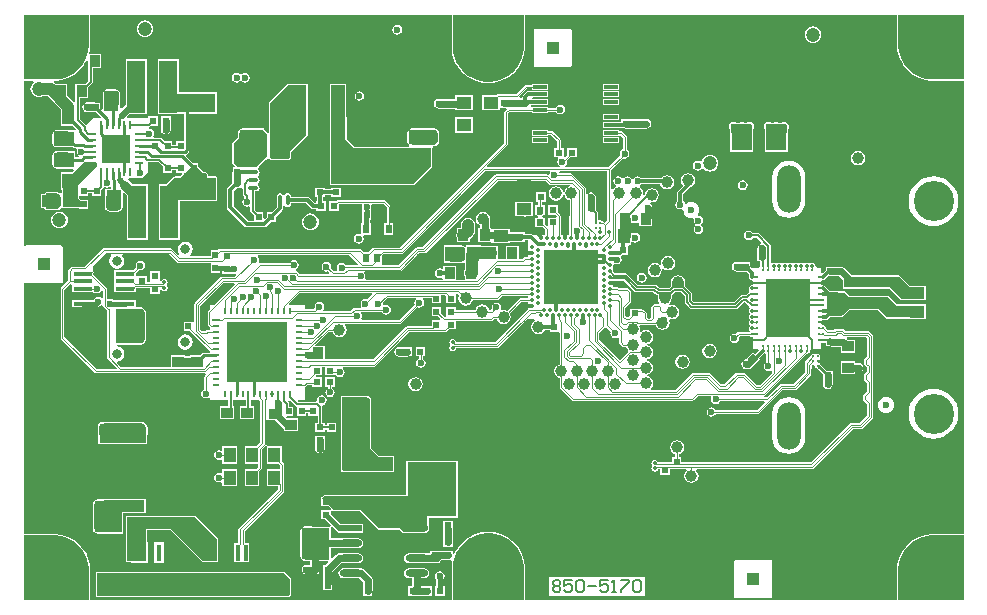
<source format=gtl>
G04*
G04 #@! TF.GenerationSoftware,Altium Limited,Altium Designer,18.0.11 (651)*
G04*
G04 Layer_Physical_Order=1*
G04 Layer_Color=255*
%FSLAX44Y44*%
%MOMM*%
G71*
G01*
G75*
%ADD10C,0.2500*%
%ADD11C,0.3000*%
%ADD12C,0.2000*%
%ADD14C,0.1500*%
%ADD19C,1.0000*%
%ADD21R,1.0000X1.0000*%
%ADD30R,0.6500X0.2500*%
%ADD31O,0.6500X0.2500*%
%ADD32O,0.2500X0.6500*%
%ADD33R,0.6000X0.6000*%
%ADD34R,0.9000X1.0000*%
G04:AMPARAMS|DCode=35|XSize=0.3mm|YSize=0.3mm|CornerRadius=0.075mm|HoleSize=0mm|Usage=FLASHONLY|Rotation=90.000|XOffset=0mm|YOffset=0mm|HoleType=Round|Shape=RoundedRectangle|*
%AMROUNDEDRECTD35*
21,1,0.3000,0.1500,0,0,90.0*
21,1,0.1500,0.3000,0,0,90.0*
1,1,0.1500,0.0750,0.0750*
1,1,0.1500,0.0750,-0.0750*
1,1,0.1500,-0.0750,-0.0750*
1,1,0.1500,-0.0750,0.0750*
%
%ADD35ROUNDEDRECTD35*%
%ADD36R,1.0000X0.9000*%
%ADD37R,1.3000X1.0000*%
%ADD38R,0.6000X0.6000*%
%ADD39R,1.0000X1.3000*%
%ADD40R,1.6000X1.8000*%
%ADD41C,0.2500*%
%ADD42R,1.2000X0.3000*%
%ADD43R,2.7000X1.6000*%
%ADD44R,1.6000X4.5000*%
%ADD45R,1.8000X1.6000*%
%ADD46R,1.2000X4.2000*%
%ADD47R,1.9500X1.9500*%
%ADD48O,0.3500X1.0000*%
%ADD49O,1.0000X0.3500*%
%ADD50O,0.8000X0.2500*%
%ADD51O,0.2500X0.8000*%
%ADD52R,3.0000X2.4000*%
%ADD53R,1.3000X1.1000*%
%ADD54R,4.0000X1.0000*%
%ADD55R,1.4500X1.1500*%
%ADD56R,4.1500X4.6500*%
%ADD57R,1.6000X2.7000*%
%ADD58C,0.1800*%
%ADD59R,4.2000X1.2000*%
%ADD60R,1.9000X0.6000*%
%ADD61O,1.9000X0.6000*%
%ADD62R,0.6000X0.8000*%
%ADD63P,0.8485X4X360.0*%
%ADD64R,1.9000X1.9000*%
%ADD65R,0.4000X1.4000*%
%ADD66R,2.3000X1.9000*%
%ADD67R,1.6000X0.4000*%
%ADD68R,1.6000X0.4000*%
%ADD73R,3.6958X5.0000*%
%ADD88C,0.3500*%
%ADD111C,0.3000*%
%ADD121C,0.8000*%
%ADD126R,5.1000X5.1000*%
%ADD127R,4.6000X4.6000*%
%ADD128C,1.0000*%
%ADD129R,2.4000X2.4000*%
%ADD130R,2.4100X3.1000*%
%ADD131C,0.1000*%
%ADD132C,0.1200*%
%ADD133C,0.6000*%
%ADD134C,0.4000*%
%ADD135C,0.8000*%
%ADD136C,0.3500*%
%ADD137C,0.5000*%
%ADD138C,0.9000*%
%ADD139R,3.3000X1.2000*%
%ADD140R,0.9500X1.6500*%
%ADD141R,3.5000X1.0000*%
%ADD142R,1.0000X0.4000*%
%ADD143R,1.0000X0.4000*%
%ADD144C,3.4000*%
%ADD145C,1.2000*%
%ADD146C,0.7000*%
%ADD147C,5.0000*%
%ADD148C,0.6000*%
%ADD149O,2.0000X4.0000*%
G36*
X797961Y443000D02*
X770534D01*
X766635Y443513D01*
X762836Y444531D01*
X759203Y446036D01*
X755797Y448002D01*
X752677Y450396D01*
X749896Y453177D01*
X747502Y456297D01*
X745536Y459703D01*
X744031Y463336D01*
X743013Y467135D01*
X742500Y471034D01*
Y473000D01*
Y497961D01*
X797961D01*
Y443000D01*
D02*
G37*
G36*
X57500Y473000D02*
Y471034D01*
X56987Y467135D01*
X55969Y463336D01*
X54464Y459703D01*
X52498Y456297D01*
X50104Y453177D01*
X47323Y450396D01*
X44203Y448002D01*
X40797Y446036D01*
X37164Y444531D01*
X33365Y443513D01*
X29466Y443000D01*
X2039D01*
Y497961D01*
X57500D01*
Y473000D01*
D02*
G37*
G36*
X57000Y458616D02*
Y455197D01*
X56961Y455000D01*
Y441916D01*
X54045Y439000D01*
X46000D01*
Y429697D01*
X45961Y429500D01*
Y424165D01*
X44691Y423779D01*
X44326Y424326D01*
X39000Y429651D01*
Y439000D01*
X29652D01*
X29326Y439326D01*
X27341Y440652D01*
X27488Y441918D01*
X29466D01*
X29535Y441946D01*
X29608Y441927D01*
X33507Y442440D01*
X33571Y442477D01*
X33645Y442468D01*
X37444Y443486D01*
X37503Y443531D01*
X37578D01*
X41211Y445036D01*
X41264Y445089D01*
X41338Y445099D01*
X44744Y447065D01*
X44790Y447124D01*
X44862Y447144D01*
X47982Y449538D01*
X48019Y449602D01*
X48088Y449631D01*
X50869Y452412D01*
X50898Y452481D01*
X50962Y452518D01*
X53356Y455638D01*
X53376Y455710D01*
X53435Y455756D01*
X55401Y459162D01*
X55730Y459351D01*
X57000Y458616D01*
D02*
G37*
G36*
X425500Y471000D02*
Y469034D01*
X424987Y465135D01*
X423969Y461336D01*
X422464Y457703D01*
X420498Y454297D01*
X418104Y451177D01*
X415323Y448396D01*
X412203Y446002D01*
X408797Y444036D01*
X405164Y442531D01*
X401365Y441513D01*
X397466Y441000D01*
X393534D01*
X389635Y441513D01*
X385836Y442531D01*
X382203Y444036D01*
X378797Y446002D01*
X375677Y448396D01*
X372896Y451177D01*
X370502Y454297D01*
X368536Y457703D01*
X367031Y461336D01*
X366013Y465135D01*
X365500Y469034D01*
Y471000D01*
Y498000D01*
X425500D01*
Y471000D01*
D02*
G37*
G36*
X741418Y473000D02*
Y471034D01*
X741446Y470965D01*
X741427Y470892D01*
X741940Y466993D01*
X741977Y466929D01*
X741968Y466855D01*
X742986Y463056D01*
X743031Y462997D01*
Y462922D01*
X744536Y459289D01*
X744589Y459236D01*
X744599Y459162D01*
X746565Y455756D01*
X746624Y455710D01*
X746644Y455638D01*
X749038Y452518D01*
X749102Y452481D01*
X749131Y452412D01*
X751912Y449631D01*
X751981Y449602D01*
X752018Y449538D01*
X755138Y447144D01*
X755210Y447124D01*
X755256Y447065D01*
X758662Y445099D01*
X758736Y445089D01*
X758789Y445036D01*
X762422Y443531D01*
X762497D01*
X762556Y443486D01*
X766355Y442468D01*
X766429Y442477D01*
X766493Y442440D01*
X770392Y441927D01*
X770465Y441946D01*
X770534Y441918D01*
X797961D01*
Y58082D01*
X770534D01*
X770465Y58054D01*
X770392Y58073D01*
X766493Y57560D01*
X766429Y57522D01*
X766355Y57532D01*
X762556Y56514D01*
X762497Y56469D01*
X762422D01*
X758789Y54964D01*
X758736Y54911D01*
X758662Y54901D01*
X755256Y52935D01*
X755210Y52876D01*
X755138Y52856D01*
X752018Y50462D01*
X751981Y50398D01*
X751912Y50369D01*
X749131Y47588D01*
X749102Y47519D01*
X749038Y47482D01*
X746644Y44362D01*
X746624Y44290D01*
X746565Y44244D01*
X744599Y40838D01*
X744589Y40764D01*
X744536Y40711D01*
X743031Y37078D01*
Y37003D01*
X742986Y36944D01*
X741968Y33145D01*
X741977Y33071D01*
X741940Y33006D01*
X741427Y29108D01*
X741446Y29035D01*
X741418Y28966D01*
Y27000D01*
Y2039D01*
X426582D01*
Y29000D01*
Y30966D01*
X426554Y31035D01*
X426573Y31108D01*
X426060Y35006D01*
X426022Y35071D01*
X426032Y35145D01*
X425014Y38944D01*
X424969Y39003D01*
Y39078D01*
X423464Y42711D01*
X423411Y42764D01*
X423401Y42838D01*
X421435Y46244D01*
X421376Y46290D01*
X421356Y46362D01*
X418962Y49482D01*
X418898Y49519D01*
X418869Y49588D01*
X416088Y52369D01*
X416019Y52397D01*
X415982Y52462D01*
X412862Y54856D01*
X412790Y54876D01*
X412744Y54935D01*
X409338Y56901D01*
X409264Y56911D01*
X409211Y56964D01*
X405578Y58469D01*
X405503D01*
X405444Y58514D01*
X401645Y59532D01*
X401571Y59522D01*
X401507Y59560D01*
X397608Y60073D01*
X397535Y60054D01*
X397466Y60082D01*
X393534D01*
X393465Y60054D01*
X393392Y60073D01*
X389493Y59560D01*
X389429Y59522D01*
X389355Y59532D01*
X385556Y58514D01*
X385497Y58469D01*
X385422D01*
X381789Y56964D01*
X381736Y56911D01*
X381662Y56901D01*
X378256Y54935D01*
X378210Y54876D01*
X378138Y54856D01*
X375018Y52462D01*
X374981Y52397D01*
X374912Y52369D01*
X372131Y49588D01*
X372102Y49519D01*
X372038Y49482D01*
X369644Y46362D01*
X369624Y46290D01*
X369565Y46244D01*
X367599Y42838D01*
X367589Y42764D01*
X367536Y42711D01*
X366770Y40862D01*
X365500Y41115D01*
Y44000D01*
X361894D01*
X361500Y44078D01*
X350000D01*
X349606Y44000D01*
X346500D01*
Y41962D01*
X346344Y41728D01*
X328300D01*
X326739Y41418D01*
X325416Y40534D01*
X324532Y39211D01*
X324222Y37650D01*
X324532Y36089D01*
X325416Y34766D01*
X326739Y33882D01*
X328300Y33572D01*
X352150D01*
X353711Y33882D01*
X355034Y34766D01*
X355806Y35922D01*
X361500D01*
X361894Y36000D01*
X364159D01*
X364904Y34730D01*
X364427Y31108D01*
X364446Y31035D01*
X364418Y30966D01*
Y29000D01*
Y2039D01*
X58582D01*
Y27000D01*
Y28966D01*
X58554Y29035D01*
X58573Y29108D01*
X58060Y33006D01*
X58022Y33071D01*
X58032Y33145D01*
X57014Y36944D01*
X56969Y37003D01*
Y37078D01*
X55464Y40711D01*
X55411Y40764D01*
X55401Y40838D01*
X53435Y44244D01*
X53376Y44290D01*
X53356Y44362D01*
X50962Y47482D01*
X50898Y47519D01*
X50869Y47588D01*
X48088Y50369D01*
X48019Y50398D01*
X47982Y50462D01*
X44862Y52856D01*
X44790Y52876D01*
X44744Y52935D01*
X41338Y54901D01*
X41264Y54911D01*
X41211Y54964D01*
X37578Y56469D01*
X37503D01*
X37444Y56514D01*
X33645Y57532D01*
X33571Y57522D01*
X33507Y57560D01*
X29608Y58073D01*
X29535Y58054D01*
X29466Y58082D01*
X2039D01*
Y270302D01*
X3235Y270735D01*
X4000Y270418D01*
X34000D01*
X34765Y270735D01*
X35082Y271500D01*
Y301500D01*
X34765Y302265D01*
X34000Y302582D01*
X4000D01*
X3235Y302265D01*
X2039Y302698D01*
Y441918D01*
X10430D01*
X10861Y440648D01*
X10007Y439992D01*
X8885Y438530D01*
X8180Y436827D01*
X7940Y435000D01*
X8180Y433173D01*
X8885Y431470D01*
X10007Y430008D01*
X11470Y428886D01*
X13173Y428180D01*
X15000Y427940D01*
X16827Y428180D01*
X18523Y428882D01*
X22466D01*
X33500Y417849D01*
Y403500D01*
X44256D01*
X46329Y401427D01*
X45460Y400500D01*
X40199D01*
X40000Y400582D01*
X30500Y400582D01*
X30482Y400575D01*
X28939Y400268D01*
X27616Y399384D01*
X26732Y398061D01*
X26425Y396519D01*
X26417Y396500D01*
X26418Y389500D01*
X26418Y389500D01*
X26425Y389481D01*
X26732Y387939D01*
X27616Y386616D01*
X28939Y385732D01*
X30481Y385425D01*
X30500Y385418D01*
X40000D01*
X40199Y385500D01*
X43819D01*
X44372Y385131D01*
X45250Y384956D01*
X46637D01*
X47316Y383686D01*
X47232Y383561D01*
X46922Y382000D01*
X47232Y380439D01*
X48116Y379116D01*
X48942Y378564D01*
X48557Y377294D01*
X45500D01*
Y382500D01*
X40199D01*
X40000Y382582D01*
X30500Y382582D01*
X30482Y382575D01*
X28939Y382268D01*
X27616Y381384D01*
X26732Y380061D01*
X26425Y378519D01*
X26417Y378500D01*
X26418Y371500D01*
X26418Y371500D01*
X26425Y371481D01*
X26732Y369939D01*
X27616Y368616D01*
X28939Y367732D01*
X30481Y367425D01*
X30500Y367418D01*
X40000D01*
X40199Y367500D01*
X44173D01*
X44699Y366230D01*
X42969Y364500D01*
X33500D01*
Y349500D01*
X34418D01*
Y347104D01*
X34004Y346816D01*
X33148Y346542D01*
X32061Y347268D01*
X30519Y347575D01*
X30500Y347582D01*
X21000D01*
X20235Y347265D01*
X19918Y346500D01*
Y346000D01*
X16500D01*
Y334000D01*
X18758D01*
X19918Y333500D01*
X20235Y332735D01*
X21000Y332418D01*
X30500Y332418D01*
X30518Y332425D01*
X32061Y332732D01*
X33344Y333590D01*
X34500Y334000D01*
X34500Y334000D01*
X34500Y334000D01*
X44301D01*
X44500Y333918D01*
X49000Y333918D01*
Y333250D01*
X57000D01*
Y341250D01*
X50781D01*
X49082Y342948D01*
Y344250D01*
X57000D01*
Y346466D01*
X60000D01*
Y344250D01*
X68000D01*
Y349727D01*
X68762Y350489D01*
X69149Y351067D01*
X69207Y351362D01*
X70121Y351908D01*
X70554Y351989D01*
X70939Y351732D01*
X72500Y351422D01*
X74061Y351732D01*
X74936Y352317D01*
X76206Y351735D01*
Y350000D01*
X71000D01*
Y344699D01*
X70918Y344500D01*
X70918Y335000D01*
X70925Y334982D01*
X71232Y333439D01*
X72116Y332116D01*
X73439Y331232D01*
X74981Y330925D01*
X75000Y330917D01*
X82000Y330918D01*
X82000Y330918D01*
X82019Y330925D01*
X83561Y331232D01*
X84884Y332116D01*
X85768Y333439D01*
X86075Y334981D01*
X86082Y335000D01*
Y344500D01*
X86000Y344699D01*
Y346631D01*
X87173Y347117D01*
X89500Y344790D01*
Y307500D01*
X107500D01*
Y354500D01*
X94209D01*
X91105Y357605D01*
X90614Y357933D01*
X90999Y359203D01*
X101970Y359203D01*
X102484Y359716D01*
X102561Y359731D01*
X103884Y360615D01*
X104768Y361939D01*
X104783Y362015D01*
X107500Y364732D01*
Y373216D01*
X116261D01*
X120000Y369477D01*
Y364000D01*
X128000D01*
Y366216D01*
X131000D01*
Y364000D01*
X135810D01*
X136296Y362827D01*
X134551Y361082D01*
X130000Y361082D01*
X129234Y360765D01*
X129234Y360765D01*
X122969Y354500D01*
X116500D01*
Y307500D01*
X134500D01*
Y339918D01*
X164264Y339918D01*
X165000Y339918D01*
X165500Y340000D01*
X165596Y340164D01*
X165765Y340235D01*
X166082Y341000D01*
X166082Y341000D01*
X166082Y341029D01*
X166082Y360000D01*
X165765Y360765D01*
X165000Y361082D01*
X158562Y361082D01*
X158268Y362561D01*
X157384Y363884D01*
X156061Y364768D01*
X154500Y365078D01*
X154460Y365070D01*
X150000Y369531D01*
Y372000D01*
X145244D01*
X139225Y378019D01*
X139554Y379358D01*
X139620Y379421D01*
X140304Y379878D01*
X141872Y381446D01*
X142369Y382190D01*
X142544Y383068D01*
X142544Y383068D01*
Y414000D01*
X165500D01*
Y432000D01*
X139199D01*
X139000Y432082D01*
X133500D01*
Y460500D01*
X115500D01*
Y413500D01*
X129301D01*
X129500Y413418D01*
X137956D01*
Y391000D01*
X131000D01*
Y387784D01*
X128000D01*
Y391000D01*
X121523D01*
X119262Y393262D01*
X118683Y393648D01*
X118000Y393784D01*
X112690D01*
X112011Y395054D01*
X112268Y395439D01*
X112578Y397000D01*
X112268Y398561D01*
X111384Y399884D01*
X110061Y400768D01*
X108886Y401002D01*
X108267Y402048D01*
X108207Y402302D01*
X108390Y402793D01*
X108683Y402852D01*
X109262Y403238D01*
X110023Y404000D01*
X115500D01*
Y412000D01*
X107500D01*
Y411386D01*
X106230Y410116D01*
X90043Y410116D01*
X89557Y411289D01*
X91768Y413500D01*
X106500D01*
Y460500D01*
X88500D01*
Y421768D01*
X85173Y418441D01*
X84000Y418927D01*
Y420801D01*
X84082Y421000D01*
X84082Y430500D01*
X84075Y430518D01*
X83768Y432061D01*
X82884Y433384D01*
X81561Y434268D01*
X80019Y434575D01*
X80000Y434583D01*
X73000Y434582D01*
X73000Y434582D01*
X72981Y434575D01*
X71439Y434268D01*
X70116Y433384D01*
X69232Y432061D01*
X68925Y430519D01*
X68918Y430500D01*
Y421000D01*
X69000Y420801D01*
Y417990D01*
X67891Y417516D01*
X67000Y418250D01*
Y423500D01*
X62889D01*
X62499Y423577D01*
X56000D01*
X54439Y423267D01*
X53116Y422383D01*
X52232Y421060D01*
X51922Y419499D01*
X52232Y417938D01*
X53116Y416615D01*
X54439Y415731D01*
X56000Y415421D01*
X62499D01*
X62897Y415500D01*
X63256D01*
X67466Y411290D01*
X66980Y410116D01*
X60674Y410116D01*
X55221Y404663D01*
X50039Y409845D01*
Y427000D01*
X57000D01*
Y436187D01*
X60442Y439629D01*
X60442Y439629D01*
X60884Y440291D01*
X61039Y441071D01*
Y452500D01*
X68000D01*
Y464500D01*
X58444D01*
X57671Y465508D01*
X58032Y466855D01*
X58022Y466929D01*
X58060Y466993D01*
X58573Y470892D01*
X58554Y470965D01*
X58582Y471034D01*
Y473000D01*
Y497961D01*
X364418D01*
Y471000D01*
Y469034D01*
X364446Y468965D01*
X364427Y468892D01*
X364940Y464994D01*
X364977Y464929D01*
X364968Y464855D01*
X365986Y461056D01*
X366031Y460997D01*
Y460922D01*
X367536Y457289D01*
X367589Y457236D01*
X367599Y457162D01*
X369565Y453756D01*
X369624Y453710D01*
X369644Y453638D01*
X372038Y450518D01*
X372102Y450481D01*
X372131Y450412D01*
X374912Y447631D01*
X374981Y447602D01*
X375018Y447538D01*
X378138Y445144D01*
X378210Y445124D01*
X378256Y445065D01*
X381662Y443099D01*
X381736Y443089D01*
X381789Y443036D01*
X385422Y441531D01*
X385497D01*
X385556Y441486D01*
X389355Y440468D01*
X389429Y440477D01*
X389493Y440440D01*
X393392Y439927D01*
X393465Y439946D01*
X393534Y439918D01*
X397466D01*
X397535Y439946D01*
X397608Y439927D01*
X401507Y440440D01*
X401571Y440477D01*
X401645Y440468D01*
X405444Y441486D01*
X405503Y441531D01*
X405578D01*
X409211Y443036D01*
X409264Y443089D01*
X409338Y443099D01*
X412744Y445065D01*
X412790Y445124D01*
X412862Y445144D01*
X415982Y447538D01*
X416019Y447602D01*
X416088Y447631D01*
X418869Y450412D01*
X418898Y450481D01*
X418962Y450518D01*
X421356Y453638D01*
X421376Y453710D01*
X421435Y453756D01*
X423401Y457162D01*
X423411Y457236D01*
X423464Y457289D01*
X424969Y460922D01*
Y460997D01*
X425014Y461056D01*
X426032Y464855D01*
X426022Y464929D01*
X426060Y464993D01*
X426573Y468892D01*
X426554Y468965D01*
X426582Y469034D01*
Y471000D01*
Y497961D01*
X741418D01*
Y473000D01*
D02*
G37*
G36*
X83000Y430500D02*
X83000Y421000D01*
X70000D01*
Y430500D01*
X73000Y433500D01*
X80000Y433500D01*
X83000Y430500D01*
D02*
G37*
G36*
X40000Y386500D02*
X30500D01*
X27500Y389500D01*
X27500Y396500D01*
X30500Y399500D01*
X40000Y399500D01*
Y386500D01*
D02*
G37*
G36*
Y368500D02*
X30500D01*
X27500Y371500D01*
X27500Y378500D01*
X30500Y381500D01*
X40000Y381500D01*
Y368500D01*
D02*
G37*
G36*
X158000Y360000D02*
X165000Y360000D01*
X165000Y341000D01*
X121750Y341000D01*
Y351750D01*
X130000Y360000D01*
X135000Y360000D01*
X144000Y369000D01*
X149000Y369000D01*
X158000Y360000D01*
D02*
G37*
G36*
X64000Y372000D02*
Y369500D01*
X48000Y353500D01*
Y342500D01*
X51000Y339500D01*
Y335000D01*
X44500Y335000D01*
X35500Y344000D01*
X35500Y355500D01*
X53000Y373000D01*
X63000D01*
X64000Y372000D01*
D02*
G37*
G36*
X33500Y343500D02*
X33500Y336500D01*
X30500Y333500D01*
X21000Y333500D01*
Y346500D01*
X30500D01*
X33500Y343500D01*
D02*
G37*
G36*
X85000Y335000D02*
X82000Y332000D01*
X75000Y332000D01*
X72000Y335000D01*
X72000Y344500D01*
X85000D01*
Y335000D01*
D02*
G37*
G36*
X797961Y2039D02*
X742500D01*
Y27000D01*
Y28966D01*
X743013Y32865D01*
X744031Y36664D01*
X745536Y40297D01*
X747502Y43703D01*
X749896Y46823D01*
X752677Y49604D01*
X755797Y51998D01*
X759203Y53964D01*
X762836Y55469D01*
X766635Y56487D01*
X770534Y57000D01*
X797961D01*
Y2039D01*
D02*
G37*
G36*
X33365Y56487D02*
X37164Y55469D01*
X40797Y53964D01*
X44203Y51998D01*
X47323Y49604D01*
X50104Y46823D01*
X52498Y43703D01*
X54464Y40297D01*
X55969Y36664D01*
X56987Y32865D01*
X57500Y28966D01*
Y27000D01*
Y2039D01*
X2039D01*
Y57000D01*
X29466D01*
X33365Y56487D01*
D02*
G37*
G36*
X401365Y58487D02*
X405164Y57469D01*
X408797Y55964D01*
X412203Y53998D01*
X415323Y51604D01*
X418104Y48823D01*
X420498Y45703D01*
X422464Y42297D01*
X423969Y38664D01*
X424987Y34865D01*
X425500Y30966D01*
Y29000D01*
Y2000D01*
X365500D01*
Y29000D01*
Y30966D01*
X366013Y34865D01*
X367031Y38664D01*
X368536Y42297D01*
X370502Y45703D01*
X372896Y48823D01*
X375677Y51604D01*
X378797Y53998D01*
X382203Y55964D01*
X385836Y57469D01*
X389635Y58487D01*
X393534Y59000D01*
X397466D01*
X401365Y58487D01*
D02*
G37*
%LPC*%
G36*
X318500Y489078D02*
X316939Y488768D01*
X315616Y487884D01*
X314732Y486561D01*
X314422Y485000D01*
X314732Y483439D01*
X315616Y482116D01*
X316939Y481232D01*
X318500Y480922D01*
X320061Y481232D01*
X321384Y482116D01*
X322268Y483439D01*
X322578Y485000D01*
X322268Y486561D01*
X321384Y487884D01*
X320061Y488768D01*
X318500Y489078D01*
D02*
G37*
G36*
X105000Y493060D02*
X103173Y492820D01*
X101470Y492114D01*
X100008Y490993D01*
X98886Y489530D01*
X98180Y487827D01*
X97940Y486000D01*
X98180Y484173D01*
X98886Y482470D01*
X100008Y481008D01*
X101470Y479886D01*
X103173Y479180D01*
X105000Y478940D01*
X106827Y479180D01*
X108530Y479886D01*
X109993Y481008D01*
X111115Y482470D01*
X111820Y484173D01*
X112060Y486000D01*
X111820Y487827D01*
X111115Y489530D01*
X109993Y490993D01*
X108530Y492114D01*
X106827Y492820D01*
X105000Y493060D01*
D02*
G37*
G36*
X670500Y488060D02*
X668673Y487820D01*
X666970Y487114D01*
X665508Y485992D01*
X664386Y484530D01*
X663680Y482827D01*
X663440Y481000D01*
X663680Y479173D01*
X664386Y477470D01*
X665508Y476008D01*
X666970Y474885D01*
X668673Y474180D01*
X670500Y473940D01*
X672327Y474180D01*
X674030Y474885D01*
X675492Y476008D01*
X676615Y477470D01*
X677320Y479173D01*
X677560Y481000D01*
X677320Y482827D01*
X676615Y484530D01*
X675492Y485992D01*
X674030Y487114D01*
X672327Y487820D01*
X670500Y488060D01*
D02*
G37*
G36*
X465000Y486082D02*
X435000D01*
X434235Y485765D01*
X433918Y485000D01*
Y455000D01*
X434235Y454235D01*
X435000Y453918D01*
X465000D01*
X465765Y454235D01*
X466082Y455000D01*
Y485000D01*
X465765Y485765D01*
X465000Y486082D01*
D02*
G37*
G36*
X189500Y448578D02*
X187939Y448268D01*
X186820Y447520D01*
X186000Y447394D01*
X185180Y447520D01*
X184061Y448268D01*
X182500Y448578D01*
X180939Y448268D01*
X179616Y447384D01*
X178732Y446061D01*
X178422Y444500D01*
X178732Y442939D01*
X179616Y441616D01*
X180939Y440732D01*
X182500Y440422D01*
X184061Y440732D01*
X185180Y441480D01*
X186000Y441606D01*
X186820Y441480D01*
X187939Y440732D01*
X189500Y440422D01*
X191061Y440732D01*
X192384Y441616D01*
X193268Y442939D01*
X193578Y444500D01*
X193268Y446061D01*
X192384Y447384D01*
X191061Y448268D01*
X189500Y448578D01*
D02*
G37*
G36*
X506500Y439500D02*
X492500D01*
Y434500D01*
X506500D01*
Y439500D01*
D02*
G37*
G36*
X446500D02*
X432500D01*
Y438624D01*
X427500D01*
X426352Y438148D01*
X418828Y430624D01*
X403624D01*
X402476Y430148D01*
X402204Y429876D01*
X390500D01*
Y416876D01*
X405500D01*
Y418999D01*
X406770Y419678D01*
X407439Y419231D01*
X408999Y418921D01*
X410507Y419221D01*
X410612Y419152D01*
X411203Y418254D01*
X411234Y418152D01*
X409352Y416269D01*
X408876Y415121D01*
Y389001D01*
X320582Y300707D01*
X298583D01*
X297435Y300231D01*
X293787Y296583D01*
X290713D01*
X288148Y299148D01*
X287000Y299624D01*
X168000D01*
X166852Y299148D01*
X166204Y298500D01*
X160500D01*
Y293124D01*
X143457D01*
X143072Y294394D01*
X143542Y294708D01*
X144935Y296792D01*
X145423Y299250D01*
X144935Y301708D01*
X143542Y303792D01*
X141458Y305184D01*
X139000Y305673D01*
X136542Y305184D01*
X134458Y303792D01*
X133066Y301708D01*
X132577Y299250D01*
X133066Y296792D01*
X133945Y295476D01*
X132959Y294666D01*
X127977Y299648D01*
X126828Y300124D01*
X70000D01*
X68852Y299648D01*
X53828Y284624D01*
X43500D01*
X42352Y284148D01*
X40577Y282373D01*
X40101Y281225D01*
Y272897D01*
X33877Y266673D01*
X33402Y265525D01*
Y224475D01*
X33877Y223327D01*
X62352Y194852D01*
X63500Y194376D01*
X155500D01*
X155915Y194548D01*
X156634Y193472D01*
X155352Y192189D01*
X154876Y191041D01*
Y180726D01*
X153616Y179884D01*
X152732Y178561D01*
X152422Y177000D01*
X152732Y175439D01*
X153616Y174116D01*
X154939Y173232D01*
X156500Y172922D01*
X158061Y173232D01*
X158730Y173679D01*
X160000Y173000D01*
Y172000D01*
X175461D01*
Y166500D01*
X168000D01*
Y155500D01*
X180000D01*
Y166500D01*
X179539D01*
Y172000D01*
X190461D01*
Y166500D01*
X185000D01*
Y155500D01*
X197000D01*
Y166500D01*
X194539D01*
Y172000D01*
X201177D01*
X201346Y171746D01*
X202269Y170824D01*
Y135576D01*
X199193Y132500D01*
X189500D01*
Y117500D01*
X200469D01*
Y114776D01*
X199193Y113500D01*
X189500D01*
Y98500D01*
X201500D01*
Y111193D01*
X203253Y112947D01*
X203607Y113476D01*
X203731Y114100D01*
X203731Y114100D01*
Y129313D01*
X206800Y132382D01*
X207253Y132835D01*
X207255Y132835D01*
X207253Y132835D01*
X206944Y132526D01*
X207523Y132772D01*
X208189Y132597D01*
X208500Y131862D01*
X208500Y131274D01*
X208500Y131273D01*
X208500Y131254D01*
Y117500D01*
X218193D01*
X219469Y116224D01*
Y113500D01*
X208500D01*
Y98500D01*
X217269D01*
Y96076D01*
X184496Y63304D01*
X184143Y62774D01*
X184019Y62150D01*
X184019Y62150D01*
Y50500D01*
X180500D01*
Y34500D01*
X186500D01*
Y34500D01*
X187000D01*
Y34500D01*
X193000D01*
Y50500D01*
X189481D01*
Y60563D01*
X222253Y93335D01*
X222254Y93335D01*
X222607Y93864D01*
X222731Y94489D01*
X222731Y94489D01*
Y116900D01*
X222607Y117524D01*
X222254Y118054D01*
X222253Y118054D01*
X220500Y119807D01*
Y132500D01*
X209752D01*
X209503Y132500D01*
X208454Y132594D01*
X208322Y132714D01*
X208032Y133202D01*
X207821Y133683D01*
X207731Y133989D01*
X207731Y134031D01*
X207731Y134476D01*
Y154497D01*
X209000Y154500D01*
Y154500D01*
X215132D01*
X222016Y147616D01*
X222016Y147616D01*
X222500Y147292D01*
Y145000D01*
X234500D01*
Y156000D01*
X225173D01*
X224439Y156891D01*
X224912Y158000D01*
X230500D01*
Y166000D01*
X227039D01*
Y168500D01*
X227039Y168500D01*
X226884Y169280D01*
X226442Y169942D01*
X226001Y170383D01*
X226486Y171656D01*
X227353Y171763D01*
X232558Y166558D01*
X232558Y166558D01*
X233220Y166116D01*
X233347Y166091D01*
X233500Y166000D01*
Y158000D01*
X241500D01*
Y160461D01*
X243000D01*
Y158500D01*
X250961D01*
Y152500D01*
X249000D01*
Y144500D01*
X257000D01*
Y146461D01*
X259000D01*
Y144500D01*
X267000D01*
Y152500D01*
X259000D01*
Y150539D01*
X257000D01*
Y152500D01*
X255039D01*
Y165328D01*
X254884Y166109D01*
X254828Y166192D01*
X255318Y167548D01*
X255371Y167595D01*
X256060Y167732D01*
X257383Y168616D01*
X258267Y169939D01*
X258578Y171500D01*
X258267Y173060D01*
X257383Y174384D01*
X256060Y175268D01*
X254499Y175578D01*
X252939Y175268D01*
X251616Y174384D01*
X250732Y173060D01*
X250421Y171500D01*
X250471Y171250D01*
X249417Y170039D01*
X234929D01*
X234278Y170840D01*
X234781Y172000D01*
X240000D01*
Y182876D01*
X241148Y183352D01*
X242172Y184376D01*
X246500D01*
Y183000D01*
X254500D01*
Y191000D01*
X250234D01*
X249555Y192270D01*
X249709Y192500D01*
X254500D01*
Y199376D01*
X257500D01*
Y192500D01*
X265500D01*
Y192500D01*
X266770Y192634D01*
X267116Y192116D01*
X268439Y191232D01*
X270000Y190922D01*
X271561Y191232D01*
X272884Y192116D01*
X273768Y193439D01*
X274078Y195000D01*
X273768Y196561D01*
X272884Y197884D01*
X272551Y198106D01*
X272936Y199376D01*
X298470D01*
X299618Y199852D01*
X328642Y228876D01*
X359000D01*
X360148Y229352D01*
X362296Y231500D01*
X368000D01*
Y238376D01*
X397500D01*
X398648Y238852D01*
X400173Y240376D01*
X402705D01*
X402848Y239659D01*
X404174Y237674D01*
X406159Y236348D01*
X408500Y235882D01*
X410841Y236348D01*
X412826Y237674D01*
X414152Y239659D01*
X414618Y242000D01*
X414152Y244341D01*
X413745Y244949D01*
X423172Y254376D01*
X429500D01*
Y249219D01*
X429252Y249054D01*
X401130Y220931D01*
X368119D01*
X368002Y221523D01*
X367394Y222433D01*
X366484Y223040D01*
X365411Y223254D01*
X364338Y223040D01*
X363429Y222433D01*
X362821Y221523D01*
X362607Y220450D01*
X362821Y219377D01*
X363429Y218467D01*
Y217933D01*
X362821Y217023D01*
X362607Y215950D01*
X362821Y214877D01*
X363429Y213967D01*
X364338Y213360D01*
X365411Y213146D01*
X366484Y213360D01*
X367394Y213967D01*
X368002Y214877D01*
X368119Y215469D01*
X402716D01*
X402717Y215469D01*
X403341Y215593D01*
X403870Y215947D01*
X428327Y240403D01*
X429500Y239917D01*
Y239852D01*
X434421D01*
X434806Y238582D01*
X433674Y237826D01*
X432348Y235841D01*
X431882Y233500D01*
X432348Y231159D01*
X433674Y229174D01*
X435659Y227848D01*
X438000Y227383D01*
X440341Y227848D01*
X442326Y229174D01*
X443513Y230951D01*
X447500D01*
Y229500D01*
X455500D01*
X455876Y228386D01*
Y201795D01*
X455159Y201652D01*
X453174Y200326D01*
X451848Y198341D01*
X451382Y196000D01*
X451848Y193659D01*
X453174Y191674D01*
X455159Y190348D01*
X455876Y190205D01*
Y182308D01*
X456352Y181160D01*
X466160Y171352D01*
X467308Y170876D01*
X568235D01*
X569383Y171352D01*
X573158Y175126D01*
X584014D01*
X584613Y174006D01*
X584482Y173811D01*
X584172Y172250D01*
X584482Y170689D01*
X585366Y169366D01*
X586689Y168482D01*
X588250Y168172D01*
X589811Y168482D01*
X591134Y169366D01*
X591976Y170626D01*
X629171D01*
X629657Y169453D01*
X623327Y163124D01*
X588226D01*
X587384Y164384D01*
X586061Y165268D01*
X584500Y165578D01*
X582939Y165268D01*
X581616Y164384D01*
X580732Y163061D01*
X580422Y161500D01*
X580732Y159939D01*
X581616Y158616D01*
X582939Y157732D01*
X584500Y157422D01*
X586061Y157732D01*
X587384Y158616D01*
X588226Y159876D01*
X624000D01*
X625148Y160352D01*
X644672Y179876D01*
X654828D01*
X655976Y180352D01*
X668648Y193024D01*
X669124Y194172D01*
Y198217D01*
X670297Y198703D01*
X670683Y198318D01*
X673938D01*
X673938Y198318D01*
X679000Y193256D01*
Y192894D01*
X678922Y192500D01*
Y185000D01*
X679232Y183439D01*
X680116Y182116D01*
X681439Y181232D01*
X683000Y180922D01*
X684561Y181232D01*
X685884Y182116D01*
X686768Y183439D01*
X687078Y185000D01*
Y192500D01*
X687000Y192894D01*
Y196500D01*
X683394D01*
X683000Y196578D01*
X682606Y196500D01*
X682244D01*
X676794Y201950D01*
X676794Y208500D01*
X676619Y209378D01*
X676122Y210122D01*
X675378Y210619D01*
X674500Y210794D01*
X670500D01*
X669622Y210619D01*
X668878Y210122D01*
X668381Y209378D01*
X668206Y208503D01*
X663852Y204148D01*
X663376Y203000D01*
Y195173D01*
X653327Y185124D01*
X643172D01*
X642023Y184648D01*
X631249Y173874D01*
X628627D01*
X628586Y175126D01*
X629734Y175602D01*
X665125Y210993D01*
X665335Y210951D01*
X666311Y211145D01*
X667138Y211698D01*
X667690Y212525D01*
X667885Y213500D01*
X667839Y213730D01*
X668751Y215000D01*
X677500D01*
Y219436D01*
X677640Y219643D01*
X678770Y220377D01*
X679187Y220294D01*
X679980Y220451D01*
X680490Y220246D01*
X681250Y219687D01*
Y217000D01*
X685356D01*
X685750Y216922D01*
X693799D01*
Y211500D01*
X705799D01*
Y222500D01*
X700066D01*
X699018Y223549D01*
X699492Y224819D01*
X715378D01*
X715967Y224229D01*
Y208524D01*
X714346Y206903D01*
X713993Y206374D01*
X713869Y205750D01*
X713869Y205750D01*
Y202500D01*
X713869Y202500D01*
X713993Y201876D01*
X714346Y201346D01*
X715967Y199726D01*
Y195774D01*
X713847Y193654D01*
X713493Y193124D01*
X713369Y192500D01*
X713369Y192500D01*
Y189500D01*
X713369Y189500D01*
X713493Y188876D01*
X713847Y188347D01*
X715967Y186226D01*
Y179176D01*
X713346Y176555D01*
X712993Y176026D01*
X712869Y175401D01*
X712869Y175401D01*
Y172211D01*
X712869Y172211D01*
X712993Y171587D01*
X713346Y171058D01*
X715967Y168437D01*
Y158774D01*
X709469Y152276D01*
X702645D01*
X702644Y152276D01*
X702020Y152151D01*
X701491Y151798D01*
X701491Y151798D01*
X668424Y118731D01*
X559000D01*
Y123500D01*
X556631D01*
Y125608D01*
X557841Y125848D01*
X559826Y127174D01*
X561152Y129159D01*
X561618Y131500D01*
X561152Y133841D01*
X559826Y135826D01*
X557841Y137152D01*
X555500Y137618D01*
X553159Y137152D01*
X551174Y135826D01*
X549848Y133841D01*
X549383Y131500D01*
X549848Y129159D01*
X551174Y127174D01*
X553159Y125848D01*
X553369Y125806D01*
Y123500D01*
X551000D01*
Y118731D01*
X539058D01*
X538940Y119323D01*
X538333Y120233D01*
X537423Y120840D01*
X536350Y121054D01*
X535277Y120840D01*
X534367Y120233D01*
X533760Y119323D01*
X533546Y118250D01*
X533760Y117177D01*
X534367Y116267D01*
Y115733D01*
X533760Y114823D01*
X533546Y113750D01*
X533760Y112677D01*
X534367Y111767D01*
X535277Y111160D01*
X536350Y110946D01*
X537423Y111160D01*
X538333Y111767D01*
X538940Y112677D01*
X539058Y113269D01*
X541000D01*
Y108500D01*
X549000D01*
Y113269D01*
X563048D01*
X563433Y111999D01*
X563174Y111826D01*
X561848Y109841D01*
X561382Y107500D01*
X561848Y105159D01*
X563174Y103174D01*
X565159Y101848D01*
X567500Y101382D01*
X569841Y101848D01*
X571826Y103174D01*
X573152Y105159D01*
X573618Y107500D01*
X573152Y109841D01*
X571826Y111826D01*
X571567Y111999D01*
X571952Y113269D01*
X670011D01*
X670011Y113269D01*
X670636Y113393D01*
X671165Y113747D01*
X704231Y146813D01*
X711056D01*
X711056Y146813D01*
X711680Y146937D01*
X712209Y147291D01*
X720952Y156034D01*
X720952Y156034D01*
X721306Y156563D01*
X721430Y157187D01*
Y225816D01*
X721306Y226441D01*
X720952Y226970D01*
X720952Y226970D01*
X718118Y229804D01*
X717589Y230157D01*
X716965Y230281D01*
X716965Y230281D01*
X697763D01*
X696591Y231453D01*
X696062Y231807D01*
X695438Y231931D01*
X695437Y231931D01*
X689812D01*
X689812Y231931D01*
X689188Y231807D01*
X688659Y231453D01*
X688659Y231453D01*
X688033Y230827D01*
X683144D01*
X681696Y232275D01*
X681736Y232477D01*
X681542Y233452D01*
X680989Y234279D01*
X680162Y234832D01*
X679187Y235026D01*
X678770Y234943D01*
X677500Y235767D01*
Y238704D01*
X677640Y238911D01*
X678770Y239645D01*
X679187Y239562D01*
X681696D01*
X682671Y239756D01*
X683498Y240308D01*
X685107Y241918D01*
X690500D01*
X690510Y241922D01*
X693500D01*
X693500Y241922D01*
X695061Y242232D01*
X696384Y243116D01*
X701185Y247918D01*
X725052D01*
X732235Y240735D01*
X733000Y240418D01*
X755000D01*
X755199Y240500D01*
X766000D01*
Y252500D01*
X752199D01*
X752000Y252582D01*
X741948D01*
X734765Y259765D01*
X734000Y260082D01*
X701185D01*
X698384Y262884D01*
X697061Y263768D01*
X695500Y264078D01*
X695500Y264078D01*
X691510D01*
X691500Y264082D01*
X684905D01*
X680989Y267998D01*
X680162Y268550D01*
X679187Y268744D01*
X678770Y268661D01*
X677640Y269395D01*
X677500Y269602D01*
Y272423D01*
X677640Y272630D01*
X678770Y273363D01*
X679187Y273280D01*
X680162Y273475D01*
X680989Y274027D01*
X683462Y276500D01*
X684856D01*
X685250Y276422D01*
X692311D01*
X695500Y273232D01*
Y266000D01*
X698801D01*
X699000Y265918D01*
X735052D01*
X744235Y256735D01*
X745000Y256418D01*
X754000D01*
X754199Y256500D01*
X766000D01*
Y268500D01*
X752531D01*
X744265Y276765D01*
X743500Y277082D01*
X703185D01*
X696884Y283384D01*
X695561Y284268D01*
X694000Y284578D01*
X694000Y284578D01*
X685250D01*
X684856Y284500D01*
X681250D01*
Y281497D01*
X678770Y279017D01*
X677500Y279543D01*
Y283500D01*
X673598D01*
X672720Y284770D01*
X672800Y285172D01*
X672587Y286245D01*
X671979Y287155D01*
X671069Y287762D01*
X669996Y287976D01*
X668923Y287762D01*
X668589Y287539D01*
X667666Y287260D01*
X666743Y287539D01*
X666408Y287762D01*
X665335Y287976D01*
X664262Y287762D01*
X663928Y287539D01*
X663005Y287260D01*
X662082Y287539D01*
X661748Y287762D01*
X660675Y287976D01*
X659602Y287762D01*
X659267Y287539D01*
X658344Y287260D01*
X657421Y287539D01*
X657086Y287762D01*
X656013Y287976D01*
X654940Y287762D01*
X654606Y287539D01*
X653683Y287260D01*
X652760Y287539D01*
X652426Y287762D01*
X651352Y287976D01*
X650279Y287762D01*
X649945Y287539D01*
X649022Y287260D01*
X648099Y287539D01*
X647765Y287762D01*
X646692Y287976D01*
X645619Y287762D01*
X645284Y287539D01*
X644361Y287260D01*
X643438Y287539D01*
X643103Y287762D01*
X642030Y287976D01*
X640957Y287762D01*
X640623Y287539D01*
X639700Y287260D01*
X638777Y287539D01*
X638442Y287762D01*
X637369Y287976D01*
X636297Y287762D01*
X636018Y287576D01*
X634748Y288255D01*
Y302292D01*
X634593Y303072D01*
X634150Y303734D01*
X634150Y303734D01*
X625442Y312442D01*
X624780Y312884D01*
X624000Y313039D01*
X619448D01*
X618884Y313884D01*
X617561Y314768D01*
X616000Y315078D01*
X614439Y314768D01*
X613116Y313884D01*
X612232Y312561D01*
X611922Y311000D01*
X612232Y309439D01*
X613116Y308116D01*
X614439Y307232D01*
X616000Y306922D01*
X617561Y307232D01*
X618884Y308116D01*
X619448Y308961D01*
X623155D01*
X626869Y305248D01*
X626451Y303870D01*
X625939Y303768D01*
X624616Y302884D01*
X623732Y301561D01*
X623422Y300000D01*
Y297000D01*
X623209D01*
Y293394D01*
X623130Y293000D01*
X623209Y292606D01*
Y289000D01*
X626008D01*
Y286620D01*
X625693Y286147D01*
X625499Y285172D01*
X625578Y284770D01*
X624747Y283500D01*
X619500D01*
Y283500D01*
X618432Y283058D01*
X617515Y283975D01*
Y283976D01*
X617593Y284370D01*
X617515Y284764D01*
Y288370D01*
X613909D01*
X613515Y288449D01*
X606681D01*
X606029Y288578D01*
X604469Y288268D01*
X603145Y287384D01*
X602262Y286061D01*
X601951Y284500D01*
X602262Y282939D01*
X603145Y281616D01*
X603223Y281564D01*
X603275Y281487D01*
X604598Y280602D01*
X606159Y280292D01*
X613515D01*
X613909Y280370D01*
X613910D01*
X616308Y277972D01*
Y275829D01*
X616502Y274854D01*
X617055Y274027D01*
X617882Y273475D01*
X618857Y273280D01*
X619500Y272753D01*
Y269527D01*
X618857Y268999D01*
X617784Y268786D01*
X616874Y268178D01*
X616267Y267268D01*
X616053Y266195D01*
X616267Y265122D01*
X616701Y264472D01*
X616747Y264304D01*
X616749Y264269D01*
X616576Y263610D01*
X616306Y263065D01*
X616114Y263027D01*
X615535Y262640D01*
X613679Y260784D01*
X610465D01*
X609782Y260648D01*
X609203Y260262D01*
X603725Y254784D01*
X569239D01*
X567784Y256239D01*
Y261786D01*
X567649Y262468D01*
X567262Y263047D01*
X562332Y267976D01*
Y271000D01*
X562323Y271024D01*
X562368Y271250D01*
X561902Y273591D01*
X560576Y275576D01*
X558591Y276902D01*
X556250Y277367D01*
X553909Y276902D01*
X551924Y275576D01*
X550598Y273591D01*
X550132Y271250D01*
X550177Y271024D01*
X550168Y271000D01*
Y267726D01*
X548725Y266284D01*
X540739D01*
X538262Y268762D01*
X537683Y269149D01*
X537000Y269284D01*
X522239D01*
X513262Y278262D01*
X512683Y278648D01*
X512000Y278784D01*
X503025D01*
X501500Y280309D01*
Y286165D01*
X502770Y286844D01*
X502938Y286732D01*
X504499Y286421D01*
X506060Y286732D01*
X507383Y287616D01*
X508267Y288939D01*
X508577Y290499D01*
X508267Y292060D01*
X508091Y292323D01*
X508226Y293645D01*
X509052Y294198D01*
X509105Y294250D01*
X513500D01*
Y302250D01*
X514459Y303000D01*
X516500D01*
Y305000D01*
X517770Y305679D01*
X518439Y305232D01*
X520000Y304922D01*
X521561Y305232D01*
X522884Y306116D01*
X523768Y307439D01*
X524078Y309000D01*
X523768Y310561D01*
X522884Y311884D01*
X521561Y312768D01*
X520000Y313078D01*
X518439Y312768D01*
X517878Y312393D01*
X516608Y313071D01*
Y321094D01*
X517878Y321773D01*
X517939Y321732D01*
X519500Y321422D01*
X521061Y321732D01*
X522230Y322513D01*
X522889Y322338D01*
X523500Y322001D01*
Y319000D01*
X534500D01*
Y326106D01*
X534578Y326500D01*
Y334500D01*
X534268Y336061D01*
X533384Y337384D01*
X532688Y337848D01*
X533184Y339045D01*
X534000Y338882D01*
X536341Y339348D01*
X538326Y340674D01*
X539652Y342659D01*
X540117Y345000D01*
X539652Y347341D01*
X538326Y349326D01*
X536341Y350652D01*
X534000Y351118D01*
X531659Y350652D01*
X529674Y349326D01*
X528348Y347341D01*
X527911Y345142D01*
X527479Y344822D01*
X526329Y345551D01*
X526618Y347000D01*
X526152Y349341D01*
X524826Y351326D01*
X523823Y351996D01*
X523753Y352327D01*
X523910Y353465D01*
X524884Y354116D01*
X525108Y354451D01*
X541191D01*
X541348Y353659D01*
X542674Y351674D01*
X544659Y350348D01*
X547000Y349883D01*
X549341Y350348D01*
X551326Y351674D01*
X552652Y353659D01*
X553117Y356000D01*
X552652Y358341D01*
X551326Y360326D01*
X549341Y361652D01*
X547000Y362118D01*
X544659Y361652D01*
X542674Y360326D01*
X542155Y359549D01*
X525108D01*
X524884Y359884D01*
X523561Y360768D01*
X522000Y361078D01*
X520439Y360768D01*
X519116Y359884D01*
X518456Y358895D01*
X518218Y358828D01*
X517281D01*
X517044Y358895D01*
X516384Y359884D01*
X515061Y360768D01*
X513500Y361078D01*
X511939Y360768D01*
X510616Y359884D01*
X510264Y359356D01*
X508736D01*
X508384Y359884D01*
X507061Y360768D01*
X505500Y361078D01*
X503939Y360768D01*
X502616Y359884D01*
X501732Y358561D01*
X501422Y357000D01*
X501732Y355439D01*
X502616Y354116D01*
X503340Y353632D01*
X503398Y352143D01*
X502174Y351326D01*
X500894Y349409D01*
X500800Y349394D01*
X499624Y349952D01*
Y366328D01*
X509513Y376217D01*
X511000Y375922D01*
X512561Y376232D01*
X513884Y377116D01*
X514768Y378439D01*
X515078Y380000D01*
X514768Y381561D01*
X513884Y382884D01*
X512624Y383726D01*
Y394500D01*
X512148Y395648D01*
X508648Y399148D01*
X507500Y399624D01*
X506500D01*
Y400500D01*
X492500D01*
Y395500D01*
X506500D01*
Y395500D01*
X507751Y395453D01*
X509376Y393828D01*
Y383726D01*
X508116Y382884D01*
X507232Y381561D01*
X506922Y380000D01*
X507217Y378513D01*
X497327Y368624D01*
X460496D01*
X460111Y369894D01*
X461007Y370493D01*
X461892Y371816D01*
X462202Y373376D01*
X462031Y374235D01*
X464796Y377000D01*
X470500D01*
Y385000D01*
X462500D01*
Y379296D01*
X460770Y377566D01*
X459500Y378092D01*
Y385000D01*
X457124D01*
Y391500D01*
X456648Y392648D01*
X450148Y399148D01*
X449000Y399624D01*
X446500D01*
Y400500D01*
X432500D01*
Y395500D01*
X446500D01*
Y396376D01*
X448327D01*
X453876Y390827D01*
Y385000D01*
X451500D01*
Y377000D01*
X454235D01*
X454885Y375730D01*
X454356Y374937D01*
X454045Y373376D01*
X454356Y371816D01*
X455240Y370493D01*
X456136Y369894D01*
X455751Y368624D01*
X394751D01*
X394265Y369797D01*
X411648Y387180D01*
X412124Y388328D01*
Y414449D01*
X413551Y415876D01*
X432500D01*
Y415000D01*
X446500D01*
Y415876D01*
X452774D01*
X453616Y414616D01*
X454939Y413732D01*
X456500Y413422D01*
X458061Y413732D01*
X459384Y414616D01*
X460268Y415939D01*
X460578Y417500D01*
X460268Y419061D01*
X459384Y420384D01*
X458061Y421268D01*
X456500Y421578D01*
X454939Y421268D01*
X453616Y420384D01*
X452774Y419124D01*
X446500D01*
Y420000D01*
X432500D01*
Y420000D01*
X432270Y419895D01*
X431775Y420152D01*
X431293Y420846D01*
X431898Y421451D01*
X439500D01*
X439746Y421500D01*
X446500D01*
Y426500D01*
X439746D01*
X439500Y426549D01*
X432020D01*
X431985Y426721D01*
X433035Y427951D01*
X439500D01*
X439746Y428000D01*
X446500D01*
Y433000D01*
X439746D01*
X439500Y433049D01*
X429500D01*
X428525Y432855D01*
X427698Y432302D01*
X425198Y429802D01*
X424645Y428975D01*
X424451Y428000D01*
Y427578D01*
X422170D01*
X421645Y428848D01*
X428172Y435376D01*
X432500D01*
Y434500D01*
X446500D01*
Y439500D01*
D02*
G37*
G36*
X506500Y433000D02*
X492500D01*
Y428000D01*
X506500D01*
Y433000D01*
D02*
G37*
G36*
X286500Y433078D02*
X284939Y432768D01*
X283616Y431884D01*
X282732Y430561D01*
X282422Y429000D01*
X282732Y427439D01*
X283616Y426116D01*
X284939Y425232D01*
X286500Y424922D01*
X288061Y425232D01*
X289384Y426116D01*
X290268Y427439D01*
X290578Y429000D01*
X290268Y430561D01*
X289384Y431884D01*
X288061Y432768D01*
X286500Y433078D01*
D02*
G37*
G36*
X506500Y426500D02*
X492500D01*
Y421500D01*
X506500D01*
Y426500D01*
D02*
G37*
G36*
X382500Y429876D02*
X367500D01*
Y426455D01*
X353500D01*
X351939Y426144D01*
X350616Y425260D01*
X349732Y423937D01*
X349422Y422376D01*
X349732Y420816D01*
X350616Y419493D01*
X351939Y418609D01*
X353500Y418298D01*
X367500D01*
Y416876D01*
X382500D01*
Y429876D01*
D02*
G37*
G36*
X529500Y409578D02*
X529250Y409529D01*
X529000Y409578D01*
X512000D01*
X511606Y409500D01*
X508000D01*
Y407049D01*
X499500D01*
X499254Y407000D01*
X492500D01*
Y402000D01*
X499254D01*
X499500Y401951D01*
X508000D01*
Y401500D01*
X511606D01*
X512000Y401422D01*
X529000D01*
X529250Y401471D01*
X529500Y401422D01*
X531061Y401732D01*
X532384Y402616D01*
X533268Y403939D01*
X533578Y405500D01*
X533268Y407061D01*
X532384Y408384D01*
X531061Y409268D01*
X529500Y409578D01*
D02*
G37*
G36*
X506500Y413500D02*
X492500D01*
Y408500D01*
X506500D01*
Y413500D01*
D02*
G37*
G36*
X646000Y407078D02*
X644439Y406768D01*
X643413Y406082D01*
X642087Y406082D01*
X641061Y406768D01*
X639500Y407078D01*
X637939Y406768D01*
X636913Y406082D01*
X635587Y406082D01*
X634561Y406768D01*
X633000Y407078D01*
X631439Y406768D01*
X630116Y405884D01*
X629232Y404561D01*
X628922Y403000D01*
X629232Y401439D01*
X629418Y401161D01*
X629418Y397500D01*
X629500Y397301D01*
Y381750D01*
X649500D01*
Y397301D01*
X649583Y397500D01*
X649582Y401161D01*
X649768Y401439D01*
X650078Y403000D01*
X649768Y404561D01*
X648884Y405884D01*
X647561Y406768D01*
X646000Y407078D01*
D02*
G37*
G36*
X616500D02*
X614939Y406768D01*
X613914Y406082D01*
X612587Y406082D01*
X611561Y406768D01*
X610000Y407078D01*
X608439Y406768D01*
X607413Y406082D01*
X606087Y406082D01*
X605061Y406768D01*
X603500Y407078D01*
X601939Y406768D01*
X600616Y405884D01*
X599732Y404561D01*
X599422Y403000D01*
X599732Y401439D01*
X599918Y401161D01*
X599918Y397500D01*
X600000Y397301D01*
Y381750D01*
X620000D01*
Y397301D01*
X620083Y397500D01*
X620082Y401161D01*
X620268Y401439D01*
X620578Y403000D01*
X620268Y404561D01*
X619384Y405884D01*
X618061Y406768D01*
X616500Y407078D01*
D02*
G37*
G36*
X226000Y439082D02*
X225235Y438765D01*
Y438765D01*
X210235Y423765D01*
X209918Y423000D01*
Y398273D01*
X209196Y397955D01*
X208648Y397883D01*
X205500Y401031D01*
Y401500D01*
X204699D01*
X204500Y401582D01*
X191500D01*
X191500Y401582D01*
X191500Y401582D01*
X187500Y401582D01*
X187482Y401575D01*
X185939Y401268D01*
X184616Y400384D01*
X183732Y399061D01*
X183426Y397519D01*
X183417Y397500D01*
X183417Y393948D01*
X179235Y389765D01*
X178918Y389000D01*
Y372736D01*
X178918Y372500D01*
X178918Y372500D01*
X179000Y371500D01*
X179469D01*
X181296Y369673D01*
X180810Y368500D01*
X179000D01*
Y364894D01*
X178922Y364500D01*
Y355500D01*
X178940Y355406D01*
X175267Y351733D01*
X174660Y350823D01*
X174446Y349750D01*
Y334618D01*
X174660Y333545D01*
X175267Y332636D01*
X189386Y318517D01*
X190295Y317910D01*
X191368Y317696D01*
X205750D01*
X206823Y317910D01*
X207733Y318517D01*
X211965Y322750D01*
X216000D01*
Y326785D01*
X221233Y332018D01*
X221840Y332927D01*
X222054Y334000D01*
Y336220D01*
X222060Y336223D01*
X223324Y336431D01*
X223767Y335767D01*
X224677Y335160D01*
X225750Y334946D01*
X226823Y335160D01*
X227733Y335767D01*
X228340Y336677D01*
X228554Y337750D01*
Y338451D01*
X241444D01*
X245698Y334198D01*
X246525Y333645D01*
X247500Y333451D01*
X250000D01*
Y332000D01*
X258000D01*
Y340000D01*
X255549D01*
Y343500D01*
X257000D01*
Y344951D01*
X262500D01*
Y343500D01*
X270500D01*
Y351500D01*
X262500D01*
Y350049D01*
X257000D01*
Y351500D01*
X249000D01*
Y343500D01*
X250451D01*
Y340000D01*
X250000D01*
Y338549D01*
X248556D01*
X244302Y342802D01*
X243475Y343355D01*
X242500Y343549D01*
X228554D01*
Y344250D01*
X228340Y345323D01*
X227733Y346233D01*
X226823Y346841D01*
X225750Y347054D01*
X224677Y346841D01*
X223767Y346233D01*
X223160Y345323D01*
X223147Y345262D01*
X221852D01*
X221840Y345323D01*
X221233Y346233D01*
X220323Y346841D01*
X219250Y347054D01*
X218177Y346841D01*
X217267Y346233D01*
X216660Y345323D01*
X216446Y344250D01*
Y335162D01*
X212035Y330750D01*
X208000D01*
Y326715D01*
X206173Y324889D01*
X205000Y325375D01*
Y330750D01*
X199523D01*
X197784Y332489D01*
Y348446D01*
X199250D01*
X200323Y348660D01*
X201233Y349267D01*
X201840Y350177D01*
X202054Y351250D01*
X201840Y352323D01*
X201233Y353233D01*
X200323Y353840D01*
X200262Y353853D01*
Y355148D01*
X200323Y355160D01*
X201233Y355767D01*
X201840Y356677D01*
X202054Y357750D01*
X201840Y358823D01*
X201233Y359733D01*
X200323Y360340D01*
X200262Y360353D01*
Y361647D01*
X200323Y361660D01*
X201233Y362267D01*
X201840Y363177D01*
X202054Y364250D01*
X201840Y365323D01*
X201233Y366233D01*
X200323Y366841D01*
X200262Y366853D01*
Y368148D01*
X200323Y368160D01*
X201233Y368767D01*
X201840Y369677D01*
X201998Y370467D01*
X206533Y375003D01*
X207323Y375160D01*
X208233Y375767D01*
X208840Y376677D01*
X208853Y376738D01*
X210147D01*
X210159Y376677D01*
X210767Y375767D01*
X211677Y375160D01*
X212136Y375068D01*
X212500Y374918D01*
X226000D01*
X226364Y375068D01*
X226823Y375160D01*
X227733Y375767D01*
X228340Y376677D01*
X228432Y377136D01*
X228582Y377500D01*
Y381552D01*
X242031Y395000D01*
X242500D01*
Y395801D01*
X242582Y396000D01*
Y426000D01*
X242500Y426199D01*
Y439000D01*
X229699D01*
X229500Y439082D01*
X226000D01*
X226000Y439082D01*
D02*
G37*
G36*
X382500Y410876D02*
X367500D01*
Y397876D01*
X382500D01*
Y410876D01*
D02*
G37*
G36*
X122500Y412078D02*
X122106Y412000D01*
X118500D01*
Y408394D01*
X118422Y408000D01*
Y400500D01*
X118732Y398939D01*
X119616Y397616D01*
X120939Y396732D01*
X122500Y396422D01*
X124061Y396732D01*
X125384Y397616D01*
X126268Y398939D01*
X126578Y400500D01*
Y408000D01*
X126500Y408394D01*
Y412000D01*
X122894D01*
X122500Y412078D01*
D02*
G37*
G36*
X506500Y394000D02*
X492500D01*
Y389000D01*
X506500D01*
Y394000D01*
D02*
G37*
G36*
X446500D02*
X432500D01*
Y389000D01*
X446500D01*
Y394000D01*
D02*
G37*
G36*
X583000Y379060D02*
X581173Y378820D01*
X579470Y378115D01*
X578008Y376992D01*
X576885Y375530D01*
X576305Y374130D01*
X575407Y373673D01*
X574865Y373565D01*
X574561Y373768D01*
X573000Y374078D01*
X571439Y373768D01*
X570116Y372884D01*
X569232Y371561D01*
X568922Y370000D01*
X569232Y368439D01*
X570116Y367116D01*
X571439Y366232D01*
X573000Y365922D01*
X574561Y366232D01*
X575884Y367116D01*
X576088Y367422D01*
X577650Y367473D01*
X578008Y367007D01*
X579470Y365886D01*
X581173Y365180D01*
X583000Y364940D01*
X584827Y365180D01*
X586530Y365886D01*
X587992Y367007D01*
X589114Y368470D01*
X589820Y370173D01*
X590060Y372000D01*
X589820Y373827D01*
X589114Y375530D01*
X587992Y376992D01*
X586530Y378115D01*
X584827Y378820D01*
X583000Y379060D01*
D02*
G37*
G36*
X708500Y382617D02*
X706159Y382152D01*
X704174Y380826D01*
X702848Y378841D01*
X702383Y376500D01*
X702848Y374159D01*
X704174Y372174D01*
X706159Y370848D01*
X708500Y370382D01*
X710841Y370848D01*
X712826Y372174D01*
X714152Y374159D01*
X714617Y376500D01*
X714152Y378841D01*
X712826Y380826D01*
X710841Y382152D01*
X708500Y382617D01*
D02*
G37*
G36*
X275500Y439000D02*
X261500D01*
Y411199D01*
X261418Y411000D01*
Y355500D01*
X261418Y355500D01*
X261735Y354735D01*
X261735Y354734D01*
X262735Y353735D01*
X263500Y353418D01*
X332000D01*
X332000Y353418D01*
X332766Y353735D01*
X332766Y353735D01*
X347031Y368000D01*
X348000D01*
Y369302D01*
X348082Y369499D01*
X348083Y385000D01*
X348083Y385000D01*
X348083Y385000D01*
X348022Y385148D01*
X348334Y385891D01*
X348773Y386418D01*
X348773Y386418D01*
X350000Y386418D01*
X350018Y386425D01*
X351561Y386732D01*
X352884Y387616D01*
X353768Y388939D01*
X354075Y390481D01*
X354083Y390500D01*
X354082Y397500D01*
X354082Y397500D01*
X354075Y397519D01*
X353768Y399061D01*
X352884Y400384D01*
X351561Y401268D01*
X350019Y401575D01*
X350000Y401582D01*
X340500D01*
X340500Y401582D01*
X331000Y401582D01*
X330982Y401575D01*
X329439Y401268D01*
X328116Y400384D01*
X327232Y399061D01*
X326926Y397519D01*
X326917Y397500D01*
X326918Y390500D01*
X326918Y390500D01*
X326925Y390481D01*
X327232Y388939D01*
X328116Y387616D01*
X328511Y387352D01*
X328126Y386082D01*
X281948Y386082D01*
X275582Y392448D01*
Y411000D01*
X275500Y411199D01*
Y439000D01*
D02*
G37*
G36*
X611000Y357578D02*
X609439Y357268D01*
X608116Y356384D01*
X607232Y355061D01*
X606922Y353500D01*
X607232Y351939D01*
X608116Y350616D01*
X609439Y349732D01*
X611000Y349422D01*
X612561Y349732D01*
X613884Y350616D01*
X614768Y351939D01*
X615078Y353500D01*
X614768Y355061D01*
X613884Y356384D01*
X612561Y357268D01*
X611000Y357578D01*
D02*
G37*
G36*
X650000Y374121D02*
X646345Y373640D01*
X642940Y372229D01*
X640015Y369985D01*
X637771Y367060D01*
X636360Y363655D01*
X635879Y360000D01*
Y340000D01*
X636360Y336345D01*
X637771Y332940D01*
X640015Y330015D01*
X642940Y327771D01*
X646345Y326360D01*
X650000Y325879D01*
X653655Y326360D01*
X657060Y327771D01*
X659985Y330015D01*
X662229Y332940D01*
X663640Y336345D01*
X664121Y340000D01*
Y360000D01*
X663640Y363655D01*
X662229Y367060D01*
X659985Y369985D01*
X657060Y372229D01*
X653655Y373640D01*
X650000Y374121D01*
D02*
G37*
G36*
X772500Y361102D02*
X768383Y360696D01*
X764425Y359495D01*
X760777Y357545D01*
X757579Y354921D01*
X754955Y351723D01*
X753005Y348075D01*
X751804Y344117D01*
X751398Y340000D01*
X751804Y335883D01*
X753005Y331925D01*
X754955Y328277D01*
X757579Y325079D01*
X760777Y322455D01*
X764425Y320505D01*
X768383Y319304D01*
X772500Y318898D01*
X776617Y319304D01*
X780575Y320505D01*
X784223Y322455D01*
X787421Y325079D01*
X790045Y328277D01*
X791995Y331925D01*
X793196Y335883D01*
X793602Y340000D01*
X793196Y344117D01*
X791995Y348075D01*
X790045Y351723D01*
X787421Y354921D01*
X784223Y357545D01*
X780575Y359495D01*
X776617Y360696D01*
X772500Y361102D01*
D02*
G37*
G36*
X32500Y331060D02*
X30673Y330820D01*
X28970Y330115D01*
X27508Y328993D01*
X26386Y327530D01*
X25680Y325827D01*
X25440Y324000D01*
X25680Y322173D01*
X26386Y320470D01*
X27508Y319008D01*
X28970Y317885D01*
X30673Y317180D01*
X32500Y316940D01*
X34327Y317180D01*
X36030Y317885D01*
X37492Y319008D01*
X38614Y320470D01*
X39320Y322173D01*
X39560Y324000D01*
X39320Y325827D01*
X38614Y327530D01*
X37492Y328993D01*
X36030Y330115D01*
X34327Y330820D01*
X32500Y331060D01*
D02*
G37*
G36*
X245000Y329560D02*
X243173Y329320D01*
X241470Y328615D01*
X240007Y327492D01*
X238885Y326030D01*
X238180Y324327D01*
X237940Y322500D01*
X238180Y320673D01*
X238885Y318970D01*
X240007Y317507D01*
X241470Y316385D01*
X243173Y315680D01*
X245000Y315440D01*
X246827Y315680D01*
X248530Y316385D01*
X249992Y317507D01*
X251115Y318970D01*
X251820Y320673D01*
X252060Y322500D01*
X251820Y324327D01*
X251115Y326030D01*
X249992Y327492D01*
X248530Y328615D01*
X246827Y329320D01*
X245000Y329560D01*
D02*
G37*
G36*
X564500Y363618D02*
X562159Y363152D01*
X560174Y361826D01*
X558848Y359841D01*
X558382Y357500D01*
X558848Y355159D01*
X560174Y353174D01*
X560177Y353143D01*
X556016Y348982D01*
X555409Y348072D01*
X555195Y346999D01*
Y339937D01*
X555115Y339883D01*
X554231Y338560D01*
X553921Y336999D01*
X554231Y335439D01*
X555115Y334115D01*
X556438Y333231D01*
X557999Y332921D01*
X559454Y333210D01*
X559698Y333161D01*
X560650Y332569D01*
X560641Y332500D01*
X560875Y330725D01*
X561560Y329071D01*
X562650Y327650D01*
X564071Y326560D01*
X565725Y325875D01*
X567500Y325641D01*
X568698Y325799D01*
X569021Y325568D01*
X569628Y324801D01*
X569661Y324702D01*
X569422Y323500D01*
X569732Y321939D01*
X570616Y320616D01*
X570962Y320385D01*
Y319115D01*
X570616Y318884D01*
X569732Y317561D01*
X569422Y316000D01*
X569732Y314439D01*
X570616Y313116D01*
X571939Y312232D01*
X573500Y311922D01*
X575061Y312232D01*
X576384Y313116D01*
X577268Y314439D01*
X577578Y316000D01*
X577268Y317561D01*
X576384Y318884D01*
X576038Y319115D01*
Y320385D01*
X576384Y320616D01*
X577268Y321939D01*
X577578Y323500D01*
X577268Y325061D01*
X576384Y326384D01*
X575061Y327268D01*
X573843Y327510D01*
X573335Y328402D01*
X573250Y328824D01*
X573440Y329071D01*
X574125Y330725D01*
X574359Y332500D01*
X574125Y334275D01*
X573440Y335929D01*
X572350Y337350D01*
X570929Y338440D01*
X569275Y339125D01*
X567500Y339359D01*
X565725Y339125D01*
X564071Y338440D01*
X563216Y337784D01*
X561825Y338267D01*
X561767Y338560D01*
X560883Y339883D01*
X560803Y339937D01*
Y345838D01*
X566806Y351841D01*
X566841Y351848D01*
X568826Y353174D01*
X570152Y355159D01*
X570617Y357500D01*
X570152Y359841D01*
X568826Y361826D01*
X566841Y363152D01*
X564500Y363618D01*
D02*
G37*
G36*
X307000Y341124D02*
X268500D01*
X267352Y340648D01*
X266704Y340000D01*
X261000D01*
Y332000D01*
X269000D01*
Y337704D01*
X269172Y337876D01*
X288264D01*
X288863Y336756D01*
X288732Y336561D01*
X288422Y335000D01*
X288732Y333439D01*
X288845Y333270D01*
X288500Y332000D01*
X288500D01*
Y324000D01*
X289012D01*
Y321583D01*
X288071D01*
Y312999D01*
X288053Y312962D01*
X286801Y312055D01*
X286000Y312214D01*
X284439Y311904D01*
X283116Y311020D01*
X282232Y309697D01*
X281922Y308136D01*
X282232Y306575D01*
X283116Y305252D01*
X284439Y304368D01*
X286000Y304058D01*
X287561Y304368D01*
X288884Y305252D01*
X289768Y306575D01*
X290078Y308136D01*
X289768Y309697D01*
X289356Y310313D01*
X290035Y311583D01*
X296071D01*
Y321583D01*
X295130D01*
Y324000D01*
X296500D01*
Y332000D01*
X296500D01*
X296155Y333270D01*
X296268Y333439D01*
X296578Y335000D01*
X296268Y336561D01*
X296137Y336756D01*
X296736Y337876D01*
X306327D01*
X309447Y334757D01*
Y321583D01*
X307071D01*
Y311583D01*
X315071D01*
Y321583D01*
X312694D01*
Y335429D01*
X312219Y336577D01*
X308148Y340648D01*
X307000Y341124D01*
D02*
G37*
G36*
X547750Y293617D02*
X545409Y293152D01*
X543424Y291826D01*
X542098Y289841D01*
X541632Y287500D01*
X541759Y286863D01*
X541479Y286627D01*
X540589Y286234D01*
X538841Y287402D01*
X536500Y287868D01*
X534159Y287402D01*
X532174Y286076D01*
X530848Y284091D01*
X530382Y281750D01*
X530848Y279409D01*
X532174Y277424D01*
X534159Y276098D01*
X536500Y275632D01*
X538841Y276098D01*
X540826Y277424D01*
X542152Y279409D01*
X542617Y281750D01*
X542491Y282387D01*
X542771Y282623D01*
X543661Y283016D01*
X545409Y281848D01*
X547750Y281383D01*
X550091Y281848D01*
X552076Y283174D01*
X553402Y285159D01*
X553867Y287500D01*
X553402Y289841D01*
X552076Y291826D01*
X550091Y293152D01*
X547750Y293617D01*
D02*
G37*
G36*
X525500Y279078D02*
X523939Y278768D01*
X522616Y277884D01*
X521732Y276561D01*
X521422Y275000D01*
X521732Y273439D01*
X522616Y272116D01*
X523939Y271232D01*
X525500Y270922D01*
X527061Y271232D01*
X528384Y272116D01*
X529268Y273439D01*
X529578Y275000D01*
X529268Y276561D01*
X528384Y277884D01*
X527061Y278768D01*
X525500Y279078D01*
D02*
G37*
G36*
X327000Y216578D02*
X320000D01*
X318439Y216268D01*
X317116Y215384D01*
X316232Y214061D01*
X315922Y212500D01*
X316232Y210939D01*
X317116Y209616D01*
X318439Y208732D01*
X320000Y208422D01*
X327000D01*
X327394Y208500D01*
X331000D01*
Y212106D01*
X331078Y212500D01*
X331000Y212894D01*
Y216500D01*
X327394D01*
X327000Y216578D01*
D02*
G37*
G36*
X342000Y216500D02*
X334000D01*
Y208500D01*
X334000D01*
Y208500D01*
X336876D01*
Y206726D01*
X335616Y205884D01*
X334732Y204561D01*
X334422Y203000D01*
X334732Y201439D01*
X335616Y200116D01*
X336939Y199232D01*
X338500Y198922D01*
X340061Y199232D01*
X341384Y200116D01*
X342268Y201439D01*
X342578Y203000D01*
X342268Y204561D01*
X341384Y205884D01*
X340124Y206726D01*
Y208500D01*
X342000D01*
Y216500D01*
X342000D01*
Y216500D01*
D02*
G37*
G36*
X705799Y204500D02*
X693799D01*
Y193500D01*
X705799D01*
Y194922D01*
X709000D01*
X710561Y195232D01*
X711884Y196116D01*
X712768Y197439D01*
X713078Y199000D01*
X712768Y200561D01*
X711884Y201884D01*
X710561Y202768D01*
X709000Y203078D01*
X705799D01*
Y204500D01*
D02*
G37*
G36*
X334000Y191118D02*
X331659Y190652D01*
X329674Y189326D01*
X328348Y187341D01*
X327882Y185000D01*
X328348Y182659D01*
X329674Y180674D01*
X331659Y179348D01*
X334000Y178883D01*
X336341Y179348D01*
X338326Y180674D01*
X339652Y182659D01*
X340117Y185000D01*
X339652Y187341D01*
X338326Y189326D01*
X336341Y190652D01*
X334000Y191118D01*
D02*
G37*
G36*
X265500Y191000D02*
X257500D01*
Y183000D01*
X259876D01*
Y181726D01*
X258616Y180884D01*
X257732Y179560D01*
X257421Y178000D01*
X257732Y176439D01*
X258616Y175116D01*
X259939Y174232D01*
X261500Y173921D01*
X263060Y174232D01*
X264383Y175116D01*
X265267Y176439D01*
X265578Y178000D01*
X265267Y179560D01*
X264383Y180884D01*
X263123Y181726D01*
Y183000D01*
X265500D01*
Y191000D01*
D02*
G37*
G36*
X732500Y174359D02*
X730725Y174125D01*
X729071Y173440D01*
X727650Y172350D01*
X726560Y170929D01*
X725875Y169275D01*
X725641Y167500D01*
X725875Y165725D01*
X726560Y164071D01*
X727650Y162650D01*
X729071Y161560D01*
X730725Y160875D01*
X732500Y160641D01*
X734275Y160875D01*
X735929Y161560D01*
X737350Y162650D01*
X738440Y164071D01*
X739125Y165725D01*
X739359Y167500D01*
X739125Y169275D01*
X738440Y170929D01*
X737350Y172350D01*
X735929Y173440D01*
X734275Y174125D01*
X732500Y174359D01*
D02*
G37*
G36*
X70000Y153082D02*
X69669Y152945D01*
X69000Y153078D01*
X67439Y152768D01*
X66116Y151884D01*
X65232Y150561D01*
X64925Y149019D01*
X64918Y149000D01*
Y142000D01*
X65000Y141801D01*
Y134000D01*
X107000D01*
Y141801D01*
X107082Y142000D01*
Y149000D01*
X107082Y149000D01*
X106765Y149765D01*
X105361Y151170D01*
X104884Y151884D01*
X103561Y152768D01*
X102019Y153075D01*
X102000Y153082D01*
X70000D01*
X70000Y153082D01*
D02*
G37*
G36*
X772500Y181102D02*
X768383Y180696D01*
X764425Y179495D01*
X760777Y177545D01*
X757579Y174921D01*
X754955Y171723D01*
X753005Y168075D01*
X751804Y164117D01*
X751398Y160000D01*
X751804Y155883D01*
X753005Y151925D01*
X754955Y148277D01*
X757579Y145079D01*
X760777Y142455D01*
X764425Y140505D01*
X768383Y139304D01*
X772500Y138898D01*
X776617Y139304D01*
X780575Y140505D01*
X784223Y142455D01*
X787421Y145079D01*
X790045Y148277D01*
X791995Y151925D01*
X793196Y155883D01*
X793602Y160000D01*
X793196Y164117D01*
X791995Y168075D01*
X790045Y171723D01*
X787421Y174921D01*
X784223Y177545D01*
X780575Y179495D01*
X776617Y180696D01*
X772500Y181102D01*
D02*
G37*
G36*
X182500Y132500D02*
X170500D01*
Y129333D01*
X169230Y128654D01*
X169060Y128768D01*
X167500Y129078D01*
X165939Y128768D01*
X164616Y127884D01*
X163732Y126560D01*
X163421Y125000D01*
X163732Y123439D01*
X164616Y122116D01*
X165939Y121232D01*
X167500Y120921D01*
X169060Y121232D01*
X169230Y121345D01*
X170500Y120666D01*
Y117500D01*
X182500D01*
Y132500D01*
D02*
G37*
G36*
X253000Y141578D02*
X252606Y141500D01*
X249000D01*
Y137894D01*
X248922Y137500D01*
Y130500D01*
X249232Y128939D01*
X250116Y127616D01*
X251439Y126732D01*
X253000Y126422D01*
X254561Y126732D01*
X255884Y127616D01*
X256768Y128939D01*
X257078Y130500D01*
Y137500D01*
X257000Y137894D01*
Y141500D01*
X253394D01*
X253000Y141578D01*
D02*
G37*
G36*
X650000Y174121D02*
X646345Y173640D01*
X642940Y172229D01*
X640015Y169985D01*
X637771Y167060D01*
X636360Y163655D01*
X635879Y160000D01*
Y140000D01*
X636360Y136345D01*
X637771Y132940D01*
X640015Y130015D01*
X642940Y127771D01*
X646345Y126360D01*
X650000Y125879D01*
X653655Y126360D01*
X657060Y127771D01*
X659985Y130015D01*
X662229Y132940D01*
X663640Y136345D01*
X664121Y140000D01*
Y160000D01*
X663640Y163655D01*
X662229Y167060D01*
X659985Y169985D01*
X657060Y172229D01*
X653655Y173640D01*
X650000Y174121D01*
D02*
G37*
G36*
X292500Y175082D02*
X272000D01*
X271801Y175000D01*
X271000D01*
Y174199D01*
X270918Y174000D01*
Y150000D01*
X270918Y150000D01*
X270918Y112500D01*
X270917Y112500D01*
X271235Y111735D01*
X271235Y111735D01*
X272000Y110969D01*
Y110500D01*
X272801D01*
X273000Y110418D01*
X306000Y110418D01*
X306199Y110500D01*
X316000D01*
Y124500D01*
X303031D01*
X296583Y130948D01*
X296582Y150000D01*
X296582Y150000D01*
X296582Y150000D01*
Y171000D01*
X296582Y171000D01*
X296575Y171019D01*
X296268Y172561D01*
X295384Y173884D01*
X294061Y174768D01*
X292519Y175075D01*
X292500Y175082D01*
D02*
G37*
G36*
X182500Y113500D02*
X170500D01*
Y110333D01*
X169230Y109654D01*
X169060Y109768D01*
X167500Y110078D01*
X165939Y109768D01*
X164616Y108884D01*
X163732Y107561D01*
X163421Y106000D01*
X163732Y104439D01*
X164616Y103116D01*
X165939Y102232D01*
X167500Y101921D01*
X169060Y102232D01*
X169230Y102345D01*
X170500Y101666D01*
Y98500D01*
X182500D01*
Y113500D01*
D02*
G37*
G36*
X104500Y88082D02*
X69500D01*
X68735Y87765D01*
X68659Y87582D01*
X65000D01*
X65000Y87582D01*
X64981Y87575D01*
X63439Y87268D01*
X62116Y86384D01*
X61232Y85061D01*
X60925Y83519D01*
X60918Y83500D01*
Y62500D01*
X60918Y62500D01*
X60925Y62481D01*
X61232Y60939D01*
X62116Y59616D01*
X63439Y58732D01*
X64981Y58425D01*
X65000Y58418D01*
X71000D01*
X71199Y58500D01*
X86500D01*
Y75918D01*
X104500D01*
X104699Y76000D01*
X105500D01*
Y76801D01*
X105582Y77000D01*
Y87000D01*
X105500Y87199D01*
Y88000D01*
X104699D01*
X104500Y88082D01*
D02*
G37*
G36*
X369750Y120250D02*
X326250D01*
Y91582D01*
X257000D01*
X256235Y91265D01*
X254469Y89500D01*
X254000Y89500D01*
X253918Y88500D01*
X254000Y88301D01*
X254000Y88230D01*
Y81500D01*
X260469D01*
X262340Y79629D01*
X261673Y78500D01*
X260865Y78500D01*
X254000D01*
Y70500D01*
X257674D01*
X262690Y65484D01*
X261878Y64500D01*
X260780Y64500D01*
X246699D01*
X246500Y64582D01*
X240500D01*
X240500Y64582D01*
X240481Y64575D01*
X238939Y64268D01*
X237616Y63384D01*
X236732Y62061D01*
X236425Y60519D01*
X236418Y60500D01*
Y39500D01*
X236418Y39500D01*
X236425Y39481D01*
X236732Y37939D01*
X237616Y36616D01*
X238939Y35732D01*
X240481Y35426D01*
X240500Y35418D01*
X244422D01*
Y32078D01*
X241500D01*
X239939Y31768D01*
X238616Y30884D01*
X237732Y29561D01*
X237422Y28000D01*
X237732Y26439D01*
X238616Y25116D01*
X239939Y24232D01*
X241500Y23922D01*
X248500D01*
X248894Y24000D01*
X252500D01*
Y27606D01*
X252578Y28000D01*
Y35500D01*
X259573D01*
X260059Y34327D01*
X257732Y32000D01*
X255500D01*
Y28394D01*
X255422Y28000D01*
X255422Y28000D01*
Y17000D01*
X255500Y16606D01*
Y10500D01*
X263500D01*
Y16606D01*
X263578Y17000D01*
Y26311D01*
X270839Y33572D01*
X285700D01*
X287261Y33882D01*
X288584Y34766D01*
X289468Y36089D01*
X289778Y37650D01*
X289468Y39211D01*
X288584Y40534D01*
X287261Y41418D01*
X285700Y41728D01*
X269150D01*
X267589Y41418D01*
X266266Y40534D01*
X266266Y40534D01*
X263173Y37441D01*
X262000Y37927D01*
Y46272D01*
X285700D01*
X287261Y46582D01*
X288584Y47466D01*
X289468Y48789D01*
X289778Y50350D01*
X289468Y51911D01*
X288584Y53234D01*
X287261Y54118D01*
X285700Y54428D01*
X262000D01*
Y63236D01*
X262000Y64378D01*
X262984Y65190D01*
X267287Y60887D01*
X267287Y60887D01*
X268279Y60224D01*
X268700Y60140D01*
Y59050D01*
X289700D01*
Y67050D01*
X269776D01*
X262000Y74826D01*
Y77278D01*
X262000Y78173D01*
X263129Y78840D01*
X264235Y77735D01*
X265000Y77418D01*
X287052D01*
X302235Y62235D01*
X303000Y61918D01*
X320552D01*
X323235Y59235D01*
X324000Y58918D01*
X339500D01*
X339631Y58972D01*
X341300D01*
X342861Y59282D01*
X344184Y60166D01*
X345068Y61489D01*
X345378Y63050D01*
X345082Y64538D01*
Y71750D01*
X369750D01*
Y120250D01*
D02*
G37*
G36*
X365500Y69500D02*
X357500D01*
Y62894D01*
X357422Y62500D01*
Y51500D01*
X357500Y51106D01*
Y47000D01*
X365500D01*
Y51106D01*
X365578Y51500D01*
Y62500D01*
X365500Y62894D01*
Y69500D01*
D02*
G37*
G36*
X147500Y73582D02*
X90000D01*
X89235Y73265D01*
X88918Y72500D01*
Y68500D01*
X88918Y68500D01*
X88918Y35500D01*
X89235Y34735D01*
X90000Y34418D01*
X92700D01*
Y33200D01*
X107800D01*
Y51800D01*
X106582D01*
X106582Y61418D01*
X126552D01*
X153235Y34735D01*
X154000Y34418D01*
X166000D01*
X166199Y34500D01*
X167000D01*
Y35301D01*
X167082Y35500D01*
Y54000D01*
X166765Y54765D01*
X148265Y73265D01*
X147500Y73582D01*
D02*
G37*
G36*
X120800Y51800D02*
X112200D01*
Y33200D01*
X120800D01*
Y51800D01*
D02*
G37*
G36*
X354500Y26578D02*
X352939Y26268D01*
X351616Y25384D01*
X350732Y24061D01*
X350422Y22500D01*
X350732Y20939D01*
X351441Y19878D01*
Y14000D01*
X350500D01*
Y6000D01*
X358500D01*
Y14000D01*
X357559D01*
Y19878D01*
X358268Y20939D01*
X358578Y22500D01*
X358268Y24061D01*
X357384Y25384D01*
X356061Y26268D01*
X354500Y26578D01*
D02*
G37*
G36*
X527976Y21997D02*
X447000D01*
Y6000D01*
X527976D01*
Y21997D01*
D02*
G37*
G36*
X341300Y29028D02*
X328300D01*
X326739Y28718D01*
X325416Y27834D01*
X324532Y26511D01*
X324222Y24950D01*
X324532Y23389D01*
X325416Y22066D01*
X326739Y21182D01*
X328300Y20872D01*
X330722D01*
Y14989D01*
X329732Y14000D01*
X327500D01*
Y10394D01*
X327422Y10000D01*
X327500Y9606D01*
Y6000D01*
X331106D01*
X331500Y5922D01*
X331500Y5922D01*
X343500D01*
X343894Y6000D01*
X347500D01*
Y9606D01*
X347578Y10000D01*
X347500Y10394D01*
Y14000D01*
X343894D01*
X343500Y14078D01*
X338878D01*
Y20872D01*
X341300D01*
X342861Y21182D01*
X344184Y22066D01*
X345068Y23389D01*
X345378Y24950D01*
X345068Y26511D01*
X344184Y27834D01*
X342861Y28718D01*
X341300Y29028D01*
D02*
G37*
G36*
X288050Y29028D02*
X288050Y29028D01*
X272700D01*
X271139Y28718D01*
X269816Y27834D01*
X268932Y26511D01*
X268622Y24950D01*
X268932Y23389D01*
X269816Y22066D01*
X271139Y21182D01*
X272700Y20872D01*
X286361D01*
X289422Y17811D01*
Y10000D01*
X289500Y9606D01*
Y6000D01*
X293106D01*
X293500Y5922D01*
X293894Y6000D01*
X297500D01*
Y9606D01*
X297578Y10000D01*
Y19500D01*
X297268Y21061D01*
X296384Y22384D01*
X296384Y22384D01*
X290934Y27834D01*
X289611Y28718D01*
X289352Y28770D01*
X288050Y29028D01*
D02*
G37*
G36*
X222500Y26082D02*
X64500D01*
X64301Y26000D01*
X63500D01*
Y25199D01*
X63418Y25000D01*
Y6000D01*
X63500Y5801D01*
Y5000D01*
X64301D01*
X64500Y4918D01*
X226500D01*
X227265Y5235D01*
X228031Y6000D01*
X228500D01*
Y6801D01*
X228582Y7000D01*
Y19764D01*
X228582Y20000D01*
X228582Y20000D01*
X228500Y21000D01*
X228031D01*
X223265Y25765D01*
X222500Y26082D01*
D02*
G37*
G36*
X635000Y36082D02*
X605000D01*
X604235Y35765D01*
X603918Y35000D01*
Y5000D01*
X604235Y4235D01*
X605000Y3918D01*
X635000D01*
X635765Y4235D01*
X636082Y5000D01*
Y35000D01*
X635765Y35765D01*
X635000Y36082D01*
D02*
G37*
%LPD*%
G36*
X448097Y364106D02*
X447732Y363561D01*
X447600Y362895D01*
X447309Y362688D01*
X446186Y362299D01*
X445402Y362624D01*
X401968D01*
X400820Y362148D01*
X339795Y301124D01*
X335308D01*
X334160Y300648D01*
X319218Y285707D01*
X306478D01*
X305571Y286583D01*
Y294275D01*
X306756Y295460D01*
X322083D01*
X323231Y295935D01*
X392673Y365376D01*
X447418D01*
X448097Y364106D01*
D02*
G37*
G36*
X446926Y354352D02*
X448074Y353876D01*
X464257D01*
X464458Y353606D01*
X463917Y352203D01*
X463659Y352152D01*
X461674Y350826D01*
X460348Y348841D01*
X460147Y347832D01*
X458853D01*
X458652Y348841D01*
X457326Y350826D01*
X455341Y352152D01*
X453000Y352618D01*
X450659Y352152D01*
X448674Y350826D01*
X447348Y348841D01*
X446883Y346500D01*
X447348Y344159D01*
X448674Y342174D01*
X450659Y340848D01*
X453000Y340382D01*
X455341Y340848D01*
X457326Y342174D01*
X458652Y344159D01*
X458853Y345168D01*
X460147D01*
X460348Y344159D01*
X461674Y342174D01*
X463659Y340848D01*
X464369Y340707D01*
Y328003D01*
X464269Y327500D01*
X464269Y327500D01*
Y311500D01*
X457124D01*
Y327500D01*
X456648Y328648D01*
X454500Y330796D01*
Y336500D01*
X446500D01*
Y328500D01*
X452204D01*
X453434Y327270D01*
X452908Y326000D01*
X446500D01*
Y319092D01*
X445230Y318566D01*
X443500Y320296D01*
Y326000D01*
X441527D01*
X441100Y327175D01*
X441118Y327270D01*
X442383Y328116D01*
X442640Y328500D01*
X443500D01*
Y330610D01*
X443577Y330999D01*
X443500Y331389D01*
Y336750D01*
X441124D01*
Y339500D01*
X444000D01*
Y347500D01*
X436000D01*
Y339500D01*
X437876D01*
Y336750D01*
X435500D01*
Y331398D01*
X435421Y330999D01*
X435500Y330601D01*
Y328500D01*
X436358D01*
X436615Y328116D01*
X437881Y327270D01*
X437898Y327175D01*
X437471Y326000D01*
X435500D01*
Y317750D01*
X441454D01*
X443876Y315327D01*
Y311500D01*
X433007D01*
X432475Y311855D01*
X431500Y312049D01*
X426500D01*
Y313500D01*
X422894D01*
X422500Y313578D01*
X414000D01*
Y316500D01*
X399000D01*
X398000Y317000D01*
Y317000D01*
X396578D01*
Y322549D01*
X396652Y322659D01*
X397118Y325000D01*
X396652Y327341D01*
X395326Y329326D01*
X393341Y330652D01*
X391000Y331118D01*
X388659Y330652D01*
X386674Y329326D01*
X385348Y327341D01*
X384883Y325000D01*
X385347Y322664D01*
X384152Y322341D01*
X382826Y324326D01*
X380841Y325652D01*
X378500Y326118D01*
X376159Y325652D01*
X374174Y324326D01*
X372848Y322341D01*
X372382Y320000D01*
Y317534D01*
X371848Y317000D01*
X369000D01*
Y313568D01*
X368848Y313341D01*
X368382Y311000D01*
X368848Y308659D01*
X369000Y308432D01*
Y305000D01*
X373909D01*
X374500Y304883D01*
X375091Y305000D01*
X380000D01*
Y307848D01*
X382826Y310674D01*
X384152Y312659D01*
X384618Y315000D01*
Y320000D01*
X384153Y322336D01*
X385348Y322659D01*
X386674Y320674D01*
X388422Y319507D01*
Y317000D01*
X387000D01*
Y305000D01*
X398000D01*
X399000Y304500D01*
Y304500D01*
X414000D01*
Y305422D01*
X422500D01*
X422894Y305500D01*
X426500D01*
Y306951D01*
X429500D01*
Y292624D01*
X426500D01*
X425352Y292148D01*
X424328Y291124D01*
X421500D01*
Y302000D01*
X410500D01*
Y291124D01*
X403500D01*
Y293432D01*
X403652Y293659D01*
X404118Y296000D01*
X403652Y298341D01*
X403500Y298568D01*
Y302000D01*
X398591D01*
X398000Y302118D01*
X389000D01*
Y302500D01*
X377000D01*
Y301999D01*
X376389Y301662D01*
X375730Y301487D01*
X374561Y302268D01*
X373019Y302575D01*
X373000Y302582D01*
X363500D01*
X363301Y302500D01*
X358000D01*
Y287500D01*
X363301D01*
X363500Y287418D01*
X373000Y287418D01*
X373018Y287425D01*
X374561Y287732D01*
X374763Y287867D01*
X375883Y287268D01*
Y285000D01*
X375500D01*
Y281568D01*
X375348Y281341D01*
X374883Y279000D01*
X375348Y276659D01*
X375500Y276432D01*
Y273624D01*
X368500D01*
Y285000D01*
X357500D01*
Y283334D01*
X356230Y282655D01*
X356061Y282768D01*
X354500Y283078D01*
X352939Y282768D01*
X351616Y281884D01*
X350732Y280561D01*
X350422Y279000D01*
X350732Y277439D01*
X351616Y276116D01*
X352939Y275232D01*
X354500Y274922D01*
X355839Y275188D01*
X356530Y274712D01*
X356921Y274279D01*
X356757Y273624D01*
X291736D01*
X291137Y274744D01*
X291268Y274939D01*
X291578Y276500D01*
X291268Y278061D01*
X290514Y279190D01*
X290734Y279940D01*
X291060Y280460D01*
X320719D01*
X321867Y280935D01*
X336809Y295876D01*
X341296D01*
X342444Y296352D01*
X403469Y357376D01*
X443901D01*
X446926Y354352D01*
D02*
G37*
G36*
X496376Y323672D02*
X494500Y321796D01*
X493577Y322719D01*
X492429Y323194D01*
X492037D01*
X491295Y323690D01*
X490417Y323865D01*
X489726Y323727D01*
X489466Y323836D01*
X488536Y324693D01*
X488711Y325570D01*
X488536Y326448D01*
X488456Y326568D01*
Y330083D01*
X488301Y330864D01*
X487859Y331525D01*
X487859Y331525D01*
X486500Y332884D01*
Y333731D01*
X486577Y334120D01*
X486577Y334121D01*
Y343499D01*
X486267Y345060D01*
X485383Y346383D01*
X484060Y347267D01*
X482499Y347578D01*
X480938Y347267D01*
X479615Y346383D01*
X479394Y346051D01*
X478124Y346437D01*
Y351157D01*
X477648Y352305D01*
X466805Y363148D01*
X465657Y363624D01*
X456085D01*
X455796Y364106D01*
X456515Y365376D01*
X496376D01*
Y323672D01*
D02*
G37*
G36*
X376000Y298500D02*
X376000Y291500D01*
X373000Y288500D01*
X363500Y288500D01*
Y301500D01*
X373000D01*
X376000Y298500D01*
D02*
G37*
G36*
X285356Y286880D02*
X284870Y285707D01*
X274836D01*
X274384Y286384D01*
X273061Y287268D01*
X271500Y287578D01*
X269939Y287268D01*
X268616Y286384D01*
X267732Y285061D01*
X267422Y283500D01*
X267732Y281939D01*
X267863Y281744D01*
X267264Y280624D01*
X264673D01*
X262283Y283013D01*
X262578Y284500D01*
X262268Y286061D01*
X261384Y287384D01*
X260061Y288268D01*
X258500Y288578D01*
X256939Y288268D01*
X255616Y287384D01*
X254732Y286061D01*
X254422Y284500D01*
X254732Y282939D01*
X255616Y281616D01*
X256939Y280732D01*
X258500Y280422D01*
X259987Y280717D01*
X260907Y279797D01*
X260421Y278624D01*
X235536D01*
X233512Y280648D01*
X232732Y280971D01*
X232622Y281780D01*
X232658Y282297D01*
X233884Y283116D01*
X234768Y284439D01*
X235078Y286000D01*
X234768Y287561D01*
X233884Y288884D01*
X232561Y289768D01*
X231000Y290078D01*
X229439Y289768D01*
X228116Y288884D01*
X227274Y287624D01*
X201979D01*
X201892Y287588D01*
X201050Y288613D01*
X201268Y288939D01*
X201578Y290500D01*
X201268Y292061D01*
X200569Y293106D01*
X200907Y294077D01*
X201132Y294376D01*
X277860D01*
X285356Y286880D01*
D02*
G37*
G36*
X131852Y288352D02*
X133000Y287876D01*
X159386D01*
X160500Y287500D01*
X160500Y286606D01*
Y279500D01*
X168500D01*
Y280441D01*
X170000D01*
Y278500D01*
X178000D01*
X178000Y278500D01*
X179270Y278666D01*
X180500Y278421D01*
X181535Y278627D01*
X182160Y277456D01*
X180828Y276124D01*
X169843D01*
X168695Y275648D01*
X146852Y253805D01*
X146376Y252657D01*
Y238907D01*
X145500Y238000D01*
X137500D01*
Y230000D01*
X142608D01*
X159256Y213352D01*
X160000Y213044D01*
Y211794D01*
X154500D01*
X154500Y211794D01*
X153622Y211619D01*
X152878Y211122D01*
X151256Y209500D01*
X143000D01*
Y209098D01*
X139000D01*
Y209500D01*
X127000D01*
Y199624D01*
X84806D01*
X81332Y203098D01*
X81750Y204476D01*
X83458Y204816D01*
X85542Y206208D01*
X86934Y208292D01*
X87423Y210750D01*
X86934Y213208D01*
X85542Y215292D01*
X83458Y216684D01*
X81130Y217148D01*
X81255Y218418D01*
X101500Y218418D01*
X101517Y218425D01*
X103061Y218732D01*
X104384Y219616D01*
X105268Y220939D01*
X105575Y222482D01*
X105582Y222500D01*
X105582Y246000D01*
X105575Y246018D01*
X105268Y247561D01*
X104384Y248884D01*
X103061Y249768D01*
X101519Y250075D01*
X101500Y250082D01*
X98232D01*
X97000Y251353D01*
Y256175D01*
X88295D01*
X88000Y256234D01*
X78297D01*
X77236Y256943D01*
X75675Y257253D01*
X74114Y256943D01*
X73919Y256812D01*
X72799Y257411D01*
Y265439D01*
X72323Y266587D01*
X61000Y277910D01*
Y279204D01*
X61648Y279852D01*
X62124Y281000D01*
Y284827D01*
X72172Y294876D01*
X75969D01*
X76334Y293606D01*
X75066Y291708D01*
X74577Y289250D01*
X75066Y286792D01*
X76458Y284708D01*
X78542Y283316D01*
X81000Y282827D01*
X83458Y283316D01*
X85542Y284708D01*
X86934Y286792D01*
X87423Y289250D01*
X86934Y291708D01*
X85666Y293606D01*
X86031Y294876D01*
X125328D01*
X131852Y288352D01*
D02*
G37*
G36*
X41981Y269830D02*
X43000Y269225D01*
Y268875D01*
X43000D01*
Y262875D01*
X61000D01*
X61000Y262875D01*
X62139Y262558D01*
X62814Y262107D01*
X64375Y261797D01*
X65936Y262107D01*
X67259Y262991D01*
X67598Y263499D01*
X69248Y263856D01*
X69551Y263631D01*
Y258422D01*
X68788Y258071D01*
X68281Y257952D01*
X67061Y258768D01*
X65500Y259078D01*
X63939Y258768D01*
X62616Y257884D01*
X61732Y256561D01*
X61667Y256234D01*
X52000D01*
X51705Y256175D01*
X43000D01*
Y250175D01*
X51705D01*
X52000Y250116D01*
X63675D01*
X63675Y250116D01*
X64845Y250349D01*
X65788Y250979D01*
X67061Y251232D01*
X68281Y252048D01*
X68788Y251929D01*
X69551Y251578D01*
Y251311D01*
X70027Y250163D01*
X72376Y247814D01*
Y208133D01*
X72852Y206985D01*
X81040Y198797D01*
X80554Y197624D01*
X64173D01*
X36649Y225147D01*
Y264853D01*
X41730Y269934D01*
X41981Y269830D01*
D02*
G37*
G36*
X754000Y265500D02*
Y257500D01*
X745000D01*
X735500Y267000D01*
X699000D01*
Y276000D01*
X743500D01*
X754000Y265500D01*
D02*
G37*
G36*
X297407Y261203D02*
X292987Y256783D01*
X291500Y257078D01*
X289939Y256768D01*
X288616Y255884D01*
X287732Y254561D01*
X287422Y253000D01*
X287732Y251439D01*
X288097Y250894D01*
X287418Y249624D01*
X282500D01*
X281352Y249148D01*
X278827Y246624D01*
X256132D01*
X255906Y246923D01*
X255569Y247894D01*
X256268Y248939D01*
X256578Y250500D01*
X256268Y252061D01*
X255384Y253384D01*
X254061Y254268D01*
X252500Y254578D01*
X250939Y254268D01*
X249616Y253384D01*
X248732Y252061D01*
X248422Y250500D01*
X248493Y250144D01*
X247450Y248874D01*
X240000D01*
Y252000D01*
X226956D01*
X226469Y253173D01*
X235672Y262376D01*
X296921D01*
X297407Y261203D01*
D02*
G37*
G36*
X371164Y260540D02*
X370758Y259932D01*
X370292Y257590D01*
X370758Y255249D01*
X372084Y253265D01*
X374068Y251938D01*
X376410Y251473D01*
X378751Y251938D01*
X380735Y253265D01*
X382062Y255249D01*
X382204Y255967D01*
X403090D01*
X404239Y256442D01*
X407173Y259376D01*
X429500D01*
Y257624D01*
X422500D01*
X421352Y257148D01*
X411449Y247246D01*
X410841Y247652D01*
X408500Y248118D01*
X407355Y247890D01*
X407255Y247940D01*
X406377Y248990D01*
X406578Y250000D01*
X406268Y251561D01*
X405384Y252884D01*
X404061Y253768D01*
X402500Y254078D01*
X400939Y253768D01*
X399616Y252884D01*
X398732Y251561D01*
X398422Y250000D01*
X398562Y249297D01*
X397567Y248124D01*
X396295D01*
X396152Y248841D01*
X394826Y250826D01*
X392841Y252152D01*
X390500Y252617D01*
X388159Y252152D01*
X386174Y250826D01*
X384848Y248841D01*
X384705Y248124D01*
X368000D01*
Y250500D01*
X360000D01*
Y242500D01*
X359093Y241624D01*
X358672D01*
X355500Y244796D01*
Y250500D01*
X347500D01*
Y242500D01*
X353204D01*
X354934Y240770D01*
X354408Y239500D01*
X347500D01*
Y234224D01*
X327100D01*
X325952Y233748D01*
X298228Y206024D01*
X257000D01*
Y217000D01*
X249476D01*
X248990Y218173D01*
X260193Y229376D01*
X263705D01*
X263848Y228659D01*
X265174Y226674D01*
X267159Y225348D01*
X269500Y224883D01*
X271841Y225348D01*
X273826Y226674D01*
X275152Y228659D01*
X275618Y231000D01*
X275152Y233341D01*
X273972Y235106D01*
X274365Y236376D01*
X321000D01*
X322148Y236852D01*
X335513Y250217D01*
X337000Y249922D01*
X338561Y250232D01*
X339884Y251116D01*
X340768Y252439D01*
X341078Y254000D01*
X340768Y255561D01*
X339884Y256884D01*
X339551Y257106D01*
X339936Y258376D01*
X347500D01*
Y253500D01*
X355500D01*
Y260376D01*
X358828D01*
X360000Y259204D01*
Y253500D01*
X368000D01*
Y261500D01*
X368907Y262376D01*
X369328D01*
X371164Y260540D01*
D02*
G37*
G36*
X334449Y257106D02*
X334116Y256884D01*
X333232Y255561D01*
X332922Y254000D01*
X333217Y252513D01*
X320327Y239624D01*
X288736D01*
X288137Y240744D01*
X288268Y240939D01*
X288578Y242500D01*
X288268Y244061D01*
X287569Y245106D01*
X287906Y246077D01*
X288132Y246376D01*
X305274D01*
X306116Y245116D01*
X307439Y244232D01*
X309000Y243922D01*
X310561Y244232D01*
X311884Y245116D01*
X312768Y246439D01*
X313078Y248000D01*
X312768Y249561D01*
X311884Y250884D01*
X310561Y251768D01*
X309000Y252078D01*
X307636Y251807D01*
X306956Y252243D01*
X306514Y252677D01*
X306578Y253000D01*
X306283Y254487D01*
X310173Y258376D01*
X334064D01*
X334449Y257106D01*
D02*
G37*
G36*
X698000Y256500D02*
Y259000D01*
X734000D01*
X741500Y251500D01*
X752000D01*
X755000Y248500D01*
Y241500D01*
X733000D01*
X725500Y249000D01*
X698000D01*
Y250500D01*
X690500Y243000D01*
X682500D01*
X682382Y243118D01*
Y263000D01*
X691500D01*
X698000Y256500D01*
D02*
G37*
G36*
X519203Y263738D02*
X519782Y263351D01*
X520465Y263216D01*
X535225D01*
X537703Y260738D01*
X538282Y260352D01*
X538918Y260225D01*
Y258000D01*
X538927Y257976D01*
X538882Y257750D01*
X539348Y255409D01*
X540425Y253797D01*
X540262Y253346D01*
X539761Y252624D01*
X536000D01*
X534852Y252148D01*
X533852Y251148D01*
X533376Y250000D01*
Y241672D01*
X532327Y240624D01*
X530672D01*
X529624Y241672D01*
Y245000D01*
X529148Y246148D01*
X527148Y248148D01*
X526000Y248624D01*
X523500D01*
Y249000D01*
X515500D01*
Y243296D01*
X513828Y241624D01*
X512673D01*
X511624Y242673D01*
Y249578D01*
X516148Y254102D01*
X516624Y255250D01*
Y263000D01*
X516148Y264148D01*
X514148Y266148D01*
X513000Y266624D01*
X506309D01*
X505784Y267148D01*
X504636Y267624D01*
X501500D01*
Y272716D01*
X510225D01*
X519203Y263738D01*
D02*
G37*
G36*
X561716Y260011D02*
Y254464D01*
X561852Y253782D01*
X562238Y253203D01*
X566203Y249238D01*
X566782Y248852D01*
X567464Y248716D01*
X605500D01*
X606183Y248852D01*
X606762Y249238D01*
X612239Y254716D01*
X613230D01*
X616335Y251611D01*
X616502Y250769D01*
X617055Y249942D01*
X616701Y248651D01*
X616267Y248001D01*
X616053Y246928D01*
X616267Y245854D01*
X616874Y244945D01*
Y244093D01*
X616267Y243183D01*
X616053Y242111D01*
X616267Y241038D01*
X616874Y240128D01*
Y239276D01*
X616267Y238367D01*
X616053Y237293D01*
X616267Y236220D01*
X616874Y235311D01*
Y234459D01*
X616267Y233549D01*
X616053Y232477D01*
X616267Y231404D01*
X616701Y230753D01*
X616801Y230388D01*
X616766Y230217D01*
X616400Y229283D01*
X607660D01*
X606511Y228808D01*
X605487Y227783D01*
X604000Y228078D01*
X602439Y227768D01*
X601116Y226884D01*
X600232Y225561D01*
X599922Y224000D01*
X600232Y222439D01*
X601116Y221116D01*
X602439Y220232D01*
X604000Y219922D01*
X605561Y220232D01*
X606884Y221116D01*
X607768Y222439D01*
X608078Y224000D01*
X607890Y224949D01*
X608827Y226036D01*
X616935D01*
X617055Y225857D01*
X617882Y225305D01*
X618857Y225111D01*
X619500Y224583D01*
Y215000D01*
X624283D01*
X624769Y213827D01*
X621550Y210607D01*
X619889Y212268D01*
X617339Y209718D01*
X617005Y209495D01*
X613487Y205976D01*
X612438Y205767D01*
X611115Y204883D01*
X610231Y203560D01*
X609920Y202000D01*
X610231Y200439D01*
X611115Y199116D01*
X612438Y198232D01*
X613999Y197921D01*
X615278D01*
X615278Y197921D01*
X616838Y198232D01*
X618162Y199116D01*
X622773Y203727D01*
X622996Y204061D01*
X625546Y206611D01*
X625155Y207002D01*
X629567Y211415D01*
X629909Y211487D01*
X631085Y210674D01*
Y204017D01*
X629825Y203175D01*
X628941Y201852D01*
X628630Y200292D01*
X628941Y198731D01*
X629825Y197408D01*
X631148Y196524D01*
X632709Y196213D01*
X634269Y196524D01*
X634283Y196533D01*
X635419Y195961D01*
X635529Y194825D01*
X625327Y184624D01*
X622673D01*
X613148Y194148D01*
X612000Y194624D01*
X606000D01*
X604852Y194148D01*
X595578Y184874D01*
X592422D01*
X583148Y194148D01*
X582000Y194624D01*
X569207D01*
X568059Y194148D01*
X554035Y180124D01*
X533291D01*
X532906Y181394D01*
X533326Y181674D01*
X534652Y183659D01*
X535117Y186000D01*
X534652Y188341D01*
X533326Y190326D01*
X531341Y191652D01*
X530332Y191853D01*
Y193147D01*
X531341Y193348D01*
X533326Y194674D01*
X534652Y196659D01*
X535117Y199000D01*
X534652Y201341D01*
X533326Y203326D01*
X531341Y204652D01*
X530332Y204853D01*
Y206147D01*
X531341Y206348D01*
X533326Y207674D01*
X534652Y209659D01*
X535117Y212000D01*
X534652Y214341D01*
X533326Y216326D01*
X531341Y217652D01*
X530332Y217853D01*
Y219147D01*
X531341Y219348D01*
X533326Y220674D01*
X534652Y222659D01*
X535117Y225000D01*
X534652Y227341D01*
X533326Y229326D01*
X531341Y230652D01*
X529000Y231117D01*
X526659Y230652D01*
X525027Y229561D01*
X523864Y230225D01*
X524118Y231500D01*
X523652Y233841D01*
X523374Y234256D01*
X523973Y235376D01*
X537205D01*
X537348Y234659D01*
X538674Y232674D01*
X540659Y231348D01*
X543000Y230882D01*
X545341Y231348D01*
X547326Y232674D01*
X548652Y234659D01*
X549118Y237000D01*
X548711Y239043D01*
X549278Y239858D01*
X549636Y240154D01*
X551000Y239883D01*
X553341Y240348D01*
X555326Y241674D01*
X556652Y243659D01*
X557118Y246000D01*
X556652Y248341D01*
X555326Y250326D01*
X553341Y251652D01*
X551000Y252118D01*
X549086Y251737D01*
X548591Y252933D01*
X549326Y253424D01*
X550652Y255409D01*
X551118Y257750D01*
X551073Y257976D01*
X551082Y258000D01*
Y260332D01*
X551183Y260352D01*
X551762Y260738D01*
X553739Y262716D01*
X559011D01*
X561716Y260011D01*
D02*
G37*
G36*
X180851Y269703D02*
X163148Y252000D01*
X160000D01*
Y248852D01*
X158352Y247204D01*
X157876Y246056D01*
Y236000D01*
X158352Y234852D01*
X159852Y233352D01*
X160000Y233291D01*
Y231124D01*
X157864D01*
X156716Y230648D01*
X155691Y229624D01*
X153309D01*
X151624Y231309D01*
Y251156D01*
X171344Y270876D01*
X180365D01*
X180851Y269703D01*
D02*
G37*
G36*
X104500Y246000D02*
X104500Y222500D01*
X101500Y219500D01*
X80000Y219500D01*
Y249000D01*
X101500Y249000D01*
X104500Y246000D01*
D02*
G37*
G36*
X499217Y229487D02*
X498922Y228000D01*
X499232Y226439D01*
X500116Y225116D01*
X501439Y224232D01*
X503000Y223922D01*
X504561Y224232D01*
X504756Y224363D01*
X505876Y223764D01*
Y220500D01*
X506352Y219352D01*
X508352Y217352D01*
X509500Y216876D01*
X512205D01*
X512348Y216159D01*
X513615Y214263D01*
X513674Y214142D01*
X513665Y212653D01*
X506654Y205642D01*
X489624Y222673D01*
Y228328D01*
X494148Y232852D01*
X495619Y233085D01*
X499217Y229487D01*
D02*
G37*
%LPC*%
G36*
X433500Y339500D02*
X418500D01*
Y327500D01*
X424538D01*
X424939Y327232D01*
X426500Y326922D01*
X428061Y327232D01*
X428462Y327500D01*
X433500D01*
Y339500D01*
D02*
G37*
G36*
X101000Y289578D02*
X99439Y289268D01*
X98116Y288384D01*
X97232Y287061D01*
X96922Y285500D01*
X97217Y284013D01*
X94779Y281575D01*
X79000D01*
Y276495D01*
X79000Y275575D01*
X79000Y274305D01*
Y270145D01*
X79000Y269225D01*
X79000D01*
Y268875D01*
X79000D01*
Y262875D01*
X97000D01*
Y266193D01*
X97126Y266319D01*
X109500D01*
Y261500D01*
X117500D01*
Y265350D01*
X118120Y265552D01*
X118770Y265562D01*
X119267Y264817D01*
X120177Y264210D01*
X121250Y263996D01*
X122323Y264210D01*
X123233Y264817D01*
X123840Y265727D01*
X124054Y266800D01*
X123840Y267873D01*
X123233Y268783D01*
Y269317D01*
X123840Y270227D01*
X124054Y271300D01*
X123840Y272373D01*
X123233Y273283D01*
X122323Y273890D01*
X121250Y274104D01*
X120177Y273890D01*
X119267Y273283D01*
X118770Y272538D01*
X118120Y272548D01*
X117500Y272750D01*
X117500Y273051D01*
Y276106D01*
X117578Y276500D01*
X117500Y276894D01*
Y280500D01*
X113894D01*
X113500Y280578D01*
X113106Y280500D01*
X109500D01*
Y276894D01*
X109422Y276500D01*
X109500Y276106D01*
X109500Y272500D01*
X108528Y271781D01*
X106500D01*
Y276750D01*
X98500D01*
Y273337D01*
X97230Y272811D01*
X97000Y273041D01*
X97000Y275225D01*
X97000Y276495D01*
Y279204D01*
X99513Y281717D01*
X101000Y281422D01*
X102561Y281732D01*
X103884Y282616D01*
X104768Y283939D01*
X105078Y285500D01*
X104768Y287061D01*
X103884Y288384D01*
X102561Y289268D01*
X101000Y289578D01*
D02*
G37*
G36*
X139000Y227173D02*
X136542Y226684D01*
X134458Y225292D01*
X133066Y223208D01*
X132577Y220750D01*
X133066Y218292D01*
X134458Y216208D01*
X136542Y214816D01*
X139000Y214327D01*
X141458Y214816D01*
X143542Y216208D01*
X144935Y218292D01*
X145423Y220750D01*
X144935Y223208D01*
X143542Y225292D01*
X141458Y226684D01*
X139000Y227173D01*
D02*
G37*
G36*
X583000Y219118D02*
X580659Y218652D01*
X578674Y217326D01*
X577348Y215341D01*
X576883Y213000D01*
X577348Y210659D01*
X578674Y208674D01*
X580659Y207348D01*
X583000Y206882D01*
X585341Y207348D01*
X587326Y208674D01*
X588652Y210659D01*
X589118Y213000D01*
X588652Y215341D01*
X587326Y217326D01*
X585341Y218652D01*
X583000Y219118D01*
D02*
G37*
G36*
X560000Y210117D02*
X557659Y209652D01*
X555674Y208326D01*
X554348Y206341D01*
X553882Y204000D01*
X554348Y201659D01*
X555674Y199674D01*
X557659Y198348D01*
X560000Y197882D01*
X562341Y198348D01*
X564326Y199674D01*
X565652Y201659D01*
X566118Y204000D01*
X565652Y206341D01*
X564326Y208326D01*
X562341Y209652D01*
X560000Y210117D01*
D02*
G37*
%LPD*%
G36*
X648500Y403500D02*
X648500Y397500D01*
X630500D01*
X630500Y403500D01*
X632000Y405000D01*
X647000Y405000D01*
X648500Y403500D01*
D02*
G37*
G36*
X619000D02*
X619000Y397500D01*
X601000D01*
X601000Y403500D01*
X602500Y405000D01*
X617500Y405000D01*
X619000Y403500D01*
D02*
G37*
G36*
X241500Y426000D02*
Y396000D01*
X227500Y382000D01*
Y377500D01*
X226000Y376000D01*
X212500D01*
X211000Y377500D01*
Y423000D01*
X226000Y438000D01*
X229500D01*
X241500Y426000D01*
D02*
G37*
G36*
X208000Y397000D02*
Y378000D01*
X199000Y369000D01*
X183500D01*
X180000Y372500D01*
Y389000D01*
X184500Y393500D01*
X184500Y397500D01*
X187500Y400500D01*
X191500Y400500D01*
X191500Y400500D01*
X204500D01*
X208000Y397000D01*
D02*
G37*
G36*
X187000Y351500D02*
X187466Y350423D01*
Y346250D01*
X187602Y345567D01*
X187988Y344988D01*
X189004Y343973D01*
X188886Y342481D01*
X188366Y342134D01*
X187482Y340811D01*
X187172Y339250D01*
X187482Y337689D01*
X188366Y336366D01*
X189689Y335482D01*
X191250Y335172D01*
X192811Y335482D01*
X192946Y335572D01*
X194216Y334893D01*
Y331750D01*
X194352Y331067D01*
X194738Y330488D01*
X197000Y328227D01*
Y323304D01*
X192530D01*
X180054Y335780D01*
Y348589D01*
X182906Y351441D01*
X183000Y351422D01*
X183394Y351500D01*
X187000D01*
D02*
G37*
G36*
X353000Y397500D02*
X353000Y390500D01*
X350000Y387500D01*
X340500Y387500D01*
Y387500D01*
X331000D01*
X328000Y390500D01*
X328000Y397500D01*
X331000Y400500D01*
X340500Y400500D01*
Y400500D01*
X350000D01*
X353000Y397500D01*
D02*
G37*
G36*
X274500Y411000D02*
Y392000D01*
X281500Y385000D01*
X347000Y385000D01*
X346999Y369499D01*
X332000Y354500D01*
X263500D01*
X262500Y355500D01*
Y411000D01*
X268500Y417000D01*
X274500Y411000D01*
D02*
G37*
G36*
X102500Y151500D02*
X103500D01*
X106000Y149000D01*
Y142000D01*
X66000D01*
Y149000D01*
X68000Y151000D01*
X69000D01*
X70000Y152000D01*
X102000D01*
X102500Y151500D01*
D02*
G37*
G36*
X295500Y171000D02*
Y150000D01*
X295500Y150000D01*
X295500D01*
X295500Y130500D01*
X306000Y120000D01*
X306000Y111500D01*
X273000Y111500D01*
X272000Y112500D01*
X272000Y150000D01*
X272000D01*
Y174000D01*
X292500D01*
X295500Y171000D01*
D02*
G37*
G36*
X71000Y59500D02*
X65000D01*
X62000Y62500D01*
Y83500D01*
X65000Y86500D01*
X71000D01*
Y59500D01*
D02*
G37*
G36*
X344000Y81000D02*
Y64500D01*
X339500Y60000D01*
X324000D01*
X321000Y63000D01*
X303000D01*
X287500Y78500D01*
X265000D01*
X255000Y88500D01*
X257000Y90500D01*
X334500D01*
X344000Y81000D01*
D02*
G37*
G36*
X246500Y36500D02*
X240500D01*
X237500Y39500D01*
Y60500D01*
X240500Y63500D01*
X246500D01*
Y36500D01*
D02*
G37*
G36*
X166000Y54000D02*
Y35500D01*
X154000D01*
X127000Y62500D01*
X105500D01*
X105500Y35500D01*
X90000D01*
X90000Y68500D01*
X90000D01*
Y72500D01*
X147500D01*
X166000Y54000D01*
D02*
G37*
G36*
X227500Y20000D02*
Y7000D01*
X226500Y6000D01*
X64500D01*
Y25000D01*
X222500D01*
X227500Y20000D01*
D02*
G37*
D10*
X684500Y210000D02*
X685250D01*
X149000Y204000D02*
X154500Y209500D01*
X164750D01*
X197500Y176750D02*
Y209500D01*
X82500Y359000D02*
Y364500D01*
Y359000D02*
X83500Y358000D01*
X100000Y382000D02*
X107000D01*
X111000Y378000D01*
X136000D02*
X146000Y368000D01*
X111000Y378000D02*
X136000D01*
X53500Y377000D02*
X60000D01*
X51500Y375000D02*
X53500Y377000D01*
X39500Y375000D02*
X51500D01*
X77500Y358500D02*
Y364500D01*
Y358500D02*
X78500Y357500D01*
Y344000D02*
Y357500D01*
X77500Y404500D02*
Y420500D01*
X72500Y404500D02*
Y409500D01*
X82500Y404500D02*
Y410000D01*
X85500Y413000D01*
X87500Y392000D02*
Y404500D01*
X80000Y384500D02*
X87500Y392000D01*
X67500Y397000D02*
X80000Y384500D01*
X67500Y397000D02*
Y404500D01*
X87500Y364500D02*
Y377000D01*
X80000Y384500D02*
X87500Y377000D01*
X50000Y398500D02*
X56500Y392000D01*
X60000D01*
X50000Y398500D02*
Y401000D01*
X40000Y411000D02*
X50000Y401000D01*
X100000Y387000D02*
X112000D01*
X113000Y387000D02*
X118500Y381500D01*
X138682D01*
X140250Y383068D01*
Y419000D01*
X112000Y387000D02*
X113000Y386000D01*
X45250Y387250D02*
X53175D01*
X53425Y387000D01*
X60000D01*
X39500Y393000D02*
X45250Y387250D01*
X146000Y354000D02*
Y368000D01*
X62499Y419499D02*
X62500Y419500D01*
X72500Y409500D01*
X182500Y176750D02*
Y194500D01*
X679000Y204500D02*
X684500Y210000D01*
X674500Y204500D02*
X679000D01*
X675000Y200500D02*
X683000Y192500D01*
X674500Y200500D02*
X675000D01*
X670500Y194000D02*
X672000Y192500D01*
X670500Y194000D02*
Y200500D01*
D11*
X498250Y271000D02*
X506000D01*
X507500Y269500D01*
X460500Y308750D02*
Y316750D01*
X468000Y278500D02*
Y303750D01*
X478000Y288500D02*
X483000Y293500D01*
X468000Y278500D02*
X478000Y288500D01*
X483000Y293500D02*
X493250D01*
X465500Y276000D02*
X468000Y278500D01*
X478000Y288500D02*
X493250D01*
X498250Y296000D02*
X507250D01*
X503999Y291000D02*
X504499Y290499D01*
X470500Y308750D02*
Y315000D01*
X427000Y251000D02*
X432750D01*
X437250Y303750D02*
X443000D01*
X431500Y309500D02*
X437250Y303750D01*
X422500Y309500D02*
X431500D01*
X426500Y296000D02*
X432750D01*
X437000Y313500D02*
X440500Y310000D01*
Y308750D02*
Y310000D01*
X509500Y309250D02*
X510750Y310500D01*
X453000Y248250D02*
Y263500D01*
X249750Y357750D02*
X251500Y359500D01*
X236000Y357750D02*
X249750D01*
X475500Y238000D02*
Y243250D01*
X499500Y404500D02*
X511000D01*
X512000Y405500D01*
X499500Y417500D02*
X511000D01*
X512000Y416500D01*
X428500Y411000D02*
X439500D01*
X427000Y412500D02*
X428500Y411000D01*
X429500Y404500D02*
X439500D01*
X427000Y407000D02*
X429500Y404500D01*
X427000Y407000D02*
Y412500D01*
Y423500D02*
X427500Y424000D01*
X439500D01*
X498250Y291000D02*
X503999D01*
X253000Y347500D02*
X266500D01*
X253000Y337000D02*
Y347500D01*
Y337000D02*
X254000Y336000D01*
X247500D02*
X254000D01*
X242500Y341000D02*
X247500Y336000D01*
X225750Y341000D02*
X242500D01*
X438000Y233500D02*
X450500D01*
Y243250D01*
X427000Y423500D02*
Y428000D01*
X429500Y430500D01*
X439500D01*
X679187Y246928D02*
X684985D01*
X679187Y242111D02*
X681696D01*
X679187Y261378D02*
X684004D01*
X684000Y279977D02*
Y280500D01*
X685250D01*
X679187Y275829D02*
X683999Y280641D01*
X683348Y270348D02*
X684000Y271000D01*
X684571Y222179D02*
X685750Y221000D01*
X621158Y206611D02*
X628047Y213500D01*
X619889Y206611D02*
X621158D01*
X679187Y266195D02*
X685382Y260000D01*
X681696Y242111D02*
X685585Y246000D01*
X450500Y233500D02*
X451500D01*
X493250Y288500D02*
Y293500D01*
X509500Y298250D02*
Y309250D01*
X507250Y296000D02*
X509500Y298250D01*
X613515Y284370D02*
X618857Y279028D01*
Y275829D02*
Y279028D01*
X546000Y357000D02*
X547000Y356000D01*
X522000Y357000D02*
X546000D01*
D12*
X616000Y311000D02*
X624000D01*
X48000Y409000D02*
Y429500D01*
X59000Y455000D02*
X62500Y458500D01*
X59000Y441071D02*
Y455000D01*
X51500Y433571D02*
X59000Y441071D01*
X51500Y433000D02*
Y433571D01*
X48000Y429500D02*
X51500Y433000D01*
X177500Y164500D02*
Y176750D01*
X174000Y161000D02*
X177500Y164500D01*
X235750Y209500D02*
X242500D01*
X225000Y162500D02*
Y168500D01*
X222500Y171000D02*
X225000Y168500D01*
X222500Y171000D02*
Y176750D01*
X191000Y161000D02*
X192500Y162500D01*
Y176750D01*
X57000Y397000D02*
X60000D01*
X54000Y400000D02*
X57000Y397000D01*
X54000Y400000D02*
Y403000D01*
X48000Y409000D02*
X54000Y403000D01*
X482500Y334000D02*
X486417Y330083D01*
Y321571D02*
Y325570D01*
Y330083D01*
X490417Y325570D02*
Y330917D01*
X493500Y334000D01*
X217500Y170000D02*
Y176750D01*
X533929Y345000D02*
X534000D01*
X511000Y325000D02*
X530000Y344000D01*
X532929D01*
X533929Y345000D01*
X250328Y168000D02*
X253000Y165328D01*
Y148500D02*
Y165328D01*
Y148500D02*
X263000D01*
X236000Y162500D02*
X247000D01*
X227500Y174500D02*
Y176750D01*
Y174500D02*
X234000Y168000D01*
X250328D01*
X618857Y227660D02*
X622683D01*
X675361Y261378D02*
X679187D01*
X675361Y246928D02*
X679187D01*
X675361Y242111D02*
X679187D01*
X675361Y266195D02*
X679187D01*
X678664Y275829D02*
X678926Y276091D01*
X675361Y222843D02*
X679187D01*
X675361Y275829D02*
X678664D01*
X618857Y242111D02*
X622683D01*
X669996Y213351D02*
Y213500D01*
Y217326D01*
X664022Y227936D02*
X669899Y222059D01*
Y217326D02*
Y222059D01*
X665750Y256562D02*
X679179D01*
X665750Y251744D02*
X679179D01*
X675361Y237293D02*
X682369D01*
X664408Y271012D02*
X683347D01*
X664022Y270736D02*
X664409Y270348D01*
X682370Y236630D02*
X684500Y234500D01*
X679187Y222843D02*
X683407D01*
X685250Y221000D01*
X628047Y285172D02*
Y292161D01*
X627209Y293000D02*
X628047Y292161D01*
X612157Y222843D02*
X618857D01*
X619072D02*
X628929D01*
X634022Y227936D01*
X612111Y222889D02*
X612157Y222843D01*
X624000Y311000D02*
X632709Y302292D01*
Y285172D02*
Y302292D01*
X497861Y286000D02*
X498250D01*
X495361Y288500D02*
X497861Y286000D01*
X493250Y288500D02*
X495361D01*
X450000Y17331D02*
X451666Y18997D01*
X454998D01*
X456665Y17331D01*
Y15664D01*
X454998Y13998D01*
X456665Y12332D01*
Y10666D01*
X454998Y9000D01*
X451666D01*
X450000Y10666D01*
Y12332D01*
X451666Y13998D01*
X450000Y15664D01*
Y17331D01*
X451666Y13998D02*
X454998D01*
X466661Y18997D02*
X459997D01*
Y13998D01*
X463329Y15664D01*
X464995D01*
X466661Y13998D01*
Y10666D01*
X464995Y9000D01*
X461663D01*
X459997Y10666D01*
X469994Y17331D02*
X471660Y18997D01*
X474992D01*
X476658Y17331D01*
Y10666D01*
X474992Y9000D01*
X471660D01*
X469994Y10666D01*
Y17331D01*
X479990Y13998D02*
X486655D01*
X496652Y18997D02*
X489987D01*
Y13998D01*
X493319Y15664D01*
X494986D01*
X496652Y13998D01*
Y10666D01*
X494986Y9000D01*
X491653D01*
X489987Y10666D01*
X499984Y9000D02*
X503316D01*
X501650D01*
Y18997D01*
X499984Y17331D01*
X508315Y18997D02*
X514979D01*
Y17331D01*
X508315Y10666D01*
Y9000D01*
X518311Y17331D02*
X519977Y18997D01*
X523310D01*
X524976Y17331D01*
Y10666D01*
X523310Y9000D01*
X519977D01*
X518311Y10666D01*
Y17331D01*
D14*
X53000Y348250D02*
X64000D01*
X67500Y351750D02*
Y364500D01*
X64000Y348250D02*
X67500Y351750D01*
X191250Y339250D02*
Y344250D01*
X118000Y392000D02*
X124000Y386000D01*
X100000Y392000D02*
X118000D01*
X108500Y397000D02*
X108500Y397000D01*
X100000Y377000D02*
X105000D01*
X124000Y368000D02*
X135000D01*
X117000Y375000D02*
X124000Y368000D01*
X107000Y375000D02*
X117000D01*
X105000Y377000D02*
X107000Y375000D01*
X124000Y386000D02*
X124000Y386000D01*
X135000D01*
X100000Y397000D02*
X108500D01*
X51000Y382000D02*
X60000D01*
X72500Y355500D02*
Y364500D01*
X92500Y404500D02*
X108000D01*
X111500Y408000D01*
X196000Y331750D02*
Y351250D01*
Y331750D02*
X201000Y326750D01*
X189250Y354750D02*
X192250Y357750D01*
X196000D01*
X189250Y346250D02*
X191250Y344250D01*
X189250Y346250D02*
Y354750D01*
X100000Y372000D02*
X101000Y371000D01*
Y363499D02*
Y371000D01*
X618857Y271012D02*
X633746D01*
X634022Y270736D01*
X618857Y246928D02*
X622683D01*
X618857Y266195D02*
X622683D01*
X563500Y254464D02*
X567464Y250500D01*
X618857Y261378D02*
X622683D01*
X550500Y262000D02*
X553000Y264500D01*
X566000Y255500D02*
X568500Y253000D01*
X604464D01*
X567464Y250500D02*
X605500D01*
X618857Y256562D02*
X622683D01*
X618724Y251744D02*
X618857D01*
X622683D01*
X498250Y281000D02*
X498285D01*
X502285Y277000D01*
X512000D01*
X498250Y276000D02*
X499750Y274500D01*
X510965D01*
X616797Y261378D02*
X618857D01*
X604464Y253000D02*
X610465Y259000D01*
X614418D01*
X616797Y261378D01*
X605500Y250500D02*
X611500Y256500D01*
X613969D01*
X618724Y251744D01*
X553000Y264500D02*
X559750D01*
X563500Y260750D01*
Y254464D02*
Y260750D01*
X560785Y267000D02*
X566000Y261786D01*
Y255500D02*
Y261786D01*
X551964Y267000D02*
X560785D01*
X549464Y264500D02*
X551964Y267000D01*
X540000Y264500D02*
X549464D01*
X538965Y262000D02*
X550500D01*
X618857Y275829D02*
X622683D01*
X612500Y274500D02*
X615988Y271012D01*
X618857D01*
X512000Y277000D02*
X521500Y267500D01*
X537000D01*
X540000Y264500D01*
X520465Y265000D02*
X535965D01*
X538965Y262000D01*
X510965Y274500D02*
X520465Y265000D01*
D19*
X382000Y294000D02*
X383000Y295000D01*
X40000Y411000D02*
Y420000D01*
X25000Y435000D02*
X40000Y420000D01*
X15000Y435000D02*
X25000D01*
X384000Y296000D02*
X398000D01*
X383000Y295000D02*
X384000Y296000D01*
X378500Y315000D02*
Y320000D01*
X374500Y311000D02*
X378500Y315000D01*
X381979Y279000D02*
X382000Y279021D01*
Y294000D01*
X381000Y279000D02*
X381979D01*
D21*
X450000Y470000D02*
D03*
X620000Y20000D02*
D03*
X19000Y286500D02*
D03*
D30*
X164750Y239500D02*
D03*
D31*
Y234500D02*
D03*
Y229500D02*
D03*
Y224500D02*
D03*
Y219500D02*
D03*
Y214500D02*
D03*
Y209500D02*
D03*
Y204500D02*
D03*
Y199500D02*
D03*
Y194500D02*
D03*
Y189500D02*
D03*
Y184500D02*
D03*
X235250D02*
D03*
Y189500D02*
D03*
Y194500D02*
D03*
Y199500D02*
D03*
Y204500D02*
D03*
Y209500D02*
D03*
Y214500D02*
D03*
Y219500D02*
D03*
Y224500D02*
D03*
Y229500D02*
D03*
Y234500D02*
D03*
Y239500D02*
D03*
D32*
X172500Y176750D02*
D03*
X177500D02*
D03*
X182500D02*
D03*
X187500D02*
D03*
X192500D02*
D03*
X197500D02*
D03*
X202500D02*
D03*
X207500D02*
D03*
X212500D02*
D03*
X217500D02*
D03*
X222500D02*
D03*
X227500D02*
D03*
Y247250D02*
D03*
X222500D02*
D03*
X217500D02*
D03*
X212500D02*
D03*
X207500D02*
D03*
X202500D02*
D03*
X197500D02*
D03*
X192500D02*
D03*
X187500D02*
D03*
X182500D02*
D03*
X177500D02*
D03*
X172500D02*
D03*
D33*
X349000Y212500D02*
D03*
X338000D02*
D03*
X338000Y212500D02*
D03*
X327000D02*
D03*
X237500Y162000D02*
D03*
X226500D02*
D03*
X130500Y234000D02*
D03*
X141500D02*
D03*
X466500Y381000D02*
D03*
X455500D02*
D03*
X439500Y332500D02*
D03*
X450500D02*
D03*
X124000Y368000D02*
D03*
X113000D02*
D03*
X146000D02*
D03*
X135000D02*
D03*
X146000Y387000D02*
D03*
X135000D02*
D03*
X638209Y293000D02*
D03*
X627209D02*
D03*
X493500Y334000D02*
D03*
X482500D02*
D03*
X672000Y192500D02*
D03*
X683000D02*
D03*
X450500Y322000D02*
D03*
X439500D02*
D03*
X520500Y298250D02*
D03*
X509500D02*
D03*
X201000Y326750D02*
D03*
X212000D02*
D03*
X124000Y387000D02*
D03*
X113000D02*
D03*
X122500Y408000D02*
D03*
X111500D02*
D03*
X343500Y10000D02*
D03*
X354500D02*
D03*
X304500Y10000D02*
D03*
X293500D02*
D03*
X248500Y28000D02*
D03*
X259500D02*
D03*
X259500Y14500D02*
D03*
X270500D02*
D03*
X331500Y10000D02*
D03*
X320500D02*
D03*
X261500Y196500D02*
D03*
X250500D02*
D03*
X261500Y187000D02*
D03*
X250500D02*
D03*
X350500Y65500D02*
D03*
X361500D02*
D03*
X265000Y336000D02*
D03*
X254000D02*
D03*
X292500Y328000D02*
D03*
X303500D02*
D03*
D34*
X80500Y458500D02*
D03*
X62500D02*
D03*
X33500Y433000D02*
D03*
X51500D02*
D03*
X374500Y311000D02*
D03*
X392500D02*
D03*
X398000Y296000D02*
D03*
X416000D02*
D03*
X529000Y325000D02*
D03*
X511000D02*
D03*
X251500Y211000D02*
D03*
X269500D02*
D03*
X381000Y279000D02*
D03*
X363000D02*
D03*
X40000Y340000D02*
D03*
X22000D02*
D03*
D35*
X488000Y248250D02*
D03*
X483000D02*
D03*
X478000D02*
D03*
X473000D02*
D03*
X468000D02*
D03*
X463000D02*
D03*
X458000D02*
D03*
X453000D02*
D03*
X448000D02*
D03*
X443000D02*
D03*
X437750Y253500D02*
D03*
Y258500D02*
D03*
Y263500D02*
D03*
Y268500D02*
D03*
Y273500D02*
D03*
Y278500D02*
D03*
Y283500D02*
D03*
Y288500D02*
D03*
Y293500D02*
D03*
Y298500D02*
D03*
X443000Y303750D02*
D03*
X448000D02*
D03*
X453000D02*
D03*
X458000D02*
D03*
X463000D02*
D03*
X468000D02*
D03*
X473000D02*
D03*
X478000D02*
D03*
X483000D02*
D03*
X488000D02*
D03*
X493250Y298500D02*
D03*
Y293500D02*
D03*
Y288500D02*
D03*
Y283500D02*
D03*
Y278500D02*
D03*
Y273500D02*
D03*
Y268500D02*
D03*
Y263500D02*
D03*
Y258500D02*
D03*
Y253500D02*
D03*
X490500Y243250D02*
D03*
X485500D02*
D03*
X480500D02*
D03*
X475500D02*
D03*
X470500D02*
D03*
X465500D02*
D03*
X460500D02*
D03*
X455500D02*
D03*
X450500D02*
D03*
X445500D02*
D03*
X440500D02*
D03*
X432750Y251000D02*
D03*
Y256000D02*
D03*
Y261000D02*
D03*
Y266000D02*
D03*
Y271000D02*
D03*
Y276000D02*
D03*
Y281000D02*
D03*
Y286000D02*
D03*
Y291000D02*
D03*
Y296000D02*
D03*
Y301000D02*
D03*
X440500Y308750D02*
D03*
X445500D02*
D03*
X450500D02*
D03*
X455500D02*
D03*
X460500D02*
D03*
X465500D02*
D03*
X470500D02*
D03*
X475500D02*
D03*
X480500D02*
D03*
X485500D02*
D03*
X490500D02*
D03*
X498250Y301000D02*
D03*
Y296000D02*
D03*
Y291000D02*
D03*
Y286000D02*
D03*
Y281000D02*
D03*
Y276000D02*
D03*
Y271000D02*
D03*
Y266000D02*
D03*
Y261000D02*
D03*
Y256000D02*
D03*
Y251000D02*
D03*
D36*
X701500Y289500D02*
D03*
Y271500D02*
D03*
X702000Y235500D02*
D03*
Y253500D02*
D03*
X149000Y204000D02*
D03*
Y186000D02*
D03*
X133000Y204000D02*
D03*
Y186000D02*
D03*
X191000Y161000D02*
D03*
Y143000D02*
D03*
X174000Y161000D02*
D03*
Y143000D02*
D03*
X228500Y132500D02*
D03*
Y150500D02*
D03*
X215000Y160000D02*
D03*
Y142000D02*
D03*
X699799Y217000D02*
D03*
Y199000D02*
D03*
D37*
X426000Y352500D02*
D03*
Y333500D02*
D03*
X98000Y63000D02*
D03*
Y82000D02*
D03*
X426000Y333500D02*
D03*
Y352500D02*
D03*
X406500Y310500D02*
D03*
Y329500D02*
D03*
X78500Y344000D02*
D03*
Y325000D02*
D03*
X76500Y421500D02*
D03*
Y440500D02*
D03*
X198000Y395500D02*
D03*
Y414500D02*
D03*
X758500Y246500D02*
D03*
Y227500D02*
D03*
Y262500D02*
D03*
Y281500D02*
D03*
X340500Y374000D02*
D03*
Y393000D02*
D03*
D38*
X164500Y294500D02*
D03*
Y283500D02*
D03*
X263000Y148500D02*
D03*
Y159500D02*
D03*
X427000Y412500D02*
D03*
Y423500D02*
D03*
X102500Y261750D02*
D03*
Y272750D02*
D03*
X422500Y309500D02*
D03*
Y320500D02*
D03*
X555000Y108500D02*
D03*
Y119500D02*
D03*
X545000Y101500D02*
D03*
Y112500D02*
D03*
X685250Y235000D02*
D03*
Y246000D02*
D03*
Y260000D02*
D03*
Y271000D02*
D03*
X613515Y295370D02*
D03*
Y284370D02*
D03*
X183000Y355500D02*
D03*
Y344500D02*
D03*
X685250Y291500D02*
D03*
Y280500D02*
D03*
X63000Y430500D02*
D03*
Y419500D02*
D03*
X685250Y210000D02*
D03*
Y221000D02*
D03*
X451500Y233500D02*
D03*
Y222500D02*
D03*
X183000Y364500D02*
D03*
Y375500D02*
D03*
X519500Y245000D02*
D03*
Y256000D02*
D03*
X53000Y348250D02*
D03*
Y337250D02*
D03*
X64000Y348250D02*
D03*
Y337250D02*
D03*
X360500Y422376D02*
D03*
Y411376D02*
D03*
X416000Y412500D02*
D03*
Y423500D02*
D03*
X522000Y416500D02*
D03*
Y405500D02*
D03*
X361500Y40000D02*
D03*
Y51000D02*
D03*
X174000Y293500D02*
D03*
Y282500D02*
D03*
X253000Y148500D02*
D03*
Y137500D02*
D03*
X258000Y74500D02*
D03*
Y85500D02*
D03*
X113500Y265500D02*
D03*
Y276500D02*
D03*
X512000Y416500D02*
D03*
Y405500D02*
D03*
X350500Y51000D02*
D03*
Y40000D02*
D03*
X266500Y358500D02*
D03*
Y347500D02*
D03*
X253000D02*
D03*
Y358500D02*
D03*
X364000Y235500D02*
D03*
Y246500D02*
D03*
X351500Y235500D02*
D03*
Y246500D02*
D03*
X364000Y257500D02*
D03*
Y246500D02*
D03*
X351500Y257500D02*
D03*
Y246500D02*
D03*
X439500Y321750D02*
D03*
Y332750D02*
D03*
X440000Y354500D02*
D03*
Y343500D02*
D03*
X247000Y173500D02*
D03*
Y162500D02*
D03*
D39*
X195500Y106000D02*
D03*
X176500D02*
D03*
X195500Y125000D02*
D03*
X176500D02*
D03*
X214500D02*
D03*
X195500D02*
D03*
X214500Y106000D02*
D03*
X195500D02*
D03*
X241500Y13500D02*
D03*
X222500D02*
D03*
X20500Y393000D02*
D03*
X39500D02*
D03*
X510500Y310500D02*
D03*
X529500D02*
D03*
X39500Y411000D02*
D03*
X20500D02*
D03*
Y375000D02*
D03*
X39500D02*
D03*
X272000Y377000D02*
D03*
X253000D02*
D03*
X39500Y357000D02*
D03*
X20500D02*
D03*
X364000Y295000D02*
D03*
X383000D02*
D03*
D40*
X308000Y142000D02*
D03*
X280000D02*
D03*
X308000Y165000D02*
D03*
X280000D02*
D03*
D41*
X670500Y208500D02*
D03*
Y204500D02*
D03*
Y200500D02*
D03*
X674500Y208500D02*
D03*
Y204500D02*
D03*
Y200500D02*
D03*
X490417Y317571D02*
D03*
Y321571D02*
D03*
Y325570D02*
D03*
X486417Y317571D02*
D03*
Y321571D02*
D03*
Y325570D02*
D03*
D42*
X439500Y437000D02*
D03*
Y430500D02*
D03*
Y424000D02*
D03*
Y417500D02*
D03*
Y411000D02*
D03*
Y404500D02*
D03*
Y398000D02*
D03*
Y391500D02*
D03*
X499500D02*
D03*
Y398000D02*
D03*
Y404500D02*
D03*
Y411000D02*
D03*
Y417500D02*
D03*
Y424000D02*
D03*
Y430500D02*
D03*
Y437000D02*
D03*
D43*
X151000Y349000D02*
D03*
Y321000D02*
D03*
Y423000D02*
D03*
Y451000D02*
D03*
D44*
X98500Y331000D02*
D03*
X125500D02*
D03*
X124500Y437000D02*
D03*
X97500D02*
D03*
D45*
X610000Y390750D02*
D03*
Y418750D02*
D03*
X639500Y390750D02*
D03*
Y418750D02*
D03*
D46*
X268500Y417000D02*
D03*
X235500D02*
D03*
D47*
X216000Y361000D02*
D03*
D48*
X225750Y341000D02*
D03*
X206250D02*
D03*
X212750D02*
D03*
X219250D02*
D03*
X206250Y381000D02*
D03*
X212750D02*
D03*
X219250D02*
D03*
X225750D02*
D03*
D49*
X196000Y351250D02*
D03*
Y357750D02*
D03*
Y364250D02*
D03*
Y370750D02*
D03*
X236000D02*
D03*
Y364250D02*
D03*
Y351250D02*
D03*
Y357750D02*
D03*
D50*
X60000Y372000D02*
D03*
Y377000D02*
D03*
Y382000D02*
D03*
Y387000D02*
D03*
Y392000D02*
D03*
Y397000D02*
D03*
X100000D02*
D03*
Y392000D02*
D03*
Y387000D02*
D03*
Y382000D02*
D03*
Y377000D02*
D03*
Y372000D02*
D03*
D51*
X67500Y404500D02*
D03*
X72500D02*
D03*
X77500D02*
D03*
X82500D02*
D03*
X87500D02*
D03*
X92500D02*
D03*
Y364500D02*
D03*
X87500D02*
D03*
X82500D02*
D03*
X77500D02*
D03*
X72500D02*
D03*
X67500D02*
D03*
D52*
X307000Y433000D02*
D03*
Y373000D02*
D03*
D53*
X398000Y423376D02*
D03*
Y404376D02*
D03*
X375000D02*
D03*
Y423376D02*
D03*
D54*
X86000Y140000D02*
D03*
X28000D02*
D03*
D55*
X357199Y133500D02*
D03*
X338801D02*
D03*
D56*
X348000Y96000D02*
D03*
D57*
X77500Y73000D02*
D03*
X49500D02*
D03*
X253000Y50000D02*
D03*
X225000D02*
D03*
D58*
X675361Y275829D02*
D03*
Y271012D02*
D03*
Y266195D02*
D03*
Y261378D02*
D03*
Y256562D02*
D03*
Y251744D02*
D03*
Y246928D02*
D03*
Y242111D02*
D03*
Y237293D02*
D03*
Y232477D02*
D03*
Y227660D02*
D03*
Y222843D02*
D03*
X669996Y217326D02*
D03*
X665335D02*
D03*
X660675D02*
D03*
X656013D02*
D03*
X651352D02*
D03*
X646692D02*
D03*
X642030D02*
D03*
X637369D02*
D03*
X632709D02*
D03*
X628047D02*
D03*
X622683Y222843D02*
D03*
Y227660D02*
D03*
Y232477D02*
D03*
Y237293D02*
D03*
Y242111D02*
D03*
Y246928D02*
D03*
Y251744D02*
D03*
Y256562D02*
D03*
Y261378D02*
D03*
Y266195D02*
D03*
Y271012D02*
D03*
Y275829D02*
D03*
X628047Y281346D02*
D03*
X632709D02*
D03*
X637369D02*
D03*
X642030D02*
D03*
X646692D02*
D03*
X651352D02*
D03*
X656013D02*
D03*
X660675D02*
D03*
X665335D02*
D03*
X669996D02*
D03*
D59*
X294000Y84500D02*
D03*
Y117500D02*
D03*
D60*
X279200Y63050D02*
D03*
D61*
Y50350D02*
D03*
Y37650D02*
D03*
Y24950D02*
D03*
X334800Y63050D02*
D03*
Y50350D02*
D03*
Y37650D02*
D03*
Y24950D02*
D03*
D62*
X292071Y291583D02*
D03*
X311071D02*
D03*
X301571Y316583D02*
D03*
Y291583D02*
D03*
X292071Y316583D02*
D03*
X311071D02*
D03*
D63*
X619889Y206611D02*
D03*
X612111Y214389D02*
D03*
D64*
X74000Y15500D02*
D03*
X98000D02*
D03*
X122000D02*
D03*
X150000D02*
D03*
X175000D02*
D03*
D65*
X190000Y42500D02*
D03*
X183500D02*
D03*
X177000D02*
D03*
X170500D02*
D03*
X164000D02*
D03*
X123000D02*
D03*
X116500D02*
D03*
X110000D02*
D03*
X103500D02*
D03*
X97000D02*
D03*
D66*
X201000Y15500D02*
D03*
D67*
X88000Y221425D02*
D03*
X52000D02*
D03*
Y227775D02*
D03*
X88000D02*
D03*
X52000Y234125D02*
D03*
X88000D02*
D03*
X52000Y240475D02*
D03*
X88000D02*
D03*
X52000Y246825D02*
D03*
X88000D02*
D03*
D68*
X52000Y253175D02*
D03*
X88000D02*
D03*
X52000Y259525D02*
D03*
X88000D02*
D03*
X52000Y265875D02*
D03*
X88000D02*
D03*
X52000Y272225D02*
D03*
X88000D02*
D03*
X52000Y278575D02*
D03*
X88000D02*
D03*
D73*
X648979Y249250D02*
D03*
D88*
X651352Y213500D02*
D03*
X660675D02*
D03*
X651352Y285172D02*
D03*
X488000Y248250D02*
D03*
X656013Y285172D02*
D03*
X660675D02*
D03*
X483000Y248250D02*
D03*
X473000D02*
D03*
X497500Y314000D02*
D03*
X478023Y301765D02*
D03*
X453022D02*
D03*
X463000Y301750D02*
D03*
X493250Y283500D02*
D03*
Y278500D02*
D03*
Y268500D02*
D03*
X618857Y232477D02*
D03*
X493250Y263500D02*
D03*
X458000Y248250D02*
D03*
X463000D02*
D03*
X468000D02*
D03*
X669996Y285172D02*
D03*
X665335D02*
D03*
X642030D02*
D03*
X437750Y298500D02*
D03*
X493250Y273500D02*
D03*
X478000Y248250D02*
D03*
X448000Y303750D02*
D03*
X458000D02*
D03*
X473000D02*
D03*
X483000D02*
D03*
X493250Y258500D02*
D03*
X451500Y222500D02*
D03*
X536350Y118250D02*
D03*
Y113750D02*
D03*
X448000Y248250D02*
D03*
X445500Y243250D02*
D03*
X212500Y176750D02*
D03*
X618857Y237293D02*
D03*
Y246928D02*
D03*
Y242111D02*
D03*
X490417Y314083D02*
D03*
X637369Y285172D02*
D03*
X451500Y233500D02*
D03*
X618857Y266195D02*
D03*
Y256562D02*
D03*
X646692Y285172D02*
D03*
X437750Y263500D02*
D03*
Y268500D02*
D03*
Y273500D02*
D03*
Y283500D02*
D03*
Y293500D02*
D03*
Y258500D02*
D03*
Y253500D02*
D03*
Y278500D02*
D03*
Y288500D02*
D03*
X120000Y275750D02*
D03*
X119500Y262500D02*
D03*
X365411Y215950D02*
D03*
Y220450D02*
D03*
X121250Y271300D02*
D03*
X443000Y248250D02*
D03*
X121250Y266800D02*
D03*
X440500Y243250D02*
D03*
D111*
X679187Y227660D02*
D03*
Y232477D02*
D03*
X618857Y261378D02*
D03*
X632709Y213500D02*
D03*
X618857Y232477D02*
D03*
X669996Y285172D02*
D03*
X665335D02*
D03*
X660675D02*
D03*
X656013D02*
D03*
X651352D02*
D03*
X646692D02*
D03*
X642030D02*
D03*
X637369D02*
D03*
X618857Y237293D02*
D03*
X632709Y285172D02*
D03*
X628047Y213500D02*
D03*
X665335D02*
D03*
X660675D02*
D03*
X656013D02*
D03*
X651352D02*
D03*
X646692D02*
D03*
X642030D02*
D03*
X637369D02*
D03*
X618857Y246928D02*
D03*
Y227660D02*
D03*
X679187Y266195D02*
D03*
Y261378D02*
D03*
Y246928D02*
D03*
Y242111D02*
D03*
Y275829D02*
D03*
Y222843D02*
D03*
X618857D02*
D03*
Y242111D02*
D03*
X628047Y285172D02*
D03*
X679187Y271012D02*
D03*
Y256562D02*
D03*
Y251744D02*
D03*
Y237293D02*
D03*
X669996Y213500D02*
D03*
X618857Y251744D02*
D03*
Y271012D02*
D03*
Y275829D02*
D03*
Y256562D02*
D03*
Y266195D02*
D03*
D121*
X139000Y299250D02*
D03*
Y220750D02*
D03*
X81000Y289250D02*
D03*
Y210750D02*
D03*
D126*
X200000Y212000D02*
D03*
D127*
X465500Y276000D02*
D03*
D128*
X269500Y231000D02*
D03*
X520500Y347000D02*
D03*
X506500D02*
D03*
X466000Y346500D02*
D03*
X453000D02*
D03*
X534000Y345000D02*
D03*
X547000Y356000D02*
D03*
X564500Y357500D02*
D03*
X391000Y325000D02*
D03*
X438000Y233500D02*
D03*
X376410Y257590D02*
D03*
X334000Y185000D02*
D03*
X408500Y242000D02*
D03*
X390500Y246500D02*
D03*
X536500Y281750D02*
D03*
X545000Y257750D02*
D03*
X556250Y271250D02*
D03*
X547750Y287500D02*
D03*
X457500Y196000D02*
D03*
X464000Y185000D02*
D03*
X470500Y196000D02*
D03*
X477000Y185000D02*
D03*
X483500Y196000D02*
D03*
X490000Y185000D02*
D03*
X496500Y196000D02*
D03*
X503000Y185000D02*
D03*
X518000Y231500D02*
D03*
X560000Y204000D02*
D03*
X529000Y225000D02*
D03*
X518000Y218500D02*
D03*
X583000Y213000D02*
D03*
X529000Y212000D02*
D03*
X518000Y205500D02*
D03*
X551000Y246000D02*
D03*
X529000Y199000D02*
D03*
X518000Y192500D02*
D03*
X543000Y237000D02*
D03*
X529000Y186000D02*
D03*
X555500Y131500D02*
D03*
X567500Y107500D02*
D03*
X708500Y376500D02*
D03*
X465500Y276000D02*
D03*
D129*
X80000Y384500D02*
D03*
D130*
X307000Y44000D02*
D03*
D131*
X282500Y248000D02*
X309000D01*
X279500Y245000D02*
X282500Y248000D01*
X233500Y245000D02*
X279500D01*
X229500Y241000D02*
X233500Y245000D01*
X249250Y247250D02*
X252500Y250500D01*
X227500Y247250D02*
X249250D01*
X338500Y203000D02*
Y212000D01*
X235250Y199500D02*
X243500D01*
X245000Y201000D01*
X660675Y213500D02*
Y217326D01*
X656013Y213500D02*
Y217326D01*
X637369Y213500D02*
Y217326D01*
X646692Y213500D02*
Y217326D01*
X631922Y172250D02*
X643172Y183500D01*
X588250Y172250D02*
X631922D01*
X644000Y181500D02*
X654828D01*
X667500Y194172D01*
X665335Y213500D02*
Y217326D01*
X651352Y281346D02*
Y285172D01*
X656013Y281346D02*
Y285172D01*
X660675Y281346D02*
Y285172D01*
X497500Y310250D02*
Y314000D01*
X500750Y308250D02*
Y341250D01*
X493250Y300750D02*
X500750Y308250D01*
Y341250D02*
X506500Y347000D01*
X502750Y305500D02*
Y329250D01*
X498250Y301000D02*
X502750Y305500D01*
Y329250D02*
X520500Y347000D01*
X494250Y312500D02*
Y319250D01*
X490500Y308750D02*
X494250Y312500D01*
Y319250D02*
X494500Y319500D01*
X491000Y303750D02*
X497500Y310250D01*
X488000Y303750D02*
X491000D01*
X478023Y301765D02*
Y303727D01*
X478000Y303750D02*
X478023Y303727D01*
X453022Y301765D02*
Y303728D01*
X453000Y303750D02*
X453022Y303728D01*
X338000Y212500D02*
X338500Y212000D01*
X607660Y227660D02*
X618857D01*
Y232477D02*
X622683D01*
X410500Y388328D02*
Y415121D01*
X480500Y308750D02*
Y314192D01*
X474500Y320192D02*
X480500Y314192D01*
X476500Y321021D02*
X485500Y312021D01*
X472500Y319364D02*
X475500Y316364D01*
Y308750D02*
Y316364D01*
X408500Y242000D02*
X422500Y256000D01*
X632709Y213500D02*
Y217326D01*
X642030Y213500D02*
Y217326D01*
X651352Y213500D02*
Y217326D01*
X669996Y281346D02*
Y285172D01*
X665335Y281346D02*
Y285172D01*
X642030Y281346D02*
Y285172D01*
X276743Y282083D02*
X320719D01*
X439500Y332750D02*
Y343000D01*
Y332500D02*
Y332750D01*
Y343000D02*
X440000Y343500D01*
X450500Y332500D02*
X455500Y327500D01*
Y308750D02*
Y327500D01*
X450500Y308750D02*
Y322000D01*
X439500D02*
X445500Y316000D01*
Y308750D02*
Y316000D01*
X474500Y320192D02*
Y350021D01*
X472500Y319364D02*
Y349192D01*
X319891Y284083D02*
X335308Y299500D01*
X320719Y282083D02*
X336136Y297500D01*
X341296D01*
X335308Y299500D02*
X340468D01*
X485500Y308750D02*
Y312021D01*
X458876Y373376D02*
X466500Y381000D01*
X458124Y373376D02*
X458876D01*
X493250Y298500D02*
Y300750D01*
X455500Y381000D02*
Y391500D01*
X449000Y398000D02*
X455500Y391500D01*
X439500Y398000D02*
X449000D01*
X52000Y265875D02*
X64375D01*
X88000Y278575D02*
X94075D01*
X261500Y195000D02*
X270000D01*
X398000Y423376D02*
X399000D01*
X261500Y178000D02*
Y185000D01*
X261500Y185000D01*
X311071Y316583D02*
Y335429D01*
X265000Y336000D02*
X268500Y339500D01*
X307000D01*
X311071Y335429D01*
X249500Y186000D02*
X250500Y185000D01*
X240000Y184500D02*
X241500Y186000D01*
X235250Y184500D02*
X240000D01*
X241500Y186000D02*
X249500D01*
X271500Y283500D02*
X272083Y284083D01*
X319891D01*
X235250Y189500D02*
X243500D01*
X250500Y196500D01*
X398000Y423376D02*
X403624Y429000D01*
X419500D01*
X427500Y437000D01*
X439500D01*
X622366Y236977D02*
X622683Y237293D01*
X628047Y213500D02*
Y217326D01*
X632709Y281346D02*
Y285172D01*
X628047Y281346D02*
Y285172D01*
X622049Y237293D02*
X622366Y236977D01*
X618857Y237293D02*
X622049D01*
X73811Y248675D02*
X73825D01*
X71175Y251311D02*
X73811Y248675D01*
X154621Y198000D02*
X161121Y204500D01*
X84133Y198000D02*
X154621D01*
X161121Y204500D02*
X164750D01*
X74000Y208133D02*
X84133Y198000D01*
X73825Y248675D02*
X74000Y248500D01*
Y208133D02*
Y248500D01*
X71500Y296500D02*
X126000D01*
X133000Y289500D01*
X297083Y286083D02*
X301571Y290571D01*
X288449Y286083D02*
X297083D01*
X301571Y290571D02*
Y291583D01*
Y292571D01*
X490417Y321571D02*
X492429D01*
X494500Y319500D01*
X498000Y323000D02*
Y367000D01*
X494500Y319500D02*
X498000Y323000D01*
Y367000D02*
X511000Y380000D01*
X499500Y398000D02*
X507500D01*
X511000Y380000D02*
Y394500D01*
X507500Y398000D02*
X511000Y394500D01*
X667500Y201500D02*
X670500Y204500D01*
X35025Y224475D02*
Y265525D01*
X41725Y272225D01*
X52000D01*
X41725D02*
Y281225D01*
X43500Y283000D01*
X54500D01*
X63500Y196000D02*
X155500D01*
X159000Y199500D01*
X164750D01*
X35025Y224475D02*
X63500Y196000D01*
X54500Y283000D02*
X70000Y298500D01*
X126828D02*
X133828Y291500D01*
X70000Y298500D02*
X126828D01*
X292071Y291583D02*
Y292571D01*
X410500Y415121D02*
X412879Y417500D01*
X490417Y314083D02*
Y317571D01*
X412879Y417500D02*
X439500D01*
X456500D01*
X292071Y292571D02*
Y292929D01*
X52000Y278575D02*
X58039D01*
X71175Y265439D01*
Y251311D02*
Y265439D01*
X58057Y278557D02*
X60500Y281000D01*
Y285500D01*
X71500Y296500D01*
X637369Y281346D02*
Y285172D01*
X665000Y203000D02*
X670500Y208500D01*
X667500Y194172D02*
Y201500D01*
X665000Y194500D02*
Y203000D01*
X643172Y183500D02*
X654000D01*
X665000Y194500D01*
X646692Y281346D02*
Y285172D01*
X493250Y248750D02*
Y253500D01*
Y248750D02*
X496000Y246000D01*
Y235000D02*
Y246000D01*
X498250Y239114D02*
Y251000D01*
X496000Y235000D02*
X503000Y228000D01*
X604000Y224000D02*
X607660Y227660D01*
X496500Y187692D02*
Y196000D01*
X496500Y187692D02*
X496500Y187692D01*
X496500Y182308D02*
Y187692D01*
Y182308D02*
X500308Y178500D01*
X483500Y181500D02*
Y196000D01*
Y181500D02*
X488500Y176500D01*
X572485Y176750D02*
X628586D01*
X665335Y213500D01*
X457500Y182308D02*
Y196000D01*
X470500Y182308D02*
Y196000D01*
Y182308D02*
X478308Y174500D01*
X568235Y172500D02*
X572485Y176750D01*
X457500Y182308D02*
X467308Y172500D01*
X568235D01*
X478308Y174500D02*
X556364D01*
X488500Y176500D02*
X555536D01*
X500308Y178500D02*
X554707D01*
X569207Y193000D01*
X470500Y196000D02*
Y201500D01*
X504000Y194000D02*
X512000Y186000D01*
X529000D01*
X508000Y199000D02*
X529000D01*
X515308Y212000D02*
X529000D01*
X506000Y204000D02*
X507308D01*
X515308Y212000D01*
X485500Y221500D02*
X508000Y199000D01*
X485500Y221500D02*
Y243250D01*
X488000Y222000D02*
X506000Y204000D01*
X490500Y243250D02*
X493000Y240750D01*
Y234000D02*
Y240750D01*
X488000Y229000D02*
X493000Y234000D01*
X488000Y222000D02*
Y229000D01*
X498250Y239114D02*
X507500Y229864D01*
Y220500D02*
Y229864D01*
Y220500D02*
X509500Y218500D01*
X518000D01*
X467500Y204500D02*
X470500Y201500D01*
X482000Y207000D02*
X483500Y205500D01*
Y196000D02*
Y205500D01*
X642030Y205030D02*
Y213500D01*
X632709Y200292D02*
Y213500D01*
X626828Y181000D02*
X646692Y200863D01*
Y213500D01*
X627657Y179000D02*
X656013Y207357D01*
Y213500D01*
X597250Y181250D02*
X607000Y191000D01*
X596250Y183250D02*
X606000Y193000D01*
X591750Y183250D02*
X596250D01*
X555536Y176500D02*
X570036Y191000D01*
X590750Y181250D02*
X597250D01*
X570036Y191000D02*
X581000D01*
X556364Y174500D02*
X570864Y189000D01*
X590000Y179000D02*
X627657D01*
X570864Y189000D02*
X580000D01*
X590000Y179000D01*
X581000Y191000D02*
X590750Y181250D01*
X582000Y193000D02*
X591750Y183250D01*
X569207Y193000D02*
X582000D01*
X637369Y194370D02*
Y213500D01*
X626000Y183000D02*
X637369Y194370D01*
X607000Y191000D02*
X611000D01*
X621000Y181000D01*
X626828D01*
X606000Y193000D02*
X612000D01*
X622000Y183000D01*
X626000D01*
X468000Y240750D02*
X470500Y243250D01*
X468000Y235657D02*
Y240750D01*
X465500Y235328D02*
Y243250D01*
Y235328D02*
X470000Y230828D01*
X460500Y237500D02*
Y243250D01*
X468000Y222000D02*
Y230000D01*
X460500Y237500D02*
X468000Y230000D01*
X470000Y221000D02*
Y230828D01*
X455500Y240000D02*
Y243250D01*
Y240000D02*
X457500Y238000D01*
Y196000D02*
Y238000D01*
X464000Y212000D02*
X472000Y220000D01*
X464000Y210000D02*
Y212000D01*
X460000Y214000D02*
X468000Y222000D01*
X462000Y213000D02*
X470000Y221000D01*
X462000Y209000D02*
Y213000D01*
X460000Y208000D02*
Y214000D01*
X463500Y204500D02*
X467500D01*
X464000Y207000D02*
X482000D01*
X460000Y208000D02*
X463500Y204500D01*
X462000Y209000D02*
X464000Y207000D01*
X464000Y210000D02*
X465000Y209000D01*
X504000Y194000D02*
Y199000D01*
X480500Y222500D02*
Y243250D01*
Y222500D02*
X504000Y199000D01*
X468000Y235657D02*
X472000Y231657D01*
Y220000D02*
Y231657D01*
X496500Y196000D02*
Y203500D01*
X465000Y209000D02*
X474000D01*
X476000Y211000D01*
X482000Y218000D02*
X496500Y203500D01*
X476000Y211000D02*
Y216000D01*
X478000Y218000D01*
X482000D01*
X519500Y245000D02*
X521500Y247000D01*
X521000Y238000D02*
X522000Y237000D01*
X543000D01*
X498250Y266000D02*
X504636D01*
X505636Y265000D01*
X514000Y238000D02*
X521000D01*
X512000Y236000D02*
X514000Y238000D01*
X510000Y236000D02*
X512000D01*
X508000Y238000D02*
X510000Y236000D01*
X498250Y261000D02*
X505000D01*
X508000Y258000D01*
X509500Y231500D02*
X518000D01*
X498250Y256000D02*
X505000D01*
X506000Y235000D02*
X509500Y231500D01*
X505000Y256000D02*
X506000Y255000D01*
Y235000D02*
Y255000D01*
X508000Y238000D02*
Y258000D01*
X510000Y242000D02*
X512000Y240000D01*
X514500D01*
X519500Y245000D01*
X521500Y247000D02*
X526000D01*
X528000Y245000D01*
Y241000D02*
X530000Y239000D01*
X533000D01*
X535000Y241000D01*
X528000Y241000D02*
Y245000D01*
X535000Y241000D02*
Y250000D01*
X536000Y251000D01*
X510000Y242000D02*
Y250250D01*
X515000Y255250D01*
X540000Y251000D02*
X541000Y250000D01*
Y248000D02*
Y250000D01*
Y248000D02*
X543000Y246000D01*
X536000Y251000D02*
X540000D01*
X505636Y265000D02*
X513000D01*
X515000Y263000D01*
Y255250D02*
Y263000D01*
X543000Y246000D02*
X551000D01*
X222500Y247250D02*
Y251500D01*
X399500Y242000D02*
X408500D01*
X390500Y246500D02*
X399000D01*
X235250Y239500D02*
X256000D01*
X235250Y234500D02*
X250500D01*
X235250Y229500D02*
X245499D01*
X425000Y289500D02*
X426500Y291000D01*
X432750D01*
X393107Y271000D02*
X432750D01*
X177500Y247250D02*
Y254864D01*
X182500Y247250D02*
Y253500D01*
X160404Y214500D02*
X164750D01*
X141500Y233404D02*
Y234000D01*
Y233404D02*
X160404Y214500D01*
X399000Y246500D02*
X402500Y250000D01*
X278533Y296000D02*
X288449Y286083D01*
X287000Y298000D02*
X292071Y292929D01*
X159500Y236000D02*
X161000Y234500D01*
X164750D01*
X150000Y230636D02*
X152636Y228000D01*
X156364D01*
X150000Y230636D02*
Y251828D01*
X156364Y228000D02*
X157864Y229500D01*
X164750D01*
X148000Y229808D02*
X158308Y219500D01*
X164750D01*
X148000Y229808D02*
Y252657D01*
X258500Y284500D02*
X264000Y279000D01*
X273660D01*
X276743Y282083D01*
X133828Y291500D02*
X161500D01*
X168000Y298000D01*
X287000D01*
X133000Y289500D02*
X170000D01*
X176500Y296000D01*
X278533D01*
X148000Y252657D02*
X169843Y274500D01*
X150000Y251828D02*
X170672Y272500D01*
X171500Y241000D02*
X229500D01*
X170000Y239500D02*
X171500Y241000D01*
X164750Y239500D02*
X170000D01*
X159959Y194500D02*
X164750D01*
X156500Y191041D02*
X159959Y194500D01*
X156500Y177000D02*
Y191041D01*
X422500Y256000D02*
X432750D01*
X359000Y230500D02*
X364000Y235500D01*
X348600Y232600D02*
X351500Y235500D01*
X235350Y204400D02*
X298900D01*
X327100Y232600D01*
X348600D01*
X327970Y230500D02*
X359000D01*
X245000Y201000D02*
X298470D01*
X327970Y230500D01*
X395278Y276000D02*
X432750D01*
X403121Y289500D02*
X425000D01*
X402450Y286000D02*
X432750D01*
X376410Y257590D02*
X403090D01*
X406500Y261000D01*
X432750D01*
X404500Y266000D02*
X432750D01*
X351500Y246500D02*
X358000Y240000D01*
X397500D02*
X399500Y242000D01*
X364000Y246500D02*
X390500D01*
X358000Y240000D02*
X397500D01*
X404000Y281000D02*
X432750D01*
X182500Y253500D02*
X187500Y258500D01*
X94075Y278575D02*
X101000Y285500D01*
X170672Y272500D02*
X188479D01*
X177500Y254864D02*
X180136Y257500D01*
X287000Y277000D02*
X287500Y276500D01*
X234864Y277000D02*
X287000D01*
X222500Y251500D02*
X235000Y264000D01*
X181500Y274500D02*
X197500Y290500D01*
X169843Y274500D02*
X181500D01*
X188479Y272500D02*
X201979Y286000D01*
X231000D01*
X235250Y224500D02*
X247364D01*
X235250Y219500D02*
X245192D01*
X235250Y214500D02*
X243021D01*
X245192Y219500D02*
X263692Y238000D01*
X247364Y224500D02*
X265364Y242500D01*
X284500D01*
X230500Y275000D02*
X233500Y272000D01*
X187500Y247250D02*
Y251601D01*
X194500Y258601D01*
X217500Y247250D02*
Y264000D01*
X207500Y247250D02*
X207500Y247250D01*
X202500D02*
Y260500D01*
X199000Y264000D02*
X202500Y260500D01*
X207500Y247250D02*
Y260000D01*
X210500Y263500D02*
Y266999D01*
Y263500D02*
X212500Y261500D01*
Y247250D02*
Y261500D01*
X200000Y273000D02*
X200499Y273500D01*
X205136Y268500D02*
X208136Y271500D01*
X200499Y273500D02*
X217500D01*
X223000Y268000D01*
X208136Y271500D02*
X216672D01*
X222171Y266000D01*
X224636Y274500D02*
X229136Y270000D01*
X223500Y274500D02*
X224636D01*
X189308Y270500D02*
X198308Y279500D01*
X232364D01*
X234864Y277000D01*
X263692Y238000D02*
X321000D01*
X337000Y254000D01*
X359500Y262000D02*
X364000Y257500D01*
X370000Y264000D02*
X376410Y257590D01*
X388107Y266000D02*
X393107Y271000D01*
X387278Y268000D02*
X395278Y276000D01*
X386450Y270000D02*
X402450Y286000D01*
X385621Y272000D02*
X403121Y289500D01*
X233500Y272000D02*
X385621D01*
X229136Y270000D02*
X386450D01*
X223000Y268000D02*
X387278D01*
X222171Y266000D02*
X388107D01*
X291500Y253000D02*
X300500Y262000D01*
X359500D01*
X235000Y264000D02*
X370000D01*
X349000Y260000D02*
X351500Y257500D01*
X302500Y253000D02*
X309500Y260000D01*
X349000D01*
X476500Y321021D02*
Y351157D01*
X451500Y362000D02*
X465657D01*
X476500Y351157D01*
X466192Y355500D02*
X472500Y349192D01*
X448074Y355500D02*
X466192D01*
X467021Y357500D02*
X474500Y350021D01*
X448902Y357500D02*
X467021D01*
X392000Y367000D02*
X498000D01*
X340468Y299500D02*
X401968Y361000D01*
X445402D01*
X448902Y357500D01*
X341296Y297500D02*
X402796Y359000D01*
X444574D01*
X448074Y355500D01*
X321255Y299083D02*
X410500Y388328D01*
X292071Y292571D02*
X298583Y299083D01*
X321255D01*
X322083Y297083D02*
X392000Y367000D01*
X301571Y292571D02*
X306083Y297083D01*
X322083D01*
X159500Y236000D02*
Y246056D01*
X183944Y270500D01*
X189308D01*
X172500Y247250D02*
Y256228D01*
X184772Y268500D01*
X205136D01*
X584500Y161500D02*
X624000D01*
X644000Y181500D01*
X243021Y214500D02*
X259521Y231000D01*
X269500D01*
D132*
X682468Y229196D02*
X688708D01*
X697087Y228650D02*
X716965D01*
X719799Y225816D01*
X235250Y204500D02*
X235350Y204400D01*
X716054Y226450D02*
X717599Y224905D01*
X696054Y226450D02*
X716054D01*
X694404Y228100D02*
X696054Y226450D01*
X689812Y230300D02*
X695438D01*
X697087Y228650D01*
X690724Y228100D02*
X694404D01*
X703556Y148444D02*
X711056D01*
X670011Y114900D02*
X703556Y148444D01*
X669100Y117100D02*
X702644Y150644D01*
X710144D02*
X717599Y158099D01*
X702644Y150644D02*
X710144D01*
X537500Y117100D02*
X669100D01*
X711056Y148444D02*
X719799Y157187D01*
X465900Y309150D02*
Y327500D01*
X717599Y158099D02*
Y169113D01*
X714500Y172211D02*
X717599Y169113D01*
Y178500D02*
Y186901D01*
X714500Y175401D02*
X717599Y178500D01*
X715000Y192500D02*
X717599Y195099D01*
X715000Y189500D02*
Y192500D01*
Y189500D02*
X717599Y186901D01*
X715500Y205750D02*
X717599Y207849D01*
X715500Y202500D02*
Y205750D01*
Y202500D02*
X717599Y200401D01*
X465900Y327500D02*
X466000Y327600D01*
Y346500D01*
X190000Y42500D02*
Y47500D01*
X187850Y49650D02*
X190000Y47500D01*
X187850Y49650D02*
Y61239D01*
X185650Y49650D02*
Y62150D01*
X183500Y47500D02*
X185650Y49650D01*
X183500Y42500D02*
Y47500D01*
X202100Y129989D02*
X206100Y133989D01*
X202100Y114100D02*
Y129989D01*
X195500Y126500D02*
X203900Y134900D01*
X195500Y125000D02*
Y126500D01*
X195500Y107500D02*
X202100Y114100D01*
X195500Y106000D02*
Y107500D01*
X221100Y94489D02*
Y116900D01*
X214500Y123500D02*
Y125000D01*
Y123500D02*
X221100Y116900D01*
X218900Y95400D02*
Y100100D01*
X214500Y104500D02*
Y106000D01*
Y104500D02*
X218900Y100100D01*
X187850Y61239D02*
X221100Y94489D01*
X185650Y62150D02*
X218900Y95400D01*
X465500Y308750D02*
X465900Y309150D01*
X203900Y134900D02*
Y171500D01*
X202500Y172900D02*
X203900Y171500D01*
X202500Y172900D02*
Y176750D01*
X206100Y133989D02*
Y171500D01*
X207500Y172900D01*
Y176750D01*
X176500Y125000D02*
X176500Y125000D01*
X167500Y125000D02*
X176500D01*
X176500Y106000D02*
X176500Y106000D01*
X167500Y106000D02*
X176500D01*
X536350Y118250D02*
X537500Y117100D01*
X717599Y195099D02*
Y200401D01*
Y207849D02*
Y224905D01*
X536350Y113750D02*
X537500Y114900D01*
X719799Y157187D02*
Y225816D01*
X688708Y229196D02*
X689812Y230300D01*
X675361Y232477D02*
X679187D01*
X682468Y229196D01*
X689620Y226996D02*
X690724Y228100D01*
X679851Y226996D02*
X689620D01*
X679187Y227660D02*
X679851Y226996D01*
X675361Y227660D02*
X679187D01*
X714500Y172211D02*
Y175401D01*
X365411Y215950D02*
X366561Y217100D01*
X365411Y220450D02*
X366561Y219300D01*
X94275Y272225D02*
X96350Y270150D01*
X88000Y272225D02*
X94275D01*
X120100Y270150D02*
X121250Y271300D01*
X401805Y219300D02*
X430405Y247900D01*
X434473D01*
X434823Y248250D01*
X443000D01*
X88000Y265875D02*
X94375D01*
X96450Y267950D01*
X120100D02*
X121250Y266800D01*
X402717Y217100D02*
X431317Y245700D01*
X435385D01*
X435735Y246050D01*
X439700D01*
X440500Y245250D01*
Y243250D02*
Y245250D01*
X96450Y267950D02*
X120100D01*
X366561Y217100D02*
X402717D01*
X96350Y270150D02*
X120100D01*
X366561Y219300D02*
X401805D01*
X567500Y107500D02*
Y114900D01*
X537500D02*
X567500D01*
X670011D01*
X555000Y119500D02*
Y131000D01*
X555500Y131500D01*
D133*
X695799Y221000D02*
X699799Y217000D01*
X627500Y293291D02*
Y300000D01*
X627209Y293000D02*
X627500Y293291D01*
X320000Y212500D02*
X327000D01*
X699799Y199000D02*
X709000D01*
X685400Y234900D02*
X699600D01*
X700000Y234500D01*
X689500Y199500D02*
Y205750D01*
X685250Y210000D02*
X689500Y205750D01*
X615278Y202000D02*
X619889Y206611D01*
X692500Y280500D02*
X694000D01*
X685250D02*
X692500D01*
X224900Y150500D02*
X228500D01*
X217500Y157900D02*
Y169500D01*
Y157900D02*
X224900Y150500D01*
X482499Y334120D02*
Y343499D01*
X482439Y334061D02*
X482499Y334120D01*
X259500Y17000D02*
Y28000D01*
X269150Y37650D01*
X279200D01*
Y24950D02*
X288050D01*
X305922Y10000D02*
X318922D01*
X331500Y10000D02*
X343500D01*
X331500D02*
X334800Y13300D01*
Y24950D01*
X350500Y53500D02*
Y64500D01*
X361500Y51500D02*
Y62500D01*
X350000Y40000D02*
X361500D01*
X334800Y37650D02*
X352150D01*
X253350Y50350D02*
X279200D01*
X313350D02*
X334800D01*
X85500Y413000D02*
X97500Y425000D01*
X113000Y360500D02*
Y368000D01*
X64000Y329750D02*
Y337250D01*
X684000Y291500D02*
X701000D01*
X555050Y102600D02*
Y109100D01*
X553550Y101100D02*
X555050Y102600D01*
X544550Y101100D02*
X553550D01*
X694000Y280500D02*
X701500Y273000D01*
X183000Y355500D02*
Y364500D01*
X406500Y311000D02*
X408000Y309500D01*
X392500Y311000D02*
X392500Y311000D01*
X408000Y309500D02*
X422500D01*
X512000Y405500D02*
X522000D01*
X416000Y412500D02*
X427000D01*
X512000Y416500D02*
X522000D01*
X374000Y422376D02*
X375000Y423376D01*
X392500Y311000D02*
Y323500D01*
X391000Y325000D02*
X392500Y323500D01*
X392500Y311000D02*
X406500D01*
X529000Y325000D02*
X530500Y326500D01*
Y334500D01*
X56000Y419499D02*
X62499D01*
X241500Y28000D02*
X248500D01*
Y45500D01*
X253000Y50000D01*
X253000Y130500D02*
Y137500D01*
X293500Y10000D02*
Y19500D01*
X288050Y24950D02*
X293500Y19500D01*
X522000Y405500D02*
X529000D01*
X408999Y422999D02*
X409500Y423500D01*
X416000D01*
X427000D01*
X353500Y422376D02*
X360500D01*
X374000D01*
X122500Y400500D02*
Y408000D01*
X695500Y260000D02*
X701500Y254000D01*
X242500Y209500D02*
X249500D01*
X251000Y211000D01*
X606159Y284370D02*
X613515D01*
X683000Y185000D02*
Y192500D01*
X685000Y234500D02*
X685400Y234900D01*
X685750Y221000D02*
X695799D01*
X684000Y271000D02*
X691500D01*
X519500Y256000D02*
X522000D01*
X612111Y214389D02*
Y222889D01*
X612000Y223000D02*
X612111Y222889D01*
X613999Y202000D02*
X615278D01*
X685382Y260000D02*
X695500D01*
X685585Y246000D02*
X693500D01*
X701500Y254000D01*
X672000Y185000D02*
Y192500D01*
X638209Y293000D02*
Y300709D01*
X522000Y256000D02*
X526500Y251500D01*
X613385Y295500D02*
X613515Y295370D01*
X606159Y295500D02*
X613385D01*
D134*
X88775Y259250D02*
X101000D01*
X88525Y259000D02*
X88775Y259250D01*
X88000Y259525D02*
X88525Y259000D01*
X170500Y42500D02*
Y54000D01*
X123000Y42500D02*
Y54000D01*
X110000Y42500D02*
Y54000D01*
X269450Y63050D02*
X279200D01*
X258000Y74500D02*
X269450Y63050D01*
X63675Y253175D02*
X65500Y255000D01*
X52000Y253175D02*
X63675D01*
X39525Y259525D02*
X52000D01*
X354500Y10000D02*
Y22500D01*
X75675Y253175D02*
X88000D01*
X292071Y316583D02*
Y327571D01*
X292500Y328000D01*
Y331500D01*
X301571Y316583D02*
Y326071D01*
X303500Y328000D01*
Y331500D01*
X311071Y291583D02*
X311987Y292500D01*
X320000D01*
X269000Y211000D02*
X269000Y211000D01*
X269000Y211000D02*
X269499Y211500D01*
Y220500D01*
X164500Y283500D02*
X174500D01*
X175500Y283000D02*
X176001Y282499D01*
X180500D01*
D135*
X133000Y204000D02*
X149000D01*
X87500Y354000D02*
X98500Y343000D01*
Y331000D02*
Y343000D01*
D136*
X307000Y44000D02*
X313350Y50350D01*
X219250Y364250D02*
X236000D01*
X222500Y367500D02*
X225750Y370750D01*
X212750Y341000D02*
Y357750D01*
X206250Y351250D02*
X212750Y357750D01*
X206250Y341000D02*
Y351250D01*
X219250Y357750D02*
X225750Y351250D01*
X236000D01*
X225750Y370750D02*
X236000D01*
X212000Y326750D02*
X219250Y334000D01*
Y341000D01*
X183000Y364500D02*
X183250Y364250D01*
X196000D01*
X219250Y357750D02*
X236000D01*
X205750Y320500D02*
X212000Y326750D01*
X177250Y349750D02*
X183000Y355500D01*
X191368Y320500D02*
X205750D01*
X177250Y334618D02*
X191368Y320500D01*
X177250Y334618D02*
Y349750D01*
X263000Y159500D02*
Y167000D01*
X247000Y173500D02*
X248500D01*
X248750Y173750D01*
Y173881D01*
X254368Y179500D01*
X254499D01*
X354500Y279000D02*
X363000D01*
X564500Y357500D02*
X566500Y355500D01*
X557999Y346999D02*
X566500Y355500D01*
X557999Y336999D02*
Y346999D01*
D137*
X83500Y358000D02*
X87500Y354000D01*
Y354000D02*
Y354000D01*
X97500Y425000D02*
Y437000D01*
D138*
X510750Y310500D02*
X511000Y310750D01*
Y325000D01*
D139*
X348000Y133500D02*
D03*
D140*
X134250Y422750D02*
D03*
D141*
X87000Y82000D02*
D03*
D142*
X545000Y260000D02*
D03*
D143*
X556250Y269000D02*
D03*
D144*
X772500Y160000D02*
D03*
Y340000D02*
D03*
D145*
X32500Y324000D02*
D03*
X670500Y481000D02*
D03*
X583000Y372000D02*
D03*
X15000Y435000D02*
D03*
X245000Y322500D02*
D03*
X166000Y485000D02*
D03*
X105000Y486000D02*
D03*
X671000Y9500D02*
D03*
X649022Y249336D02*
D03*
D146*
X664022Y227936D02*
D03*
Y270736D02*
D03*
X634022Y227936D02*
D03*
Y270736D02*
D03*
X188000Y224000D02*
D03*
Y212000D02*
D03*
Y200000D02*
D03*
X200000D02*
D03*
X212000D02*
D03*
Y212000D02*
D03*
Y224000D02*
D03*
X200000D02*
D03*
Y212000D02*
D03*
X483500Y294000D02*
D03*
Y276000D02*
D03*
X465500Y294000D02*
D03*
X447500Y258000D02*
D03*
Y294000D02*
D03*
Y276000D02*
D03*
X465500Y258000D02*
D03*
X483500D02*
D03*
D147*
X772500Y27000D02*
D03*
X27500D02*
D03*
X395500Y471000D02*
D03*
X772500Y473000D02*
D03*
X27500D02*
D03*
X395500Y29000D02*
D03*
D148*
X732500Y167500D02*
D03*
X567500Y332500D02*
D03*
X274500Y250500D02*
D03*
X685750Y221000D02*
D03*
X702000Y235500D02*
D03*
X692750Y254000D02*
D03*
X701500Y254000D02*
D03*
Y271500D02*
D03*
Y289500D02*
D03*
X338500Y203000D02*
D03*
X101000Y259250D02*
D03*
X588250Y172250D02*
D03*
X627500Y300000D02*
D03*
X616000Y311000D02*
D03*
X475567Y237501D02*
D03*
X507500Y269500D02*
D03*
X460500Y316750D02*
D03*
X573000Y370000D02*
D03*
X504499Y290499D02*
D03*
X331000Y397500D02*
D03*
Y390500D02*
D03*
X350000D02*
D03*
Y397500D02*
D03*
X320000Y212500D02*
D03*
X709000Y199000D02*
D03*
X30500Y343500D02*
D03*
Y336500D02*
D03*
X394500Y361500D02*
D03*
X626000Y123000D02*
D03*
X603000Y143500D02*
D03*
X543000Y144500D02*
D03*
X470500Y315000D02*
D03*
X428500Y236000D02*
D03*
X439500Y214000D02*
D03*
X439000Y202000D02*
D03*
X451750Y203500D02*
D03*
X402000Y202000D02*
D03*
X689500Y199500D02*
D03*
X692500Y291500D02*
D03*
Y280500D02*
D03*
Y271000D02*
D03*
X458124Y373376D02*
D03*
X482499Y343499D02*
D03*
X338000Y293000D02*
D03*
X250500Y291500D02*
D03*
X320000Y311000D02*
D03*
X286000Y308136D02*
D03*
X575000Y341000D02*
D03*
X170500Y54000D02*
D03*
X123000D02*
D03*
X110000D02*
D03*
X65500Y222500D02*
D03*
X64375Y265875D02*
D03*
X270000Y195000D02*
D03*
X154500Y232500D02*
D03*
X88000Y149000D02*
D03*
X69000D02*
D03*
X76000D02*
D03*
X102000D02*
D03*
X95000D02*
D03*
X20000D02*
D03*
X12000D02*
D03*
X36000D02*
D03*
X44000D02*
D03*
X28000D02*
D03*
X174000Y152000D02*
D03*
X191000D02*
D03*
X133000Y177500D02*
D03*
X144000D02*
D03*
X242500Y209500D02*
D03*
X253000Y130500D02*
D03*
X246000Y155000D02*
D03*
X65500Y255000D02*
D03*
X65500Y246000D02*
D03*
X39525Y259525D02*
D03*
X65500Y238500D02*
D03*
Y230000D02*
D03*
X101500Y222500D02*
D03*
Y246000D02*
D03*
Y238500D02*
D03*
Y230000D02*
D03*
X354500Y22500D02*
D03*
X75675Y253175D02*
D03*
X232000Y17500D02*
D03*
X312422Y10000D02*
D03*
X350500Y58500D02*
D03*
X241500Y28000D02*
D03*
X191250Y339250D02*
D03*
X108500Y397000D02*
D03*
X113000Y360500D02*
D03*
X64000Y329750D02*
D03*
X152000Y380000D02*
D03*
X51000Y382000D02*
D03*
X72500Y355500D02*
D03*
X11000Y407500D02*
D03*
Y414000D02*
D03*
Y389500D02*
D03*
Y396000D02*
D03*
Y371500D02*
D03*
Y378000D02*
D03*
Y353500D02*
D03*
Y360000D02*
D03*
X30500Y371500D02*
D03*
Y378500D02*
D03*
Y389500D02*
D03*
Y396500D02*
D03*
X426500Y296000D02*
D03*
X422500Y320500D02*
D03*
X437000Y313500D02*
D03*
X554300Y101350D02*
D03*
X610000Y431000D02*
D03*
X616500D02*
D03*
X633000D02*
D03*
X646000D02*
D03*
X639500D02*
D03*
X603500Y403000D02*
D03*
X616500D02*
D03*
X610000D02*
D03*
X633000D02*
D03*
X646000D02*
D03*
X639500D02*
D03*
X529500Y405500D02*
D03*
Y416500D02*
D03*
X416000Y405379D02*
D03*
X353500Y411376D02*
D03*
Y422376D02*
D03*
X415374Y352578D02*
D03*
X453000Y346500D02*
D03*
X154500Y249500D02*
D03*
X292500Y335000D02*
D03*
X303500Y335000D02*
D03*
X320000Y292500D02*
D03*
X530500Y334500D02*
D03*
X573500Y316000D02*
D03*
Y323500D02*
D03*
X293500Y416000D02*
D03*
X300000D02*
D03*
X316000D02*
D03*
X322500D02*
D03*
X147500Y438500D02*
D03*
X140500D02*
D03*
X154500D02*
D03*
X161500D02*
D03*
X140500Y333500D02*
D03*
X147500D02*
D03*
X161500D02*
D03*
X154500D02*
D03*
X140500Y361000D02*
D03*
X147500D02*
D03*
X154500D02*
D03*
X145000Y380000D02*
D03*
X80000Y430500D02*
D03*
X73000D02*
D03*
X80000Y449500D02*
D03*
X73000D02*
D03*
X249500Y366500D02*
D03*
X256500D02*
D03*
X268500D02*
D03*
X275500D02*
D03*
X187500Y397500D02*
D03*
Y390500D02*
D03*
X187000Y416500D02*
D03*
Y409500D02*
D03*
X183000Y337500D02*
D03*
X63000Y438000D02*
D03*
X56000Y419499D02*
D03*
X75000Y335000D02*
D03*
X82000D02*
D03*
X75000Y316000D02*
D03*
X82000D02*
D03*
X31500Y91000D02*
D03*
X24500D02*
D03*
X223500Y67500D02*
D03*
X230500D02*
D03*
Y32500D02*
D03*
X223500D02*
D03*
X240500Y53500D02*
D03*
X240500Y60500D02*
D03*
X240500Y46500D02*
D03*
Y39500D02*
D03*
X65000Y62500D02*
D03*
Y69500D02*
D03*
X65000Y83500D02*
D03*
X65000Y76500D02*
D03*
X54500Y55500D02*
D03*
X47500D02*
D03*
Y90500D02*
D03*
X54500D02*
D03*
X217500Y169500D02*
D03*
X261500Y178000D02*
D03*
X335301Y143500D02*
D03*
X342301D02*
D03*
X353500Y143500D02*
D03*
X360500D02*
D03*
X292500Y171000D02*
D03*
Y164000D02*
D03*
X292500Y150000D02*
D03*
X292500Y157000D02*
D03*
X320500Y171500D02*
D03*
Y164500D02*
D03*
X320500Y150500D02*
D03*
X320500Y157500D02*
D03*
X167500Y125000D02*
D03*
Y106000D02*
D03*
X373000Y298500D02*
D03*
Y291500D02*
D03*
X408999Y422999D02*
D03*
X378500Y320000D02*
D03*
X122500Y400500D02*
D03*
X101000Y363499D02*
D03*
X491500Y341000D02*
D03*
X396000Y333000D02*
D03*
X212000Y444500D02*
D03*
X205000D02*
D03*
X189500D02*
D03*
X182500D02*
D03*
X326500Y432500D02*
D03*
Y426000D02*
D03*
X337500Y488500D02*
D03*
Y481500D02*
D03*
X286500Y429000D02*
D03*
X254499Y171500D02*
D03*
X263000Y167000D02*
D03*
X214500Y151000D02*
D03*
X269499Y220500D02*
D03*
X271500Y283500D02*
D03*
X254499Y179500D02*
D03*
X412000Y434500D02*
D03*
X603500Y431000D02*
D03*
X232000Y11000D02*
D03*
X683000Y185000D02*
D03*
X692499Y235000D02*
D03*
X456500Y417500D02*
D03*
X612000Y223000D02*
D03*
X613999Y202000D02*
D03*
X612000Y246500D02*
D03*
X672000Y185000D02*
D03*
X578500Y203000D02*
D03*
X562500Y217500D02*
D03*
X656500Y192500D02*
D03*
X541000Y320500D02*
D03*
X544500Y299000D02*
D03*
X520500Y298250D02*
D03*
X556750Y259000D02*
D03*
X589000D02*
D03*
X600000Y268500D02*
D03*
X581500Y245000D02*
D03*
X575999Y226999D02*
D03*
X582500Y284000D02*
D03*
X558250Y290250D02*
D03*
X536500Y280250D02*
D03*
X547750Y287250D02*
D03*
X638209Y300709D02*
D03*
X464000Y187000D02*
D03*
X490000Y185000D02*
D03*
X503000D02*
D03*
X477000D02*
D03*
X544000Y239000D02*
D03*
X526500Y251500D02*
D03*
X535500Y258500D02*
D03*
X529000Y186000D02*
D03*
X518000Y192500D02*
D03*
X529000Y199000D02*
D03*
X518000Y205500D02*
D03*
Y218500D02*
D03*
X529000Y225000D02*
D03*
Y212000D02*
D03*
X503000Y228000D02*
D03*
X518000Y231500D02*
D03*
X606159Y295500D02*
D03*
X606029Y284500D02*
D03*
X642030Y205030D02*
D03*
X632709Y200292D02*
D03*
X551000Y247000D02*
D03*
X583000Y213000D02*
D03*
X560000Y204000D02*
D03*
X604000Y224000D02*
D03*
X318500Y485000D02*
D03*
X155500Y426500D02*
D03*
Y419500D02*
D03*
X146000Y426500D02*
D03*
Y419500D02*
D03*
X216000Y361000D02*
D03*
X221500Y366000D02*
D03*
X210500Y356000D02*
D03*
Y366000D02*
D03*
X221500Y356000D02*
D03*
X307000Y44000D02*
D03*
Y54500D02*
D03*
Y33500D02*
D03*
X298500D02*
D03*
Y54500D02*
D03*
Y44000D02*
D03*
X315500Y33500D02*
D03*
Y54500D02*
D03*
Y44000D02*
D03*
X284500Y242500D02*
D03*
X256000Y239500D02*
D03*
X250500Y234500D02*
D03*
X245499Y229500D02*
D03*
X426000Y251000D02*
D03*
X154500Y241000D02*
D03*
X402500Y250000D02*
D03*
X200000Y273000D02*
D03*
X252500Y250500D02*
D03*
X258500Y284500D02*
D03*
X230500Y275000D02*
D03*
X612500Y274500D02*
D03*
X156500Y177000D02*
D03*
X334000Y185000D02*
D03*
X354500Y279000D02*
D03*
X404500Y266000D02*
D03*
X404000Y281000D02*
D03*
X187500Y258500D02*
D03*
X101000Y285500D02*
D03*
X180500Y282499D02*
D03*
X199000Y264000D02*
D03*
X180136Y257500D02*
D03*
X113500Y276500D02*
D03*
X287500Y276500D02*
D03*
X231000Y286000D02*
D03*
X291500Y253000D02*
D03*
X197500Y290500D02*
D03*
X309000Y248000D02*
D03*
X302500Y253000D02*
D03*
X194500Y258601D02*
D03*
X217500Y264000D02*
D03*
X207500Y260000D02*
D03*
X210500Y266999D02*
D03*
X223500Y274500D02*
D03*
X337000Y254000D02*
D03*
X80000Y384500D02*
D03*
X72500Y392000D02*
D03*
X72500Y377000D02*
D03*
X87500Y377000D02*
D03*
X87500Y392000D02*
D03*
X439499Y330999D02*
D03*
X426500Y331000D02*
D03*
X416000Y297000D02*
D03*
X451500Y362000D02*
D03*
X511000Y380000D02*
D03*
X522000Y357000D02*
D03*
X513500D02*
D03*
X505500D02*
D03*
X523000Y398500D02*
D03*
X516000D02*
D03*
X525500Y275000D02*
D03*
X545500Y274000D02*
D03*
X515500Y290750D02*
D03*
X520000Y309000D02*
D03*
X519500Y325500D02*
D03*
X18433Y64583D02*
D03*
Y104583D02*
D03*
X28433Y124583D02*
D03*
Y164583D02*
D03*
X18433Y184583D02*
D03*
X28433Y204583D02*
D03*
X18433Y224583D02*
D03*
X28433Y244583D02*
D03*
X18433Y264583D02*
D03*
Y424583D02*
D03*
X38433Y104583D02*
D03*
X48433Y124583D02*
D03*
Y164583D02*
D03*
X38433Y184583D02*
D03*
X48433Y324583D02*
D03*
Y444583D02*
D03*
X68433Y44583D02*
D03*
Y284583D02*
D03*
X58433Y304583D02*
D03*
X68433Y484583D02*
D03*
X78433Y304583D02*
D03*
X88433Y484583D02*
D03*
X98433Y464583D02*
D03*
X128433Y124583D02*
D03*
X118433Y144583D02*
D03*
X128433Y164583D02*
D03*
X118433Y184583D02*
D03*
Y464583D02*
D03*
X128433Y484583D02*
D03*
X148433Y84583D02*
D03*
X138433Y104583D02*
D03*
X148433Y124583D02*
D03*
X138433Y144583D02*
D03*
X148433Y404583D02*
D03*
X138433Y464583D02*
D03*
X148433Y484583D02*
D03*
X168433Y84583D02*
D03*
X158433Y144583D02*
D03*
Y304583D02*
D03*
X168433Y404583D02*
D03*
X158433Y464583D02*
D03*
X188433Y84583D02*
D03*
X178433Y304583D02*
D03*
Y424583D02*
D03*
X198433Y304583D02*
D03*
Y424583D02*
D03*
X228433Y84583D02*
D03*
X218433Y304583D02*
D03*
X248433Y84583D02*
D03*
X238433Y104583D02*
D03*
X248433Y124583D02*
D03*
X238433Y304583D02*
D03*
Y464583D02*
D03*
X258433Y104583D02*
D03*
Y304583D02*
D03*
X268433Y324583D02*
D03*
X258433Y464583D02*
D03*
X278433Y104583D02*
D03*
Y304583D02*
D03*
Y344583D02*
D03*
X288433Y404583D02*
D03*
X298433Y304583D02*
D03*
Y344583D02*
D03*
X308433Y404583D02*
D03*
X318433Y104583D02*
D03*
X328433Y124583D02*
D03*
Y164583D02*
D03*
Y204583D02*
D03*
X318433Y344583D02*
D03*
X328433Y404583D02*
D03*
X348433Y164583D02*
D03*
Y204583D02*
D03*
X338433Y224583D02*
D03*
X348433Y284583D02*
D03*
X338433Y304583D02*
D03*
Y344583D02*
D03*
X348433Y364583D02*
D03*
X343433Y424583D02*
D03*
X348433Y444583D02*
D03*
Y484583D02*
D03*
X368433Y124583D02*
D03*
Y164583D02*
D03*
Y204583D02*
D03*
X358433Y224583D02*
D03*
Y344583D02*
D03*
X368433Y364583D02*
D03*
X358433Y384583D02*
D03*
Y464583D02*
D03*
X378433Y64583D02*
D03*
X388433Y84583D02*
D03*
X378433Y104583D02*
D03*
X388433Y124583D02*
D03*
X378433Y144583D02*
D03*
X388433Y164583D02*
D03*
X378433Y184583D02*
D03*
X388433Y204583D02*
D03*
X378433Y224583D02*
D03*
Y344583D02*
D03*
Y384583D02*
D03*
X398433Y64583D02*
D03*
X408433Y84583D02*
D03*
X398433Y104583D02*
D03*
X408433Y124583D02*
D03*
X398433Y144583D02*
D03*
X408433Y164583D02*
D03*
X398433Y184583D02*
D03*
Y224583D02*
D03*
Y344583D02*
D03*
Y384583D02*
D03*
X428433Y44583D02*
D03*
X418433Y104583D02*
D03*
X428433Y124583D02*
D03*
X418433Y144583D02*
D03*
X428433Y164583D02*
D03*
X418433Y184583D02*
D03*
X428433Y204583D02*
D03*
X418433Y224583D02*
D03*
Y384583D02*
D03*
X428433Y404583D02*
D03*
Y444583D02*
D03*
X429933Y484583D02*
D03*
X438433Y24583D02*
D03*
X448433Y44583D02*
D03*
X438433Y104583D02*
D03*
X448433Y124583D02*
D03*
X438433Y144583D02*
D03*
X448433Y164583D02*
D03*
X438433Y184583D02*
D03*
Y384583D02*
D03*
X448433Y444583D02*
D03*
X468433Y44583D02*
D03*
X458433Y64583D02*
D03*
X468433Y84583D02*
D03*
X458433Y104583D02*
D03*
X468433Y124583D02*
D03*
X458433Y144583D02*
D03*
X468433Y444583D02*
D03*
X488433Y44583D02*
D03*
X478433Y64583D02*
D03*
X488433Y84583D02*
D03*
X478433Y104583D02*
D03*
X488433Y124583D02*
D03*
X478433Y144583D02*
D03*
X488433Y164583D02*
D03*
Y204583D02*
D03*
X478433Y384583D02*
D03*
X488433Y404583D02*
D03*
Y444583D02*
D03*
X478433Y464583D02*
D03*
X488433Y484583D02*
D03*
X508433Y44583D02*
D03*
X498433Y64583D02*
D03*
X508433Y84583D02*
D03*
X498433Y104583D02*
D03*
Y144583D02*
D03*
X508433Y164583D02*
D03*
X498433Y384583D02*
D03*
X508433Y444583D02*
D03*
X498433Y464583D02*
D03*
X508433Y484583D02*
D03*
X528433Y44583D02*
D03*
X518433Y64583D02*
D03*
X528433Y84583D02*
D03*
X518433Y104583D02*
D03*
X528433Y124583D02*
D03*
X518433Y144583D02*
D03*
X528433Y164583D02*
D03*
Y444583D02*
D03*
X518433Y464583D02*
D03*
X528433Y484583D02*
D03*
X538433Y24583D02*
D03*
X548433Y44583D02*
D03*
X538433Y64583D02*
D03*
X548433Y84583D02*
D03*
Y124583D02*
D03*
Y164583D02*
D03*
X538433Y224583D02*
D03*
Y384583D02*
D03*
X548433Y404583D02*
D03*
Y444583D02*
D03*
X538433Y464583D02*
D03*
X548433Y484583D02*
D03*
X558433Y24583D02*
D03*
X568433Y44583D02*
D03*
X558433Y64583D02*
D03*
X568433Y84583D02*
D03*
Y124583D02*
D03*
X558433Y144583D02*
D03*
Y384583D02*
D03*
Y424583D02*
D03*
X568433Y444583D02*
D03*
X558433Y464583D02*
D03*
X568433Y484583D02*
D03*
X578433Y24583D02*
D03*
X588433Y44583D02*
D03*
X578433Y64583D02*
D03*
X588433Y84583D02*
D03*
X578433Y104583D02*
D03*
X588433Y124583D02*
D03*
X578433Y304583D02*
D03*
X588433Y404583D02*
D03*
X578433Y424583D02*
D03*
X588433Y444583D02*
D03*
X578433Y464583D02*
D03*
X588433Y484583D02*
D03*
X598433Y24583D02*
D03*
X608433Y44583D02*
D03*
X598433Y64583D02*
D03*
X608433Y84583D02*
D03*
X598433Y104583D02*
D03*
X608433Y124583D02*
D03*
Y444583D02*
D03*
X598433Y464583D02*
D03*
X608433Y484583D02*
D03*
X628433Y44583D02*
D03*
X618433Y64583D02*
D03*
X628433Y84583D02*
D03*
X618433Y104583D02*
D03*
Y144583D02*
D03*
X628433Y444583D02*
D03*
X618433Y464583D02*
D03*
X628433Y484583D02*
D03*
X648434Y44583D02*
D03*
X638433Y64583D02*
D03*
X648434Y84583D02*
D03*
X638433Y104583D02*
D03*
X648434Y444583D02*
D03*
X638433Y464583D02*
D03*
X648434Y484583D02*
D03*
X658434Y24583D02*
D03*
X668434Y44583D02*
D03*
X658434Y64583D02*
D03*
X668434Y84583D02*
D03*
X658434Y104583D02*
D03*
X668434Y404583D02*
D03*
X658434Y424583D02*
D03*
X668434Y444583D02*
D03*
X658434Y464583D02*
D03*
X678434Y24583D02*
D03*
X688434Y44583D02*
D03*
X678434Y64583D02*
D03*
X688434Y84583D02*
D03*
X678434Y104583D02*
D03*
X688434Y124583D02*
D03*
X678434Y144583D02*
D03*
X688434Y164583D02*
D03*
Y324583D02*
D03*
X678434Y344583D02*
D03*
X688434Y364583D02*
D03*
X678434Y384583D02*
D03*
X688434Y404583D02*
D03*
X678434Y424583D02*
D03*
X688434Y444583D02*
D03*
X678434Y464583D02*
D03*
X688434Y484583D02*
D03*
X698434Y24583D02*
D03*
X708434Y44583D02*
D03*
X698434Y64583D02*
D03*
X708434Y84583D02*
D03*
X698434Y104583D02*
D03*
X708434Y124583D02*
D03*
Y164583D02*
D03*
X698434Y184583D02*
D03*
X708434Y244583D02*
D03*
X698434Y304583D02*
D03*
X708434Y324583D02*
D03*
X698434Y344583D02*
D03*
X708434Y364583D02*
D03*
X698434Y384583D02*
D03*
X708434Y404583D02*
D03*
X698434Y424583D02*
D03*
X708434Y444583D02*
D03*
X718434Y24583D02*
D03*
X728434Y44583D02*
D03*
X718434Y64583D02*
D03*
X728434Y84583D02*
D03*
X718434Y104583D02*
D03*
X728434Y124583D02*
D03*
X718434Y144583D02*
D03*
X728434Y204583D02*
D03*
Y284583D02*
D03*
X718434Y304583D02*
D03*
X728434Y324583D02*
D03*
X718434Y344583D02*
D03*
X728434Y364583D02*
D03*
X718434Y384583D02*
D03*
X728434Y404583D02*
D03*
X718434Y424583D02*
D03*
X728434Y444583D02*
D03*
X738434Y24583D02*
D03*
Y64583D02*
D03*
X748434Y84583D02*
D03*
X738434Y104583D02*
D03*
X748434Y124583D02*
D03*
X738434Y144583D02*
D03*
X748434Y164583D02*
D03*
X738434Y184583D02*
D03*
X748434Y204583D02*
D03*
X738434Y224583D02*
D03*
Y304583D02*
D03*
X748434Y324583D02*
D03*
X738434Y344583D02*
D03*
X748434Y364583D02*
D03*
X738434Y384583D02*
D03*
X748434Y404583D02*
D03*
X738434Y424583D02*
D03*
X748434Y444583D02*
D03*
X738434Y464583D02*
D03*
X758434Y64583D02*
D03*
X768434Y84583D02*
D03*
X758434Y104583D02*
D03*
X768434Y124583D02*
D03*
X758434Y184583D02*
D03*
X768434Y204583D02*
D03*
X758434Y304583D02*
D03*
X768434Y364583D02*
D03*
X758434Y384583D02*
D03*
X768434Y404583D02*
D03*
X758434Y424583D02*
D03*
X778434Y64583D02*
D03*
X788434Y84583D02*
D03*
X778434Y104583D02*
D03*
X788434Y124583D02*
D03*
X778434Y184583D02*
D03*
X788434Y204583D02*
D03*
X778434Y224583D02*
D03*
X788434Y244583D02*
D03*
X778434Y264583D02*
D03*
X788434Y284583D02*
D03*
X778434Y304583D02*
D03*
X788434Y364583D02*
D03*
X778434Y384583D02*
D03*
X788434Y404583D02*
D03*
X778434Y424583D02*
D03*
X319000Y252500D02*
D03*
X462500Y226000D02*
D03*
X497000Y220000D02*
D03*
X584500Y161500D02*
D03*
X539500Y205000D02*
D03*
X654000Y300000D02*
D03*
X671000Y294000D02*
D03*
X666500Y310000D02*
D03*
X611000Y353500D02*
D03*
X648500Y264500D02*
D03*
X649544Y234172D02*
D03*
X660500Y258500D02*
D03*
X637544Y240172D02*
D03*
Y258500D02*
D03*
X660500Y240172D02*
D03*
X680000Y288500D02*
D03*
X557999Y336999D02*
D03*
D149*
X650000Y150000D02*
D03*
Y350000D02*
D03*
M02*

</source>
